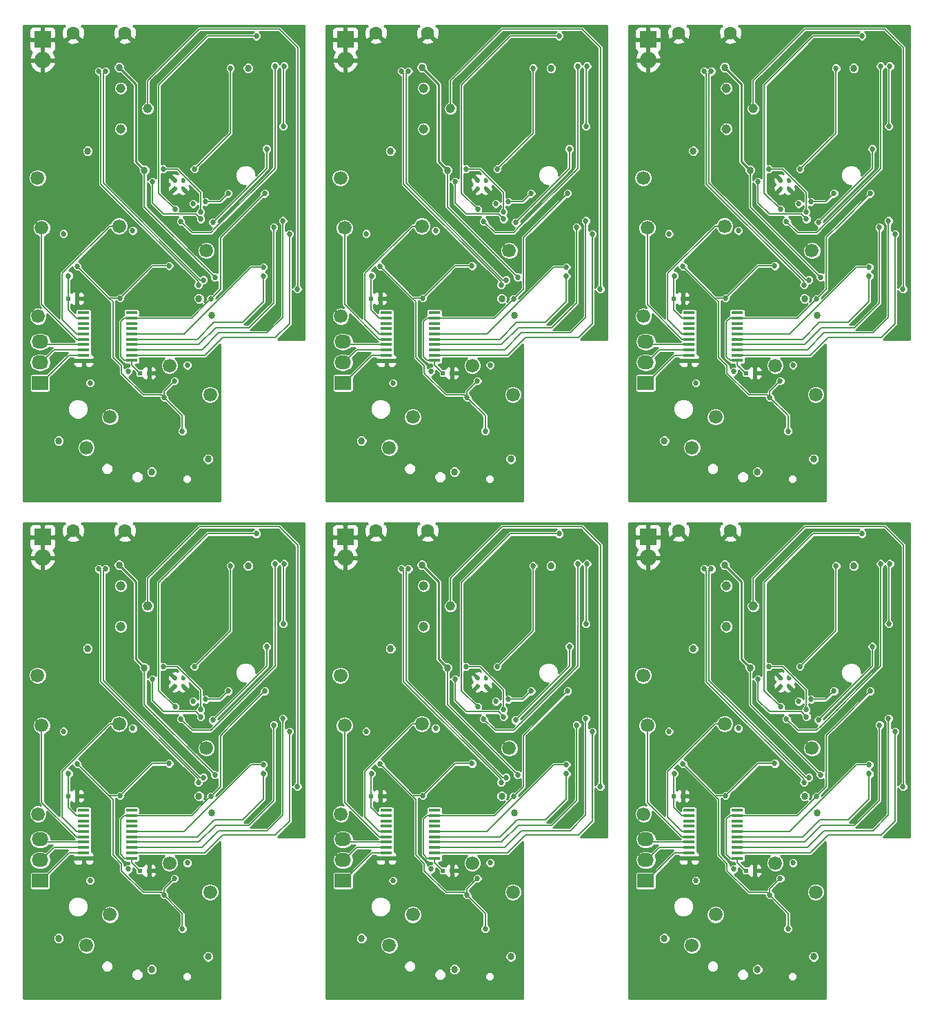
<source format=gbr>
G04 #@! TF.FileFunction,Copper,L4,Bot,Signal*
%FSLAX46Y46*%
G04 Gerber Fmt 4.6, Leading zero omitted, Abs format (unit mm)*
G04 Created by KiCad (PCBNEW 4.0.2+dfsg1-stable) date Mon 02 May 2016 01:19:17 PM EDT*
%MOMM*%
G01*
G04 APERTURE LIST*
%ADD10C,0.100000*%
%ADD11C,0.457000*%
%ADD12C,1.680000*%
%ADD13R,1.450000X0.450000*%
%ADD14C,1.600000*%
%ADD15R,0.600000X0.500000*%
%ADD16R,2.032000X2.032000*%
%ADD17O,2.032000X2.032000*%
%ADD18C,1.150000*%
%ADD19R,2.032000X1.727200*%
%ADD20O,2.032000X1.727200*%
%ADD21C,0.685800*%
%ADD22C,0.863600*%
%ADD23C,0.254000*%
%ADD24C,0.152400*%
G04 APERTURE END LIST*
D10*
D11*
X107008400Y-94112800D03*
X106008400Y-94112800D03*
X107008400Y-93112800D03*
X106008400Y-93112800D03*
D12*
X89166200Y-92805000D03*
D13*
X100705000Y-109362400D03*
X100705000Y-110012400D03*
X100705000Y-110662400D03*
X100705000Y-111312400D03*
X100705000Y-111962400D03*
X100705000Y-112612400D03*
X100705000Y-113262400D03*
X100705000Y-113912400D03*
X100705000Y-114562400D03*
X100705000Y-115212400D03*
X94805000Y-115212400D03*
X94805000Y-114562400D03*
X94805000Y-113912400D03*
X94805000Y-113262400D03*
X94805000Y-112612400D03*
X94805000Y-111962400D03*
X94805000Y-111312400D03*
X94805000Y-110662400D03*
X94805000Y-110012400D03*
X94805000Y-109362400D03*
D12*
X99173800Y-98723200D03*
X89217000Y-109797600D03*
D14*
X99885000Y-75017000D03*
X93535000Y-75017000D03*
D15*
X92934200Y-107613200D03*
X94034200Y-107613200D03*
X101773400Y-116757200D03*
X102873400Y-116757200D03*
D16*
X89775800Y-75812400D03*
D17*
X89775800Y-78352400D03*
D18*
X102678000Y-84296000D03*
X99378000Y-86796000D03*
X99378000Y-81796000D03*
D12*
X110349800Y-119398800D03*
X95160600Y-125901200D03*
X98056200Y-122142000D03*
X105371400Y-115842800D03*
X89674200Y-98926400D03*
X109892600Y-101720400D03*
D19*
X89471000Y-117976400D03*
D20*
X89471000Y-115436400D03*
X89471000Y-112896400D03*
D11*
X107008400Y-33057800D03*
X106008400Y-33057800D03*
X107008400Y-32057800D03*
X106008400Y-32057800D03*
D12*
X89166200Y-31750000D03*
D13*
X100705000Y-48307400D03*
X100705000Y-48957400D03*
X100705000Y-49607400D03*
X100705000Y-50257400D03*
X100705000Y-50907400D03*
X100705000Y-51557400D03*
X100705000Y-52207400D03*
X100705000Y-52857400D03*
X100705000Y-53507400D03*
X100705000Y-54157400D03*
X94805000Y-54157400D03*
X94805000Y-53507400D03*
X94805000Y-52857400D03*
X94805000Y-52207400D03*
X94805000Y-51557400D03*
X94805000Y-50907400D03*
X94805000Y-50257400D03*
X94805000Y-49607400D03*
X94805000Y-48957400D03*
X94805000Y-48307400D03*
D12*
X99173800Y-37668200D03*
X89217000Y-48742600D03*
D14*
X99885000Y-13962000D03*
X93535000Y-13962000D03*
D15*
X92934200Y-46558200D03*
X94034200Y-46558200D03*
X101773400Y-55702200D03*
X102873400Y-55702200D03*
D16*
X89775800Y-14757400D03*
D17*
X89775800Y-17297400D03*
D18*
X102678000Y-23241000D03*
X99378000Y-25741000D03*
X99378000Y-20741000D03*
D12*
X110349800Y-58343800D03*
X95160600Y-64846200D03*
X98056200Y-61087000D03*
X105371400Y-54787800D03*
X89674200Y-37871400D03*
X109892600Y-40665400D03*
D19*
X89471000Y-56921400D03*
D20*
X89471000Y-54381400D03*
X89471000Y-51841400D03*
D11*
X69829400Y-94112800D03*
X68829400Y-94112800D03*
X69829400Y-93112800D03*
X68829400Y-93112800D03*
D12*
X51987200Y-92805000D03*
D13*
X63526000Y-109362400D03*
X63526000Y-110012400D03*
X63526000Y-110662400D03*
X63526000Y-111312400D03*
X63526000Y-111962400D03*
X63526000Y-112612400D03*
X63526000Y-113262400D03*
X63526000Y-113912400D03*
X63526000Y-114562400D03*
X63526000Y-115212400D03*
X57626000Y-115212400D03*
X57626000Y-114562400D03*
X57626000Y-113912400D03*
X57626000Y-113262400D03*
X57626000Y-112612400D03*
X57626000Y-111962400D03*
X57626000Y-111312400D03*
X57626000Y-110662400D03*
X57626000Y-110012400D03*
X57626000Y-109362400D03*
D12*
X61994800Y-98723200D03*
X52038000Y-109797600D03*
D14*
X62706000Y-75017000D03*
X56356000Y-75017000D03*
D15*
X55755200Y-107613200D03*
X56855200Y-107613200D03*
X64594400Y-116757200D03*
X65694400Y-116757200D03*
D16*
X52596800Y-75812400D03*
D17*
X52596800Y-78352400D03*
D18*
X65499000Y-84296000D03*
X62199000Y-86796000D03*
X62199000Y-81796000D03*
D12*
X73170800Y-119398800D03*
X57981600Y-125901200D03*
X60877200Y-122142000D03*
X68192400Y-115842800D03*
X52495200Y-98926400D03*
X72713600Y-101720400D03*
D19*
X52292000Y-117976400D03*
D20*
X52292000Y-115436400D03*
X52292000Y-112896400D03*
D11*
X69829400Y-33057800D03*
X68829400Y-33057800D03*
X69829400Y-32057800D03*
X68829400Y-32057800D03*
D12*
X51987200Y-31750000D03*
D13*
X63526000Y-48307400D03*
X63526000Y-48957400D03*
X63526000Y-49607400D03*
X63526000Y-50257400D03*
X63526000Y-50907400D03*
X63526000Y-51557400D03*
X63526000Y-52207400D03*
X63526000Y-52857400D03*
X63526000Y-53507400D03*
X63526000Y-54157400D03*
X57626000Y-54157400D03*
X57626000Y-53507400D03*
X57626000Y-52857400D03*
X57626000Y-52207400D03*
X57626000Y-51557400D03*
X57626000Y-50907400D03*
X57626000Y-50257400D03*
X57626000Y-49607400D03*
X57626000Y-48957400D03*
X57626000Y-48307400D03*
D12*
X61994800Y-37668200D03*
X52038000Y-48742600D03*
D14*
X62706000Y-13962000D03*
X56356000Y-13962000D03*
D15*
X55755200Y-46558200D03*
X56855200Y-46558200D03*
X64594400Y-55702200D03*
X65694400Y-55702200D03*
D16*
X52596800Y-14757400D03*
D17*
X52596800Y-17297400D03*
D18*
X65499000Y-23241000D03*
X62199000Y-25741000D03*
X62199000Y-20741000D03*
D12*
X73170800Y-58343800D03*
X57981600Y-64846200D03*
X60877200Y-61087000D03*
X68192400Y-54787800D03*
X52495200Y-37871400D03*
X72713600Y-40665400D03*
D19*
X52292000Y-56921400D03*
D20*
X52292000Y-54381400D03*
X52292000Y-51841400D03*
D11*
X32650400Y-94112800D03*
X31650400Y-94112800D03*
X32650400Y-93112800D03*
X31650400Y-93112800D03*
D12*
X14808200Y-92805000D03*
D13*
X26347000Y-109362400D03*
X26347000Y-110012400D03*
X26347000Y-110662400D03*
X26347000Y-111312400D03*
X26347000Y-111962400D03*
X26347000Y-112612400D03*
X26347000Y-113262400D03*
X26347000Y-113912400D03*
X26347000Y-114562400D03*
X26347000Y-115212400D03*
X20447000Y-115212400D03*
X20447000Y-114562400D03*
X20447000Y-113912400D03*
X20447000Y-113262400D03*
X20447000Y-112612400D03*
X20447000Y-111962400D03*
X20447000Y-111312400D03*
X20447000Y-110662400D03*
X20447000Y-110012400D03*
X20447000Y-109362400D03*
D12*
X24815800Y-98723200D03*
X14859000Y-109797600D03*
D14*
X25527000Y-75017000D03*
X19177000Y-75017000D03*
D15*
X18576200Y-107613200D03*
X19676200Y-107613200D03*
X27415400Y-116757200D03*
X28515400Y-116757200D03*
D16*
X15417800Y-75812400D03*
D17*
X15417800Y-78352400D03*
D18*
X28320000Y-84296000D03*
X25020000Y-86796000D03*
X25020000Y-81796000D03*
D12*
X35991800Y-119398800D03*
X20802600Y-125901200D03*
X23698200Y-122142000D03*
X31013400Y-115842800D03*
X15316200Y-98926400D03*
X35534600Y-101720400D03*
D19*
X15113000Y-117976400D03*
D20*
X15113000Y-115436400D03*
X15113000Y-112896400D03*
D19*
X15113000Y-56921400D03*
D20*
X15113000Y-54381400D03*
X15113000Y-51841400D03*
D12*
X35534600Y-40665400D03*
X15316200Y-37871400D03*
X31013400Y-54787800D03*
X23698200Y-61087000D03*
X20802600Y-64846200D03*
X35991800Y-58343800D03*
D18*
X28320000Y-23241000D03*
X25020000Y-25741000D03*
X25020000Y-20741000D03*
D16*
X15417800Y-14757400D03*
D17*
X15417800Y-17297400D03*
D15*
X27415400Y-55702200D03*
X28515400Y-55702200D03*
X18576200Y-46558200D03*
X19676200Y-46558200D03*
D14*
X25527000Y-13962000D03*
X19177000Y-13962000D03*
D12*
X14859000Y-48742600D03*
X24815800Y-37668200D03*
D13*
X26347000Y-48307400D03*
X26347000Y-48957400D03*
X26347000Y-49607400D03*
X26347000Y-50257400D03*
X26347000Y-50907400D03*
X26347000Y-51557400D03*
X26347000Y-52207400D03*
X26347000Y-52857400D03*
X26347000Y-53507400D03*
X26347000Y-54157400D03*
X20447000Y-54157400D03*
X20447000Y-53507400D03*
X20447000Y-52857400D03*
X20447000Y-52207400D03*
X20447000Y-51557400D03*
X20447000Y-50907400D03*
X20447000Y-50257400D03*
X20447000Y-49607400D03*
X20447000Y-48957400D03*
X20447000Y-48307400D03*
D12*
X14808200Y-31750000D03*
D11*
X32650400Y-33057800D03*
X31650400Y-33057800D03*
X32650400Y-32057800D03*
X31650400Y-32057800D03*
D21*
X110934000Y-104997000D03*
D22*
X99173800Y-79241400D03*
X102292000Y-91859200D03*
D21*
X110934000Y-43942000D03*
D22*
X99173800Y-18186400D03*
X102292000Y-30804200D03*
D21*
X73755000Y-104997000D03*
D22*
X61994800Y-79241400D03*
X65113000Y-91859200D03*
D21*
X73755000Y-43942000D03*
D22*
X61994800Y-18186400D03*
X65113000Y-30804200D03*
D21*
X36576000Y-104997000D03*
D22*
X24815800Y-79241400D03*
X27934000Y-91859200D03*
X27934000Y-30804200D03*
X24815800Y-18186400D03*
D21*
X36576000Y-43942000D03*
D22*
X117741200Y-75507600D03*
D21*
X99758000Y-88487000D03*
D22*
X95262200Y-131717800D03*
X107403400Y-126104400D03*
X91553800Y-85159600D03*
X104330000Y-131794000D03*
X116623600Y-111042200D03*
D21*
X106692200Y-86937600D03*
X104736400Y-86988400D03*
X91960200Y-126434600D03*
X109156000Y-98774000D03*
X98361000Y-96615000D03*
X110299000Y-129762000D03*
X106362000Y-131921000D03*
X109664000Y-131921000D03*
X99631000Y-131540000D03*
X102044000Y-131667000D03*
X98767400Y-116554000D03*
X91503000Y-104870000D03*
X87693000Y-107257600D03*
X100443800Y-107562400D03*
X93992200Y-104870000D03*
X104863400Y-122446800D03*
X105219000Y-107765600D03*
X93331800Y-95675200D03*
X97675200Y-126714000D03*
X117614200Y-110204000D03*
X118503200Y-109315000D03*
D22*
X117741200Y-14452600D03*
D21*
X99758000Y-27432000D03*
D22*
X95262200Y-70662800D03*
X107403400Y-65049400D03*
X91553800Y-24104600D03*
X104330000Y-70739000D03*
X116623600Y-49987200D03*
D21*
X106692200Y-25882600D03*
X104736400Y-25933400D03*
X91960200Y-65379600D03*
X109156000Y-37719000D03*
X98361000Y-35560000D03*
X110299000Y-68707000D03*
X106362000Y-70866000D03*
X109664000Y-70866000D03*
X99631000Y-70485000D03*
X102044000Y-70612000D03*
X98767400Y-55499000D03*
X91503000Y-43815000D03*
X87693000Y-46202600D03*
X100443800Y-46507400D03*
X93992200Y-43815000D03*
X104863400Y-61391800D03*
X105219000Y-46710600D03*
X93331800Y-34620200D03*
X97675200Y-65659000D03*
X117614200Y-49149000D03*
X118503200Y-48260000D03*
D22*
X80562200Y-75507600D03*
D21*
X62579000Y-88487000D03*
D22*
X58083200Y-131717800D03*
X70224400Y-126104400D03*
X54374800Y-85159600D03*
X67151000Y-131794000D03*
X79444600Y-111042200D03*
D21*
X69513200Y-86937600D03*
X67557400Y-86988400D03*
X54781200Y-126434600D03*
X71977000Y-98774000D03*
X61182000Y-96615000D03*
X73120000Y-129762000D03*
X69183000Y-131921000D03*
X72485000Y-131921000D03*
X62452000Y-131540000D03*
X64865000Y-131667000D03*
X61588400Y-116554000D03*
X54324000Y-104870000D03*
X50514000Y-107257600D03*
X63264800Y-107562400D03*
X56813200Y-104870000D03*
X67684400Y-122446800D03*
X68040000Y-107765600D03*
X56152800Y-95675200D03*
X60496200Y-126714000D03*
X80435200Y-110204000D03*
X81324200Y-109315000D03*
D22*
X80562200Y-14452600D03*
D21*
X62579000Y-27432000D03*
D22*
X58083200Y-70662800D03*
X70224400Y-65049400D03*
X54374800Y-24104600D03*
X67151000Y-70739000D03*
X79444600Y-49987200D03*
D21*
X69513200Y-25882600D03*
X67557400Y-25933400D03*
X54781200Y-65379600D03*
X71977000Y-37719000D03*
X61182000Y-35560000D03*
X73120000Y-68707000D03*
X69183000Y-70866000D03*
X72485000Y-70866000D03*
X62452000Y-70485000D03*
X64865000Y-70612000D03*
X61588400Y-55499000D03*
X54324000Y-43815000D03*
X50514000Y-46202600D03*
X63264800Y-46507400D03*
X56813200Y-43815000D03*
X67684400Y-61391800D03*
X68040000Y-46710600D03*
X56152800Y-34620200D03*
X60496200Y-65659000D03*
X80435200Y-49149000D03*
X81324200Y-48260000D03*
D22*
X43383200Y-75507600D03*
D21*
X25400000Y-88487000D03*
D22*
X20904200Y-131717800D03*
X33045400Y-126104400D03*
X17195800Y-85159600D03*
X29972000Y-131794000D03*
X42265600Y-111042200D03*
D21*
X32334200Y-86937600D03*
X30378400Y-86988400D03*
X17602200Y-126434600D03*
X34798000Y-98774000D03*
X24003000Y-96615000D03*
X35941000Y-129762000D03*
X32004000Y-131921000D03*
X35306000Y-131921000D03*
X25273000Y-131540000D03*
X27686000Y-131667000D03*
X24409400Y-116554000D03*
X17145000Y-104870000D03*
X13335000Y-107257600D03*
X26085800Y-107562400D03*
X19634200Y-104870000D03*
X30505400Y-122446800D03*
X30861000Y-107765600D03*
X18973800Y-95675200D03*
X23317200Y-126714000D03*
X43256200Y-110204000D03*
X44145200Y-109315000D03*
X44145200Y-48260000D03*
X43256200Y-49149000D03*
X23317200Y-65659000D03*
X18973800Y-34620200D03*
X30861000Y-46710600D03*
X30505400Y-61391800D03*
X19634200Y-43815000D03*
X26085800Y-46507400D03*
X13335000Y-46202600D03*
X17145000Y-43815000D03*
X24409400Y-55499000D03*
X27686000Y-70612000D03*
X25273000Y-70485000D03*
X35306000Y-70866000D03*
X32004000Y-70866000D03*
X35941000Y-68707000D03*
X24003000Y-35560000D03*
X34798000Y-37719000D03*
X17602200Y-65379600D03*
X30378400Y-25933400D03*
X32334200Y-25882600D03*
D22*
X42265600Y-49987200D03*
X29972000Y-70739000D03*
X17195800Y-24104600D03*
X33045400Y-65049400D03*
X20904200Y-70662800D03*
D21*
X25400000Y-27432000D03*
D22*
X43383200Y-14452600D03*
X110553000Y-109696000D03*
X95313000Y-89503000D03*
X110553000Y-48641000D03*
X95313000Y-28448000D03*
X73374000Y-109696000D03*
X58134000Y-89503000D03*
X73374000Y-48641000D03*
X58134000Y-28448000D03*
X36195000Y-109696000D03*
X20955000Y-89503000D03*
X20955000Y-28448000D03*
X36195000Y-48641000D03*
X91757000Y-125063000D03*
X108978200Y-107613200D03*
X115023400Y-79343000D03*
X110095800Y-127298200D03*
X103187000Y-128873000D03*
D21*
X108267000Y-95980000D03*
X100291400Y-116554000D03*
X95617800Y-117976400D03*
X92976200Y-104819200D03*
X100850200Y-99282000D03*
X92341200Y-99663000D03*
X107555800Y-115792000D03*
D22*
X91757000Y-64008000D03*
X108978200Y-46558200D03*
X115023400Y-18288000D03*
X110095800Y-66243200D03*
X103187000Y-67818000D03*
D21*
X108267000Y-34925000D03*
X100291400Y-55499000D03*
X95617800Y-56921400D03*
X92976200Y-43764200D03*
X100850200Y-38227000D03*
X92341200Y-38608000D03*
X107555800Y-54737000D03*
D22*
X54578000Y-125063000D03*
X71799200Y-107613200D03*
X77844400Y-79343000D03*
X72916800Y-127298200D03*
X66008000Y-128873000D03*
D21*
X71088000Y-95980000D03*
X63112400Y-116554000D03*
X58438800Y-117976400D03*
X55797200Y-104819200D03*
X63671200Y-99282000D03*
X55162200Y-99663000D03*
X70376800Y-115792000D03*
D22*
X54578000Y-64008000D03*
X71799200Y-46558200D03*
X77844400Y-18288000D03*
X72916800Y-66243200D03*
X66008000Y-67818000D03*
D21*
X71088000Y-34925000D03*
X63112400Y-55499000D03*
X58438800Y-56921400D03*
X55797200Y-43764200D03*
X63671200Y-38227000D03*
X55162200Y-38608000D03*
X70376800Y-54737000D03*
D22*
X17399000Y-125063000D03*
X34620200Y-107613200D03*
X40665400Y-79343000D03*
X35737800Y-127298200D03*
X28829000Y-128873000D03*
D21*
X33909000Y-95980000D03*
X25933400Y-116554000D03*
X21259800Y-117976400D03*
X18618200Y-104819200D03*
X26492200Y-99282000D03*
X17983200Y-99663000D03*
X33197800Y-115792000D03*
X33197800Y-54737000D03*
X17983200Y-38608000D03*
X26492200Y-38227000D03*
X18618200Y-43764200D03*
X21259800Y-56921400D03*
X25933400Y-55499000D03*
X33909000Y-34925000D03*
D22*
X28829000Y-67818000D03*
X35737800Y-66243200D03*
X40665400Y-18288000D03*
X34620200Y-46558200D03*
X17399000Y-64008000D03*
D21*
X104711000Y-119754400D03*
X105981000Y-117722400D03*
X94043000Y-103650800D03*
X99275400Y-107562400D03*
X105320600Y-103600000D03*
X106946200Y-123869200D03*
X104711000Y-58699400D03*
X105981000Y-56667400D03*
X94043000Y-42595800D03*
X99275400Y-46507400D03*
X105320600Y-42545000D03*
X106946200Y-62814200D03*
X67532000Y-119754400D03*
X68802000Y-117722400D03*
X56864000Y-103650800D03*
X62096400Y-107562400D03*
X68141600Y-103600000D03*
X69767200Y-123869200D03*
X67532000Y-58699400D03*
X68802000Y-56667400D03*
X56864000Y-42595800D03*
X62096400Y-46507400D03*
X68141600Y-42545000D03*
X69767200Y-62814200D03*
X30353000Y-119754400D03*
X31623000Y-117722400D03*
X19685000Y-103650800D03*
X24917400Y-107562400D03*
X30962600Y-103600000D03*
X32588200Y-123869200D03*
X32588200Y-62814200D03*
X30962600Y-42545000D03*
X24917400Y-46507400D03*
X19685000Y-42595800D03*
X31623000Y-56667400D03*
X30353000Y-58699400D03*
X109511335Y-105321162D03*
X97522800Y-79724000D03*
X109511335Y-44266162D03*
X97522800Y-18669000D03*
X72332335Y-105321162D03*
X60343800Y-79724000D03*
X72332335Y-44266162D03*
X60343800Y-18669000D03*
X35153335Y-105321162D03*
X23164800Y-79724000D03*
X23164800Y-18669000D03*
X35153335Y-44266162D03*
X108900679Y-105931818D03*
X96659200Y-79724000D03*
X108900679Y-44876818D03*
X96659200Y-18669000D03*
X71721679Y-105931818D03*
X59480200Y-79724000D03*
X71721679Y-44876818D03*
X59480200Y-18669000D03*
X34542679Y-105931818D03*
X22301200Y-79724000D03*
X22301200Y-18669000D03*
X34542679Y-44876818D03*
X112839000Y-79343000D03*
X108419400Y-91712800D03*
X112839000Y-18288000D03*
X108419400Y-30657800D03*
X75660000Y-79343000D03*
X71240400Y-91712800D03*
X75660000Y-18288000D03*
X71240400Y-30657800D03*
X38481000Y-79343000D03*
X34061400Y-91712800D03*
X34061400Y-30657800D03*
X38481000Y-18288000D03*
X116014000Y-75406000D03*
X106029518Y-96642682D03*
X116014000Y-14351000D03*
X106029518Y-35587682D03*
X78835000Y-75406000D03*
X68850518Y-96642682D03*
X78835000Y-14351000D03*
X68850518Y-35587682D03*
X41656000Y-75406000D03*
X31671518Y-96642682D03*
X31671518Y-35587682D03*
X41656000Y-14351000D03*
X118300000Y-79089000D03*
X106743000Y-98139000D03*
X118300000Y-18034000D03*
X106743000Y-37084000D03*
X81121000Y-79089000D03*
X69564000Y-98139000D03*
X81121000Y-18034000D03*
X69564000Y-37084000D03*
X43942000Y-79089000D03*
X32385000Y-98139000D03*
X32385000Y-37084000D03*
X43942000Y-18034000D03*
X119443000Y-79089000D03*
X119316000Y-86455000D03*
X119443000Y-18034000D03*
X119316000Y-25400000D03*
X82264000Y-79089000D03*
X82137000Y-86455000D03*
X82264000Y-18034000D03*
X82137000Y-25400000D03*
X45085000Y-79089000D03*
X44958000Y-86455000D03*
X44958000Y-25400000D03*
X45085000Y-18034000D03*
X117284000Y-89249000D03*
X110680000Y-98266000D03*
X117284000Y-28194000D03*
X110680000Y-37211000D03*
X80105000Y-89249000D03*
X73501000Y-98266000D03*
X80105000Y-28194000D03*
X73501000Y-37211000D03*
X42926000Y-89249000D03*
X36322000Y-98266000D03*
X36322000Y-37211000D03*
X42926000Y-28194000D03*
X103249520Y-93250673D03*
X109199272Y-97863272D03*
X103249520Y-32195673D03*
X109199272Y-36808272D03*
X66070520Y-93250673D03*
X72020272Y-97863272D03*
X66070520Y-32195673D03*
X72020272Y-36808272D03*
X28891520Y-93250673D03*
X34841272Y-97863272D03*
X34841272Y-36808272D03*
X28891520Y-32195673D03*
X109181400Y-96996000D03*
X104609400Y-91712800D03*
X109181400Y-35941000D03*
X104609400Y-30657800D03*
X72002400Y-96996000D03*
X67430400Y-91712800D03*
X72002400Y-35941000D03*
X67430400Y-30657800D03*
X34823400Y-96996000D03*
X30251400Y-91712800D03*
X30251400Y-30657800D03*
X34823400Y-35941000D03*
X109791000Y-95726000D03*
X110426000Y-107664000D03*
X112585000Y-94710000D03*
X117055400Y-94710000D03*
X109791000Y-34671000D03*
X110426000Y-46609000D03*
X112585000Y-33655000D03*
X117055400Y-33655000D03*
X72612000Y-95726000D03*
X73247000Y-107664000D03*
X75406000Y-94710000D03*
X79876400Y-94710000D03*
X72612000Y-34671000D03*
X73247000Y-46609000D03*
X75406000Y-33655000D03*
X79876400Y-33655000D03*
X35433000Y-95726000D03*
X36068000Y-107664000D03*
X38227000Y-94710000D03*
X42697400Y-94710000D03*
X42697400Y-33655000D03*
X38227000Y-33655000D03*
X36068000Y-46609000D03*
X35433000Y-34671000D03*
X121068600Y-106444800D03*
X121068600Y-45389800D03*
X83889600Y-106444800D03*
X83889600Y-45389800D03*
X46710600Y-106444800D03*
X46710600Y-45389800D03*
X118173000Y-98875600D03*
X118173000Y-37820600D03*
X80994000Y-98875600D03*
X80994000Y-37820600D03*
X43815000Y-98875600D03*
X43815000Y-37820600D03*
X120103400Y-99688400D03*
X120103400Y-38633400D03*
X82924400Y-99688400D03*
X82924400Y-38633400D03*
X45745400Y-99688400D03*
X45745400Y-38633400D03*
X116903000Y-103752400D03*
X116903000Y-42697400D03*
X79724000Y-103752400D03*
X79724000Y-42697400D03*
X42545000Y-103752400D03*
X42545000Y-42697400D03*
X116903000Y-104870000D03*
X116903000Y-43815000D03*
X79724000Y-104870000D03*
X79724000Y-43815000D03*
X42545000Y-104870000D03*
X42545000Y-43815000D03*
X119290600Y-98062800D03*
X119290600Y-37007800D03*
X82111600Y-98062800D03*
X82111600Y-37007800D03*
X44932600Y-98062800D03*
X44932600Y-37007800D03*
D23*
X99605599Y-79673199D02*
X99173800Y-79241400D01*
X101205800Y-81273400D02*
X99605599Y-79673199D01*
X101205800Y-90773000D02*
X101205800Y-81273400D01*
X102292000Y-91859200D02*
X101205800Y-90773000D01*
D24*
X102292000Y-96355000D02*
X102292000Y-91859200D01*
X110934000Y-104997000D02*
X102292000Y-96355000D01*
D23*
X99605599Y-18618199D02*
X99173800Y-18186400D01*
X101205800Y-20218400D02*
X99605599Y-18618199D01*
X101205800Y-29718000D02*
X101205800Y-20218400D01*
X102292000Y-30804200D02*
X101205800Y-29718000D01*
D24*
X102292000Y-35300000D02*
X102292000Y-30804200D01*
X110934000Y-43942000D02*
X102292000Y-35300000D01*
D23*
X62426599Y-79673199D02*
X61994800Y-79241400D01*
X64026800Y-81273400D02*
X62426599Y-79673199D01*
X64026800Y-90773000D02*
X64026800Y-81273400D01*
X65113000Y-91859200D02*
X64026800Y-90773000D01*
D24*
X65113000Y-96355000D02*
X65113000Y-91859200D01*
X73755000Y-104997000D02*
X65113000Y-96355000D01*
D23*
X62426599Y-18618199D02*
X61994800Y-18186400D01*
X64026800Y-20218400D02*
X62426599Y-18618199D01*
X64026800Y-29718000D02*
X64026800Y-20218400D01*
X65113000Y-30804200D02*
X64026800Y-29718000D01*
D24*
X65113000Y-35300000D02*
X65113000Y-30804200D01*
X73755000Y-43942000D02*
X65113000Y-35300000D01*
D23*
X25247599Y-79673199D02*
X24815800Y-79241400D01*
X26847800Y-81273400D02*
X25247599Y-79673199D01*
X26847800Y-90773000D02*
X26847800Y-81273400D01*
X27934000Y-91859200D02*
X26847800Y-90773000D01*
D24*
X27934000Y-96355000D02*
X27934000Y-91859200D01*
X36576000Y-104997000D02*
X27934000Y-96355000D01*
X36576000Y-43942000D02*
X27934000Y-35300000D01*
X27934000Y-35300000D02*
X27934000Y-30804200D01*
D23*
X27934000Y-30804200D02*
X26847800Y-29718000D01*
X26847800Y-29718000D02*
X26847800Y-20218400D01*
X26847800Y-20218400D02*
X25247599Y-18618199D01*
X25247599Y-18618199D02*
X24815800Y-18186400D01*
D24*
X101917000Y-131540000D02*
X102044000Y-131667000D01*
X99631000Y-131540000D02*
X101917000Y-131540000D01*
X98282467Y-116554000D02*
X98767400Y-116554000D01*
X95769200Y-116554000D02*
X98282467Y-116554000D01*
X94805000Y-115589800D02*
X95769200Y-116554000D01*
X94805000Y-115212400D02*
X94805000Y-115589800D01*
X94034200Y-104912000D02*
X93992200Y-104870000D01*
X94034200Y-107613200D02*
X94034200Y-104912000D01*
X101917000Y-70485000D02*
X102044000Y-70612000D01*
X99631000Y-70485000D02*
X101917000Y-70485000D01*
X98282467Y-55499000D02*
X98767400Y-55499000D01*
X95769200Y-55499000D02*
X98282467Y-55499000D01*
X94805000Y-54534800D02*
X95769200Y-55499000D01*
X94805000Y-54157400D02*
X94805000Y-54534800D01*
X94034200Y-43857000D02*
X93992200Y-43815000D01*
X94034200Y-46558200D02*
X94034200Y-43857000D01*
X64738000Y-131540000D02*
X64865000Y-131667000D01*
X62452000Y-131540000D02*
X64738000Y-131540000D01*
X61103467Y-116554000D02*
X61588400Y-116554000D01*
X58590200Y-116554000D02*
X61103467Y-116554000D01*
X57626000Y-115589800D02*
X58590200Y-116554000D01*
X57626000Y-115212400D02*
X57626000Y-115589800D01*
X56855200Y-104912000D02*
X56813200Y-104870000D01*
X56855200Y-107613200D02*
X56855200Y-104912000D01*
X64738000Y-70485000D02*
X64865000Y-70612000D01*
X62452000Y-70485000D02*
X64738000Y-70485000D01*
X61103467Y-55499000D02*
X61588400Y-55499000D01*
X58590200Y-55499000D02*
X61103467Y-55499000D01*
X57626000Y-54534800D02*
X58590200Y-55499000D01*
X57626000Y-54157400D02*
X57626000Y-54534800D01*
X56855200Y-43857000D02*
X56813200Y-43815000D01*
X56855200Y-46558200D02*
X56855200Y-43857000D01*
X27559000Y-131540000D02*
X27686000Y-131667000D01*
X25273000Y-131540000D02*
X27559000Y-131540000D01*
X23924467Y-116554000D02*
X24409400Y-116554000D01*
X21411200Y-116554000D02*
X23924467Y-116554000D01*
X20447000Y-115589800D02*
X21411200Y-116554000D01*
X20447000Y-115212400D02*
X20447000Y-115589800D01*
X19676200Y-104912000D02*
X19634200Y-104870000D01*
X19676200Y-107613200D02*
X19676200Y-104912000D01*
X19676200Y-46558200D02*
X19676200Y-43857000D01*
X19676200Y-43857000D02*
X19634200Y-43815000D01*
X20447000Y-54157400D02*
X20447000Y-54534800D01*
X20447000Y-54534800D02*
X21411200Y-55499000D01*
X21411200Y-55499000D02*
X23924467Y-55499000D01*
X23924467Y-55499000D02*
X24409400Y-55499000D01*
X25273000Y-70485000D02*
X27559000Y-70485000D01*
X27559000Y-70485000D02*
X27686000Y-70612000D01*
X92934200Y-108015600D02*
X92934200Y-107613200D01*
X92934200Y-109019000D02*
X92934200Y-108015600D01*
X93927600Y-110012400D02*
X92934200Y-109019000D01*
X94805000Y-110012400D02*
X93927600Y-110012400D01*
X92934200Y-104861200D02*
X92976200Y-104819200D01*
X92934200Y-107613200D02*
X92934200Y-104861200D01*
X92934200Y-46960600D02*
X92934200Y-46558200D01*
X92934200Y-47964000D02*
X92934200Y-46960600D01*
X93927600Y-48957400D02*
X92934200Y-47964000D01*
X94805000Y-48957400D02*
X93927600Y-48957400D01*
X92934200Y-43806200D02*
X92976200Y-43764200D01*
X92934200Y-46558200D02*
X92934200Y-43806200D01*
X55755200Y-108015600D02*
X55755200Y-107613200D01*
X55755200Y-109019000D02*
X55755200Y-108015600D01*
X56748600Y-110012400D02*
X55755200Y-109019000D01*
X57626000Y-110012400D02*
X56748600Y-110012400D01*
X55755200Y-104861200D02*
X55797200Y-104819200D01*
X55755200Y-107613200D02*
X55755200Y-104861200D01*
X55755200Y-46960600D02*
X55755200Y-46558200D01*
X55755200Y-47964000D02*
X55755200Y-46960600D01*
X56748600Y-48957400D02*
X55755200Y-47964000D01*
X57626000Y-48957400D02*
X56748600Y-48957400D01*
X55755200Y-43806200D02*
X55797200Y-43764200D01*
X55755200Y-46558200D02*
X55755200Y-43806200D01*
X18576200Y-108015600D02*
X18576200Y-107613200D01*
X18576200Y-109019000D02*
X18576200Y-108015600D01*
X19569600Y-110012400D02*
X18576200Y-109019000D01*
X20447000Y-110012400D02*
X19569600Y-110012400D01*
X18576200Y-104861200D02*
X18618200Y-104819200D01*
X18576200Y-107613200D02*
X18576200Y-104861200D01*
X18576200Y-46558200D02*
X18576200Y-43806200D01*
X18576200Y-43806200D02*
X18618200Y-43764200D01*
X20447000Y-48957400D02*
X19569600Y-48957400D01*
X19569600Y-48957400D02*
X18576200Y-47964000D01*
X18576200Y-47964000D02*
X18576200Y-46960600D01*
X18576200Y-46960600D02*
X18576200Y-46558200D01*
X104711000Y-118992400D02*
X105981000Y-117722400D01*
X104711000Y-119754400D02*
X104711000Y-118992400D01*
X106946200Y-121989600D02*
X106946200Y-123869200D01*
X104711000Y-119754400D02*
X106946200Y-121989600D01*
X104368101Y-119411501D02*
X102132901Y-119411501D01*
X104711000Y-119754400D02*
X104368101Y-119411501D01*
X102132901Y-119411501D02*
X99478600Y-116757200D01*
X99478600Y-116757200D02*
X99478600Y-115893600D01*
X99478600Y-115893600D02*
X98411800Y-114826800D01*
X98411800Y-114826800D02*
X98411800Y-108426000D01*
X98411800Y-108426000D02*
X98411800Y-108019600D01*
X98056200Y-107562400D02*
X98005400Y-107613200D01*
X99275400Y-107562400D02*
X98056200Y-107562400D01*
X98005400Y-107613200D02*
X94043000Y-103650800D01*
X98411800Y-108019600D02*
X98005400Y-107613200D01*
X103237800Y-103600000D02*
X105320600Y-103600000D01*
X99275400Y-107562400D02*
X103237800Y-103600000D01*
X104711000Y-57937400D02*
X105981000Y-56667400D01*
X104711000Y-58699400D02*
X104711000Y-57937400D01*
X106946200Y-60934600D02*
X106946200Y-62814200D01*
X104711000Y-58699400D02*
X106946200Y-60934600D01*
X104368101Y-58356501D02*
X102132901Y-58356501D01*
X104711000Y-58699400D02*
X104368101Y-58356501D01*
X102132901Y-58356501D02*
X99478600Y-55702200D01*
X99478600Y-55702200D02*
X99478600Y-54838600D01*
X99478600Y-54838600D02*
X98411800Y-53771800D01*
X98411800Y-53771800D02*
X98411800Y-47371000D01*
X98411800Y-47371000D02*
X98411800Y-46964600D01*
X98056200Y-46507400D02*
X98005400Y-46558200D01*
X99275400Y-46507400D02*
X98056200Y-46507400D01*
X98005400Y-46558200D02*
X94043000Y-42595800D01*
X98411800Y-46964600D02*
X98005400Y-46558200D01*
X103237800Y-42545000D02*
X105320600Y-42545000D01*
X99275400Y-46507400D02*
X103237800Y-42545000D01*
X67532000Y-118992400D02*
X68802000Y-117722400D01*
X67532000Y-119754400D02*
X67532000Y-118992400D01*
X69767200Y-121989600D02*
X69767200Y-123869200D01*
X67532000Y-119754400D02*
X69767200Y-121989600D01*
X67189101Y-119411501D02*
X64953901Y-119411501D01*
X67532000Y-119754400D02*
X67189101Y-119411501D01*
X64953901Y-119411501D02*
X62299600Y-116757200D01*
X62299600Y-116757200D02*
X62299600Y-115893600D01*
X62299600Y-115893600D02*
X61232800Y-114826800D01*
X61232800Y-114826800D02*
X61232800Y-108426000D01*
X61232800Y-108426000D02*
X61232800Y-108019600D01*
X60877200Y-107562400D02*
X60826400Y-107613200D01*
X62096400Y-107562400D02*
X60877200Y-107562400D01*
X60826400Y-107613200D02*
X56864000Y-103650800D01*
X61232800Y-108019600D02*
X60826400Y-107613200D01*
X66058800Y-103600000D02*
X68141600Y-103600000D01*
X62096400Y-107562400D02*
X66058800Y-103600000D01*
X67532000Y-57937400D02*
X68802000Y-56667400D01*
X67532000Y-58699400D02*
X67532000Y-57937400D01*
X69767200Y-60934600D02*
X69767200Y-62814200D01*
X67532000Y-58699400D02*
X69767200Y-60934600D01*
X67189101Y-58356501D02*
X64953901Y-58356501D01*
X67532000Y-58699400D02*
X67189101Y-58356501D01*
X64953901Y-58356501D02*
X62299600Y-55702200D01*
X62299600Y-55702200D02*
X62299600Y-54838600D01*
X62299600Y-54838600D02*
X61232800Y-53771800D01*
X61232800Y-53771800D02*
X61232800Y-47371000D01*
X61232800Y-47371000D02*
X61232800Y-46964600D01*
X60877200Y-46507400D02*
X60826400Y-46558200D01*
X62096400Y-46507400D02*
X60877200Y-46507400D01*
X60826400Y-46558200D02*
X56864000Y-42595800D01*
X61232800Y-46964600D02*
X60826400Y-46558200D01*
X66058800Y-42545000D02*
X68141600Y-42545000D01*
X62096400Y-46507400D02*
X66058800Y-42545000D01*
X30353000Y-118992400D02*
X31623000Y-117722400D01*
X30353000Y-119754400D02*
X30353000Y-118992400D01*
X32588200Y-121989600D02*
X32588200Y-123869200D01*
X30353000Y-119754400D02*
X32588200Y-121989600D01*
X30010101Y-119411501D02*
X27774901Y-119411501D01*
X30353000Y-119754400D02*
X30010101Y-119411501D01*
X27774901Y-119411501D02*
X25120600Y-116757200D01*
X25120600Y-116757200D02*
X25120600Y-115893600D01*
X25120600Y-115893600D02*
X24053800Y-114826800D01*
X24053800Y-114826800D02*
X24053800Y-108426000D01*
X24053800Y-108426000D02*
X24053800Y-108019600D01*
X23698200Y-107562400D02*
X23647400Y-107613200D01*
X24917400Y-107562400D02*
X23698200Y-107562400D01*
X23647400Y-107613200D02*
X19685000Y-103650800D01*
X24053800Y-108019600D02*
X23647400Y-107613200D01*
X28879800Y-103600000D02*
X30962600Y-103600000D01*
X24917400Y-107562400D02*
X28879800Y-103600000D01*
X24917400Y-46507400D02*
X28879800Y-42545000D01*
X28879800Y-42545000D02*
X30962600Y-42545000D01*
X24053800Y-46964600D02*
X23647400Y-46558200D01*
X23647400Y-46558200D02*
X19685000Y-42595800D01*
X24917400Y-46507400D02*
X23698200Y-46507400D01*
X23698200Y-46507400D02*
X23647400Y-46558200D01*
X24053800Y-47371000D02*
X24053800Y-46964600D01*
X24053800Y-53771800D02*
X24053800Y-47371000D01*
X25120600Y-54838600D02*
X24053800Y-53771800D01*
X25120600Y-55702200D02*
X25120600Y-54838600D01*
X27774901Y-58356501D02*
X25120600Y-55702200D01*
X30353000Y-58699400D02*
X30010101Y-58356501D01*
X30010101Y-58356501D02*
X27774901Y-58356501D01*
X30353000Y-58699400D02*
X32588200Y-60934600D01*
X32588200Y-60934600D02*
X32588200Y-62814200D01*
X30353000Y-58699400D02*
X30353000Y-57937400D01*
X30353000Y-57937400D02*
X31623000Y-56667400D01*
X97256099Y-93443096D02*
X97256099Y-79990701D01*
X109134165Y-105321162D02*
X97256099Y-93443096D01*
X109511335Y-105321162D02*
X109134165Y-105321162D01*
X97256099Y-79990701D02*
X97522800Y-79724000D01*
X97256099Y-32388096D02*
X97256099Y-18935701D01*
X109134165Y-44266162D02*
X97256099Y-32388096D01*
X109511335Y-44266162D02*
X109134165Y-44266162D01*
X97256099Y-18935701D02*
X97522800Y-18669000D01*
X60077099Y-93443096D02*
X60077099Y-79990701D01*
X71955165Y-105321162D02*
X60077099Y-93443096D01*
X72332335Y-105321162D02*
X71955165Y-105321162D01*
X60077099Y-79990701D02*
X60343800Y-79724000D01*
X60077099Y-32388096D02*
X60077099Y-18935701D01*
X71955165Y-44266162D02*
X60077099Y-32388096D01*
X72332335Y-44266162D02*
X71955165Y-44266162D01*
X60077099Y-18935701D02*
X60343800Y-18669000D01*
X22898099Y-93443096D02*
X22898099Y-79990701D01*
X34776165Y-105321162D02*
X22898099Y-93443096D01*
X35153335Y-105321162D02*
X34776165Y-105321162D01*
X22898099Y-79990701D02*
X23164800Y-79724000D01*
X22898099Y-18935701D02*
X23164800Y-18669000D01*
X35153335Y-44266162D02*
X34776165Y-44266162D01*
X34776165Y-44266162D02*
X22898099Y-32388096D01*
X22898099Y-32388096D02*
X22898099Y-18935701D01*
X96925901Y-93579870D02*
X96925901Y-79990701D01*
X96925901Y-79990701D02*
X96659200Y-79724000D01*
X108900679Y-105554648D02*
X96925901Y-93579870D01*
X108900679Y-105931818D02*
X108900679Y-105554648D01*
X96925901Y-32524870D02*
X96925901Y-18935701D01*
X96925901Y-18935701D02*
X96659200Y-18669000D01*
X108900679Y-44499648D02*
X96925901Y-32524870D01*
X108900679Y-44876818D02*
X108900679Y-44499648D01*
X59746901Y-93579870D02*
X59746901Y-79990701D01*
X59746901Y-79990701D02*
X59480200Y-79724000D01*
X71721679Y-105554648D02*
X59746901Y-93579870D01*
X71721679Y-105931818D02*
X71721679Y-105554648D01*
X59746901Y-32524870D02*
X59746901Y-18935701D01*
X59746901Y-18935701D02*
X59480200Y-18669000D01*
X71721679Y-44499648D02*
X59746901Y-32524870D01*
X71721679Y-44876818D02*
X71721679Y-44499648D01*
X22567901Y-93579870D02*
X22567901Y-79990701D01*
X22567901Y-79990701D02*
X22301200Y-79724000D01*
X34542679Y-105554648D02*
X22567901Y-93579870D01*
X34542679Y-105931818D02*
X34542679Y-105554648D01*
X34542679Y-44876818D02*
X34542679Y-44499648D01*
X34542679Y-44499648D02*
X22567901Y-32524870D01*
X22567901Y-18935701D02*
X22301200Y-18669000D01*
X22567901Y-32524870D02*
X22567901Y-18935701D01*
X89837000Y-113262400D02*
X89471000Y-112896400D01*
X94805000Y-113262400D02*
X89837000Y-113262400D01*
X89837000Y-52207400D02*
X89471000Y-51841400D01*
X94805000Y-52207400D02*
X89837000Y-52207400D01*
X52658000Y-113262400D02*
X52292000Y-112896400D01*
X57626000Y-113262400D02*
X52658000Y-113262400D01*
X52658000Y-52207400D02*
X52292000Y-51841400D01*
X57626000Y-52207400D02*
X52658000Y-52207400D01*
X15479000Y-113262400D02*
X15113000Y-112896400D01*
X20447000Y-113262400D02*
X15479000Y-113262400D01*
X20447000Y-52207400D02*
X15479000Y-52207400D01*
X15479000Y-52207400D02*
X15113000Y-51841400D01*
X112839000Y-87293200D02*
X112839000Y-79343000D01*
X108419400Y-91712800D02*
X112839000Y-87293200D01*
X112839000Y-26238200D02*
X112839000Y-18288000D01*
X108419400Y-30657800D02*
X112839000Y-26238200D01*
X75660000Y-87293200D02*
X75660000Y-79343000D01*
X71240400Y-91712800D02*
X75660000Y-87293200D01*
X75660000Y-26238200D02*
X75660000Y-18288000D01*
X71240400Y-30657800D02*
X75660000Y-26238200D01*
X38481000Y-87293200D02*
X38481000Y-79343000D01*
X34061400Y-91712800D02*
X38481000Y-87293200D01*
X34061400Y-30657800D02*
X38481000Y-26238200D01*
X38481000Y-26238200D02*
X38481000Y-18288000D01*
X104037899Y-94651063D02*
X104037899Y-81413101D01*
X106029518Y-96642682D02*
X104037899Y-94651063D01*
X110045000Y-75406000D02*
X116014000Y-75406000D01*
X104037899Y-81413101D02*
X110045000Y-75406000D01*
X104037899Y-33596063D02*
X104037899Y-20358101D01*
X106029518Y-35587682D02*
X104037899Y-33596063D01*
X110045000Y-14351000D02*
X116014000Y-14351000D01*
X104037899Y-20358101D02*
X110045000Y-14351000D01*
X66858899Y-94651063D02*
X66858899Y-81413101D01*
X68850518Y-96642682D02*
X66858899Y-94651063D01*
X72866000Y-75406000D02*
X78835000Y-75406000D01*
X66858899Y-81413101D02*
X72866000Y-75406000D01*
X66858899Y-33596063D02*
X66858899Y-20358101D01*
X68850518Y-35587682D02*
X66858899Y-33596063D01*
X72866000Y-14351000D02*
X78835000Y-14351000D01*
X66858899Y-20358101D02*
X72866000Y-14351000D01*
X29679899Y-94651063D02*
X29679899Y-81413101D01*
X31671518Y-96642682D02*
X29679899Y-94651063D01*
X35687000Y-75406000D02*
X41656000Y-75406000D01*
X29679899Y-81413101D02*
X35687000Y-75406000D01*
X29679899Y-20358101D02*
X35687000Y-14351000D01*
X35687000Y-14351000D02*
X41656000Y-14351000D01*
X31671518Y-35587682D02*
X29679899Y-33596063D01*
X29679899Y-33596063D02*
X29679899Y-20358101D01*
X118300000Y-91662000D02*
X118300000Y-79573933D01*
X110997501Y-98964499D02*
X118300000Y-91662000D01*
X118300000Y-79573933D02*
X118300000Y-79089000D01*
X110997501Y-98964499D02*
X110426000Y-99536000D01*
X108140000Y-99536000D02*
X108521000Y-99536000D01*
X106743000Y-98139000D02*
X108140000Y-99536000D01*
X110426000Y-99536000D02*
X108521000Y-99536000D01*
X118300000Y-30607000D02*
X118300000Y-18518933D01*
X110997501Y-37909499D02*
X118300000Y-30607000D01*
X118300000Y-18518933D02*
X118300000Y-18034000D01*
X110997501Y-37909499D02*
X110426000Y-38481000D01*
X108140000Y-38481000D02*
X108521000Y-38481000D01*
X106743000Y-37084000D02*
X108140000Y-38481000D01*
X110426000Y-38481000D02*
X108521000Y-38481000D01*
X81121000Y-91662000D02*
X81121000Y-79573933D01*
X73818501Y-98964499D02*
X81121000Y-91662000D01*
X81121000Y-79573933D02*
X81121000Y-79089000D01*
X73818501Y-98964499D02*
X73247000Y-99536000D01*
X70961000Y-99536000D02*
X71342000Y-99536000D01*
X69564000Y-98139000D02*
X70961000Y-99536000D01*
X73247000Y-99536000D02*
X71342000Y-99536000D01*
X81121000Y-30607000D02*
X81121000Y-18518933D01*
X73818501Y-37909499D02*
X81121000Y-30607000D01*
X81121000Y-18518933D02*
X81121000Y-18034000D01*
X73818501Y-37909499D02*
X73247000Y-38481000D01*
X70961000Y-38481000D02*
X71342000Y-38481000D01*
X69564000Y-37084000D02*
X70961000Y-38481000D01*
X73247000Y-38481000D02*
X71342000Y-38481000D01*
X43942000Y-91662000D02*
X43942000Y-79573933D01*
X36639501Y-98964499D02*
X43942000Y-91662000D01*
X43942000Y-79573933D02*
X43942000Y-79089000D01*
X36639501Y-98964499D02*
X36068000Y-99536000D01*
X33782000Y-99536000D02*
X34163000Y-99536000D01*
X32385000Y-98139000D02*
X33782000Y-99536000D01*
X36068000Y-99536000D02*
X34163000Y-99536000D01*
X36068000Y-38481000D02*
X34163000Y-38481000D01*
X32385000Y-37084000D02*
X33782000Y-38481000D01*
X33782000Y-38481000D02*
X34163000Y-38481000D01*
X36639501Y-37909499D02*
X36068000Y-38481000D01*
X43942000Y-18518933D02*
X43942000Y-18034000D01*
X36639501Y-37909499D02*
X43942000Y-30607000D01*
X43942000Y-30607000D02*
X43942000Y-18518933D01*
X119316000Y-79216000D02*
X119443000Y-79089000D01*
X119316000Y-86455000D02*
X119316000Y-79216000D01*
X119316000Y-18161000D02*
X119443000Y-18034000D01*
X119316000Y-25400000D02*
X119316000Y-18161000D01*
X82137000Y-79216000D02*
X82264000Y-79089000D01*
X82137000Y-86455000D02*
X82137000Y-79216000D01*
X82137000Y-18161000D02*
X82264000Y-18034000D01*
X82137000Y-25400000D02*
X82137000Y-18161000D01*
X44958000Y-79216000D02*
X45085000Y-79089000D01*
X44958000Y-86455000D02*
X44958000Y-79216000D01*
X44958000Y-25400000D02*
X44958000Y-18161000D01*
X44958000Y-18161000D02*
X45085000Y-18034000D01*
X117284000Y-91662000D02*
X117284000Y-89249000D01*
X110680000Y-98266000D02*
X117284000Y-91662000D01*
X117284000Y-30607000D02*
X117284000Y-28194000D01*
X110680000Y-37211000D02*
X117284000Y-30607000D01*
X80105000Y-91662000D02*
X80105000Y-89249000D01*
X73501000Y-98266000D02*
X80105000Y-91662000D01*
X80105000Y-30607000D02*
X80105000Y-28194000D01*
X73501000Y-37211000D02*
X80105000Y-30607000D01*
X42926000Y-91662000D02*
X42926000Y-89249000D01*
X36322000Y-98266000D02*
X42926000Y-91662000D01*
X36322000Y-37211000D02*
X42926000Y-30607000D01*
X42926000Y-30607000D02*
X42926000Y-28194000D01*
X103249520Y-93735606D02*
X103249520Y-93250673D01*
X104646520Y-97250000D02*
X103249520Y-95853000D01*
X109199272Y-97863272D02*
X108586000Y-97250000D01*
X103249520Y-95853000D02*
X103249520Y-93735606D01*
X108586000Y-97250000D02*
X104646520Y-97250000D01*
X103249520Y-32680606D02*
X103249520Y-32195673D01*
X104646520Y-36195000D02*
X103249520Y-34798000D01*
X109199272Y-36808272D02*
X108586000Y-36195000D01*
X103249520Y-34798000D02*
X103249520Y-32680606D01*
X108586000Y-36195000D02*
X104646520Y-36195000D01*
X66070520Y-93735606D02*
X66070520Y-93250673D01*
X67467520Y-97250000D02*
X66070520Y-95853000D01*
X72020272Y-97863272D02*
X71407000Y-97250000D01*
X66070520Y-95853000D02*
X66070520Y-93735606D01*
X71407000Y-97250000D02*
X67467520Y-97250000D01*
X66070520Y-32680606D02*
X66070520Y-32195673D01*
X67467520Y-36195000D02*
X66070520Y-34798000D01*
X72020272Y-36808272D02*
X71407000Y-36195000D01*
X66070520Y-34798000D02*
X66070520Y-32680606D01*
X71407000Y-36195000D02*
X67467520Y-36195000D01*
X28891520Y-93735606D02*
X28891520Y-93250673D01*
X30288520Y-97250000D02*
X28891520Y-95853000D01*
X34841272Y-97863272D02*
X34228000Y-97250000D01*
X28891520Y-95853000D02*
X28891520Y-93735606D01*
X34228000Y-97250000D02*
X30288520Y-97250000D01*
X34228000Y-36195000D02*
X30288520Y-36195000D01*
X28891520Y-34798000D02*
X28891520Y-32680606D01*
X34841272Y-36808272D02*
X34228000Y-36195000D01*
X30288520Y-36195000D02*
X28891520Y-34798000D01*
X28891520Y-32680606D02*
X28891520Y-32195673D01*
X105094333Y-91712800D02*
X104609400Y-91712800D01*
X109181400Y-94609290D02*
X106284910Y-91712800D01*
X106284910Y-91712800D02*
X105094333Y-91712800D01*
X109181400Y-96996000D02*
X109181400Y-94609290D01*
X105094333Y-30657800D02*
X104609400Y-30657800D01*
X109181400Y-33554290D02*
X106284910Y-30657800D01*
X106284910Y-30657800D02*
X105094333Y-30657800D01*
X109181400Y-35941000D02*
X109181400Y-33554290D01*
X67915333Y-91712800D02*
X67430400Y-91712800D01*
X72002400Y-94609290D02*
X69105910Y-91712800D01*
X69105910Y-91712800D02*
X67915333Y-91712800D01*
X72002400Y-96996000D02*
X72002400Y-94609290D01*
X67915333Y-30657800D02*
X67430400Y-30657800D01*
X72002400Y-33554290D02*
X69105910Y-30657800D01*
X69105910Y-30657800D02*
X67915333Y-30657800D01*
X72002400Y-35941000D02*
X72002400Y-33554290D01*
X30736333Y-91712800D02*
X30251400Y-91712800D01*
X34823400Y-94609290D02*
X31926910Y-91712800D01*
X31926910Y-91712800D02*
X30736333Y-91712800D01*
X34823400Y-96996000D02*
X34823400Y-94609290D01*
X34823400Y-35941000D02*
X34823400Y-33554290D01*
X31926910Y-30657800D02*
X30736333Y-30657800D01*
X34823400Y-33554290D02*
X31926910Y-30657800D01*
X30736333Y-30657800D02*
X30251400Y-30657800D01*
X111569000Y-95726000D02*
X112585000Y-94710000D01*
X109791000Y-95726000D02*
X111569000Y-95726000D01*
X110083101Y-108006899D02*
X110426000Y-107664000D01*
X108077600Y-110012400D02*
X110083101Y-108006899D01*
X100705000Y-110012400D02*
X108077600Y-110012400D01*
X101723400Y-116757200D02*
X101773400Y-116757200D01*
X100705000Y-115738800D02*
X101723400Y-116757200D01*
X100705000Y-115212400D02*
X100705000Y-115738800D01*
X99827600Y-110012400D02*
X99377000Y-110463000D01*
X100705000Y-110012400D02*
X99827600Y-110012400D01*
X99827600Y-115212400D02*
X100705000Y-115212400D01*
X99377000Y-114761800D02*
X99827600Y-115212400D01*
X99377000Y-110463000D02*
X99377000Y-114761800D01*
X113626400Y-98139000D02*
X117055400Y-94710000D01*
X111619800Y-100145600D02*
X113626400Y-98139000D01*
X111619800Y-106470200D02*
X111619800Y-100145600D01*
X110426000Y-107664000D02*
X111619800Y-106470200D01*
X111569000Y-34671000D02*
X112585000Y-33655000D01*
X109791000Y-34671000D02*
X111569000Y-34671000D01*
X110083101Y-46951899D02*
X110426000Y-46609000D01*
X108077600Y-48957400D02*
X110083101Y-46951899D01*
X100705000Y-48957400D02*
X108077600Y-48957400D01*
X101723400Y-55702200D02*
X101773400Y-55702200D01*
X100705000Y-54683800D02*
X101723400Y-55702200D01*
X100705000Y-54157400D02*
X100705000Y-54683800D01*
X99827600Y-48957400D02*
X99377000Y-49408000D01*
X100705000Y-48957400D02*
X99827600Y-48957400D01*
X99827600Y-54157400D02*
X100705000Y-54157400D01*
X99377000Y-53706800D02*
X99827600Y-54157400D01*
X99377000Y-49408000D02*
X99377000Y-53706800D01*
X113626400Y-37084000D02*
X117055400Y-33655000D01*
X111619800Y-39090600D02*
X113626400Y-37084000D01*
X111619800Y-45415200D02*
X111619800Y-39090600D01*
X110426000Y-46609000D02*
X111619800Y-45415200D01*
X74390000Y-95726000D02*
X75406000Y-94710000D01*
X72612000Y-95726000D02*
X74390000Y-95726000D01*
X72904101Y-108006899D02*
X73247000Y-107664000D01*
X70898600Y-110012400D02*
X72904101Y-108006899D01*
X63526000Y-110012400D02*
X70898600Y-110012400D01*
X64544400Y-116757200D02*
X64594400Y-116757200D01*
X63526000Y-115738800D02*
X64544400Y-116757200D01*
X63526000Y-115212400D02*
X63526000Y-115738800D01*
X62648600Y-110012400D02*
X62198000Y-110463000D01*
X63526000Y-110012400D02*
X62648600Y-110012400D01*
X62648600Y-115212400D02*
X63526000Y-115212400D01*
X62198000Y-114761800D02*
X62648600Y-115212400D01*
X62198000Y-110463000D02*
X62198000Y-114761800D01*
X76447400Y-98139000D02*
X79876400Y-94710000D01*
X74440800Y-100145600D02*
X76447400Y-98139000D01*
X74440800Y-106470200D02*
X74440800Y-100145600D01*
X73247000Y-107664000D02*
X74440800Y-106470200D01*
X74390000Y-34671000D02*
X75406000Y-33655000D01*
X72612000Y-34671000D02*
X74390000Y-34671000D01*
X72904101Y-46951899D02*
X73247000Y-46609000D01*
X70898600Y-48957400D02*
X72904101Y-46951899D01*
X63526000Y-48957400D02*
X70898600Y-48957400D01*
X64544400Y-55702200D02*
X64594400Y-55702200D01*
X63526000Y-54683800D02*
X64544400Y-55702200D01*
X63526000Y-54157400D02*
X63526000Y-54683800D01*
X62648600Y-48957400D02*
X62198000Y-49408000D01*
X63526000Y-48957400D02*
X62648600Y-48957400D01*
X62648600Y-54157400D02*
X63526000Y-54157400D01*
X62198000Y-53706800D02*
X62648600Y-54157400D01*
X62198000Y-49408000D02*
X62198000Y-53706800D01*
X76447400Y-37084000D02*
X79876400Y-33655000D01*
X74440800Y-39090600D02*
X76447400Y-37084000D01*
X74440800Y-45415200D02*
X74440800Y-39090600D01*
X73247000Y-46609000D02*
X74440800Y-45415200D01*
X37211000Y-95726000D02*
X38227000Y-94710000D01*
X35433000Y-95726000D02*
X37211000Y-95726000D01*
X35725101Y-108006899D02*
X36068000Y-107664000D01*
X33719600Y-110012400D02*
X35725101Y-108006899D01*
X26347000Y-110012400D02*
X33719600Y-110012400D01*
X27365400Y-116757200D02*
X27415400Y-116757200D01*
X26347000Y-115738800D02*
X27365400Y-116757200D01*
X26347000Y-115212400D02*
X26347000Y-115738800D01*
X25469600Y-110012400D02*
X25019000Y-110463000D01*
X26347000Y-110012400D02*
X25469600Y-110012400D01*
X25469600Y-115212400D02*
X26347000Y-115212400D01*
X25019000Y-114761800D02*
X25469600Y-115212400D01*
X25019000Y-110463000D02*
X25019000Y-114761800D01*
X39268400Y-98139000D02*
X42697400Y-94710000D01*
X37261800Y-100145600D02*
X39268400Y-98139000D01*
X37261800Y-106470200D02*
X37261800Y-100145600D01*
X36068000Y-107664000D02*
X37261800Y-106470200D01*
X36068000Y-46609000D02*
X37261800Y-45415200D01*
X37261800Y-45415200D02*
X37261800Y-39090600D01*
X37261800Y-39090600D02*
X39268400Y-37084000D01*
X39268400Y-37084000D02*
X42697400Y-33655000D01*
X25019000Y-49408000D02*
X25019000Y-53706800D01*
X25019000Y-53706800D02*
X25469600Y-54157400D01*
X25469600Y-54157400D02*
X26347000Y-54157400D01*
X26347000Y-48957400D02*
X25469600Y-48957400D01*
X25469600Y-48957400D02*
X25019000Y-49408000D01*
X26347000Y-54157400D02*
X26347000Y-54683800D01*
X26347000Y-54683800D02*
X27365400Y-55702200D01*
X27365400Y-55702200D02*
X27415400Y-55702200D01*
X26347000Y-48957400D02*
X33719600Y-48957400D01*
X33719600Y-48957400D02*
X35725101Y-46951899D01*
X35725101Y-46951899D02*
X36068000Y-46609000D01*
X35433000Y-34671000D02*
X37211000Y-34671000D01*
X37211000Y-34671000D02*
X38227000Y-33655000D01*
X102678000Y-84296000D02*
X102678000Y-80868000D01*
X102678000Y-80868000D02*
X109029000Y-74517000D01*
X109029000Y-74517000D02*
X118808000Y-74517000D01*
X118808000Y-74517000D02*
X121094000Y-76803000D01*
X121094000Y-76803000D02*
X121094000Y-102825320D01*
X121094000Y-106419400D02*
X121068600Y-106444800D01*
X121094000Y-102825320D02*
X121094000Y-106419400D01*
X102678000Y-23241000D02*
X102678000Y-19813000D01*
X102678000Y-19813000D02*
X109029000Y-13462000D01*
X109029000Y-13462000D02*
X118808000Y-13462000D01*
X118808000Y-13462000D02*
X121094000Y-15748000D01*
X121094000Y-15748000D02*
X121094000Y-41770320D01*
X121094000Y-45364400D02*
X121068600Y-45389800D01*
X121094000Y-41770320D02*
X121094000Y-45364400D01*
X65499000Y-84296000D02*
X65499000Y-80868000D01*
X65499000Y-80868000D02*
X71850000Y-74517000D01*
X71850000Y-74517000D02*
X81629000Y-74517000D01*
X81629000Y-74517000D02*
X83915000Y-76803000D01*
X83915000Y-76803000D02*
X83915000Y-102825320D01*
X83915000Y-106419400D02*
X83889600Y-106444800D01*
X83915000Y-102825320D02*
X83915000Y-106419400D01*
X65499000Y-23241000D02*
X65499000Y-19813000D01*
X65499000Y-19813000D02*
X71850000Y-13462000D01*
X71850000Y-13462000D02*
X81629000Y-13462000D01*
X81629000Y-13462000D02*
X83915000Y-15748000D01*
X83915000Y-15748000D02*
X83915000Y-41770320D01*
X83915000Y-45364400D02*
X83889600Y-45389800D01*
X83915000Y-41770320D02*
X83915000Y-45364400D01*
X28320000Y-84296000D02*
X28320000Y-80868000D01*
X28320000Y-80868000D02*
X34671000Y-74517000D01*
X34671000Y-74517000D02*
X44450000Y-74517000D01*
X44450000Y-74517000D02*
X46736000Y-76803000D01*
X46736000Y-76803000D02*
X46736000Y-102825320D01*
X46736000Y-106419400D02*
X46710600Y-106444800D01*
X46736000Y-102825320D02*
X46736000Y-106419400D01*
X46736000Y-41770320D02*
X46736000Y-45364400D01*
X46736000Y-45364400D02*
X46710600Y-45389800D01*
X46736000Y-15748000D02*
X46736000Y-41770320D01*
X44450000Y-13462000D02*
X46736000Y-15748000D01*
X34671000Y-13462000D02*
X44450000Y-13462000D01*
X28320000Y-19813000D02*
X34671000Y-13462000D01*
X28320000Y-23241000D02*
X28320000Y-19813000D01*
X118173000Y-108121200D02*
X118173000Y-98875600D01*
X115125000Y-111169200D02*
X118173000Y-108121200D01*
X111061000Y-111169200D02*
X115125000Y-111169200D01*
X108967800Y-113262400D02*
X111061000Y-111169200D01*
X100705000Y-113262400D02*
X108967800Y-113262400D01*
X118173000Y-47066200D02*
X118173000Y-37820600D01*
X115125000Y-50114200D02*
X118173000Y-47066200D01*
X111061000Y-50114200D02*
X115125000Y-50114200D01*
X108967800Y-52207400D02*
X111061000Y-50114200D01*
X100705000Y-52207400D02*
X108967800Y-52207400D01*
X80994000Y-108121200D02*
X80994000Y-98875600D01*
X77946000Y-111169200D02*
X80994000Y-108121200D01*
X73882000Y-111169200D02*
X77946000Y-111169200D01*
X71788800Y-113262400D02*
X73882000Y-111169200D01*
X63526000Y-113262400D02*
X71788800Y-113262400D01*
X80994000Y-47066200D02*
X80994000Y-37820600D01*
X77946000Y-50114200D02*
X80994000Y-47066200D01*
X73882000Y-50114200D02*
X77946000Y-50114200D01*
X71788800Y-52207400D02*
X73882000Y-50114200D01*
X63526000Y-52207400D02*
X71788800Y-52207400D01*
X43815000Y-108121200D02*
X43815000Y-98875600D01*
X40767000Y-111169200D02*
X43815000Y-108121200D01*
X36703000Y-111169200D02*
X40767000Y-111169200D01*
X34609800Y-113262400D02*
X36703000Y-111169200D01*
X26347000Y-113262400D02*
X34609800Y-113262400D01*
X26347000Y-52207400D02*
X34609800Y-52207400D01*
X34609800Y-52207400D02*
X36703000Y-50114200D01*
X36703000Y-50114200D02*
X40767000Y-50114200D01*
X40767000Y-50114200D02*
X43815000Y-47066200D01*
X43815000Y-47066200D02*
X43815000Y-37820600D01*
X93927600Y-114562400D02*
X94805000Y-114562400D01*
X93037400Y-114562400D02*
X93927600Y-114562400D01*
X89623400Y-117976400D02*
X93037400Y-114562400D01*
X89471000Y-117976400D02*
X89623400Y-117976400D01*
X93927600Y-53507400D02*
X94805000Y-53507400D01*
X93037400Y-53507400D02*
X93927600Y-53507400D01*
X89623400Y-56921400D02*
X93037400Y-53507400D01*
X89471000Y-56921400D02*
X89623400Y-56921400D01*
X56748600Y-114562400D02*
X57626000Y-114562400D01*
X55858400Y-114562400D02*
X56748600Y-114562400D01*
X52444400Y-117976400D02*
X55858400Y-114562400D01*
X52292000Y-117976400D02*
X52444400Y-117976400D01*
X56748600Y-53507400D02*
X57626000Y-53507400D01*
X55858400Y-53507400D02*
X56748600Y-53507400D01*
X52444400Y-56921400D02*
X55858400Y-53507400D01*
X52292000Y-56921400D02*
X52444400Y-56921400D01*
X19569600Y-114562400D02*
X20447000Y-114562400D01*
X18679400Y-114562400D02*
X19569600Y-114562400D01*
X15265400Y-117976400D02*
X18679400Y-114562400D01*
X15113000Y-117976400D02*
X15265400Y-117976400D01*
X15113000Y-56921400D02*
X15265400Y-56921400D01*
X15265400Y-56921400D02*
X18679400Y-53507400D01*
X18679400Y-53507400D02*
X19569600Y-53507400D01*
X19569600Y-53507400D02*
X20447000Y-53507400D01*
X89674200Y-108359000D02*
X89674200Y-100114339D01*
X89674200Y-100114339D02*
X89674200Y-98926400D01*
X93927600Y-112612400D02*
X89674200Y-108359000D01*
X94805000Y-112612400D02*
X93927600Y-112612400D01*
X89674200Y-47304000D02*
X89674200Y-39059339D01*
X89674200Y-39059339D02*
X89674200Y-37871400D01*
X93927600Y-51557400D02*
X89674200Y-47304000D01*
X94805000Y-51557400D02*
X93927600Y-51557400D01*
X52495200Y-108359000D02*
X52495200Y-100114339D01*
X52495200Y-100114339D02*
X52495200Y-98926400D01*
X56748600Y-112612400D02*
X52495200Y-108359000D01*
X57626000Y-112612400D02*
X56748600Y-112612400D01*
X52495200Y-47304000D02*
X52495200Y-39059339D01*
X52495200Y-39059339D02*
X52495200Y-37871400D01*
X56748600Y-51557400D02*
X52495200Y-47304000D01*
X57626000Y-51557400D02*
X56748600Y-51557400D01*
X15316200Y-108359000D02*
X15316200Y-100114339D01*
X15316200Y-100114339D02*
X15316200Y-98926400D01*
X19569600Y-112612400D02*
X15316200Y-108359000D01*
X20447000Y-112612400D02*
X19569600Y-112612400D01*
X20447000Y-51557400D02*
X19569600Y-51557400D01*
X19569600Y-51557400D02*
X15316200Y-47304000D01*
X15316200Y-39059339D02*
X15316200Y-37871400D01*
X15316200Y-47304000D02*
X15316200Y-39059339D01*
X93927600Y-111962400D02*
X94805000Y-111962400D01*
X92163400Y-110198200D02*
X93927600Y-111962400D01*
X92163400Y-104545661D02*
X92163400Y-110198200D01*
X97985861Y-98723200D02*
X92163400Y-104545661D01*
X99173800Y-98723200D02*
X97985861Y-98723200D01*
X93927600Y-50907400D02*
X94805000Y-50907400D01*
X92163400Y-49143200D02*
X93927600Y-50907400D01*
X92163400Y-43490661D02*
X92163400Y-49143200D01*
X97985861Y-37668200D02*
X92163400Y-43490661D01*
X99173800Y-37668200D02*
X97985861Y-37668200D01*
X56748600Y-111962400D02*
X57626000Y-111962400D01*
X54984400Y-110198200D02*
X56748600Y-111962400D01*
X54984400Y-104545661D02*
X54984400Y-110198200D01*
X60806861Y-98723200D02*
X54984400Y-104545661D01*
X61994800Y-98723200D02*
X60806861Y-98723200D01*
X56748600Y-50907400D02*
X57626000Y-50907400D01*
X54984400Y-49143200D02*
X56748600Y-50907400D01*
X54984400Y-43490661D02*
X54984400Y-49143200D01*
X60806861Y-37668200D02*
X54984400Y-43490661D01*
X61994800Y-37668200D02*
X60806861Y-37668200D01*
X19569600Y-111962400D02*
X20447000Y-111962400D01*
X17805400Y-110198200D02*
X19569600Y-111962400D01*
X17805400Y-104545661D02*
X17805400Y-110198200D01*
X23627861Y-98723200D02*
X17805400Y-104545661D01*
X24815800Y-98723200D02*
X23627861Y-98723200D01*
X24815800Y-37668200D02*
X23627861Y-37668200D01*
X23627861Y-37668200D02*
X17805400Y-43490661D01*
X17805400Y-43490661D02*
X17805400Y-49143200D01*
X17805400Y-49143200D02*
X19569600Y-50907400D01*
X19569600Y-50907400D02*
X20447000Y-50907400D01*
X120103400Y-110661200D02*
X120103400Y-108934000D01*
X118376200Y-112388400D02*
X120103400Y-110661200D01*
X111873800Y-112388400D02*
X118376200Y-112388400D01*
X109699800Y-114562400D02*
X111873800Y-112388400D01*
X100705000Y-114562400D02*
X109699800Y-114562400D01*
X120103400Y-108934000D02*
X120103400Y-99688400D01*
X120103400Y-109035600D02*
X120103400Y-108934000D01*
X120103400Y-49606200D02*
X120103400Y-47879000D01*
X118376200Y-51333400D02*
X120103400Y-49606200D01*
X111873800Y-51333400D02*
X118376200Y-51333400D01*
X109699800Y-53507400D02*
X111873800Y-51333400D01*
X100705000Y-53507400D02*
X109699800Y-53507400D01*
X120103400Y-47879000D02*
X120103400Y-38633400D01*
X120103400Y-47980600D02*
X120103400Y-47879000D01*
X82924400Y-110661200D02*
X82924400Y-108934000D01*
X81197200Y-112388400D02*
X82924400Y-110661200D01*
X74694800Y-112388400D02*
X81197200Y-112388400D01*
X72520800Y-114562400D02*
X74694800Y-112388400D01*
X63526000Y-114562400D02*
X72520800Y-114562400D01*
X82924400Y-108934000D02*
X82924400Y-99688400D01*
X82924400Y-109035600D02*
X82924400Y-108934000D01*
X82924400Y-49606200D02*
X82924400Y-47879000D01*
X81197200Y-51333400D02*
X82924400Y-49606200D01*
X74694800Y-51333400D02*
X81197200Y-51333400D01*
X72520800Y-53507400D02*
X74694800Y-51333400D01*
X63526000Y-53507400D02*
X72520800Y-53507400D01*
X82924400Y-47879000D02*
X82924400Y-38633400D01*
X82924400Y-47980600D02*
X82924400Y-47879000D01*
X45745400Y-110661200D02*
X45745400Y-108934000D01*
X44018200Y-112388400D02*
X45745400Y-110661200D01*
X37515800Y-112388400D02*
X44018200Y-112388400D01*
X35341800Y-114562400D02*
X37515800Y-112388400D01*
X26347000Y-114562400D02*
X35341800Y-114562400D01*
X45745400Y-108934000D02*
X45745400Y-99688400D01*
X45745400Y-109035600D02*
X45745400Y-108934000D01*
X45745400Y-47980600D02*
X45745400Y-47879000D01*
X45745400Y-47879000D02*
X45745400Y-38633400D01*
X26347000Y-53507400D02*
X35341800Y-53507400D01*
X35341800Y-53507400D02*
X37515800Y-51333400D01*
X37515800Y-51333400D02*
X44018200Y-51333400D01*
X44018200Y-51333400D02*
X45745400Y-49606200D01*
X45745400Y-49606200D02*
X45745400Y-47879000D01*
X89623400Y-115436400D02*
X89471000Y-115436400D01*
X91147400Y-113912400D02*
X89623400Y-115436400D01*
X94805000Y-113912400D02*
X91147400Y-113912400D01*
X89623400Y-54381400D02*
X89471000Y-54381400D01*
X91147400Y-52857400D02*
X89623400Y-54381400D01*
X94805000Y-52857400D02*
X91147400Y-52857400D01*
X52444400Y-115436400D02*
X52292000Y-115436400D01*
X53968400Y-113912400D02*
X52444400Y-115436400D01*
X57626000Y-113912400D02*
X53968400Y-113912400D01*
X52444400Y-54381400D02*
X52292000Y-54381400D01*
X53968400Y-52857400D02*
X52444400Y-54381400D01*
X57626000Y-52857400D02*
X53968400Y-52857400D01*
X15265400Y-115436400D02*
X15113000Y-115436400D01*
X16789400Y-113912400D02*
X15265400Y-115436400D01*
X20447000Y-113912400D02*
X16789400Y-113912400D01*
X20447000Y-52857400D02*
X16789400Y-52857400D01*
X16789400Y-52857400D02*
X15265400Y-54381400D01*
X15265400Y-54381400D02*
X15113000Y-54381400D01*
X100705000Y-111962400D02*
X107169000Y-111962400D01*
X107169000Y-111962400D02*
X110705400Y-108426000D01*
X110705400Y-108426000D02*
X113753400Y-105378000D01*
X115379000Y-103752400D02*
X116903000Y-103752400D01*
X113753400Y-105378000D02*
X115379000Y-103752400D01*
X100705000Y-50907400D02*
X107169000Y-50907400D01*
X107169000Y-50907400D02*
X110705400Y-47371000D01*
X110705400Y-47371000D02*
X113753400Y-44323000D01*
X115379000Y-42697400D02*
X116903000Y-42697400D01*
X113753400Y-44323000D02*
X115379000Y-42697400D01*
X63526000Y-111962400D02*
X69990000Y-111962400D01*
X69990000Y-111962400D02*
X73526400Y-108426000D01*
X73526400Y-108426000D02*
X76574400Y-105378000D01*
X78200000Y-103752400D02*
X79724000Y-103752400D01*
X76574400Y-105378000D02*
X78200000Y-103752400D01*
X63526000Y-50907400D02*
X69990000Y-50907400D01*
X69990000Y-50907400D02*
X73526400Y-47371000D01*
X73526400Y-47371000D02*
X76574400Y-44323000D01*
X78200000Y-42697400D02*
X79724000Y-42697400D01*
X76574400Y-44323000D02*
X78200000Y-42697400D01*
X26347000Y-111962400D02*
X32811000Y-111962400D01*
X32811000Y-111962400D02*
X36347400Y-108426000D01*
X36347400Y-108426000D02*
X39395400Y-105378000D01*
X41021000Y-103752400D02*
X42545000Y-103752400D01*
X39395400Y-105378000D02*
X41021000Y-103752400D01*
X39395400Y-44323000D02*
X41021000Y-42697400D01*
X41021000Y-42697400D02*
X42545000Y-42697400D01*
X36347400Y-47371000D02*
X39395400Y-44323000D01*
X32811000Y-50907400D02*
X36347400Y-47371000D01*
X26347000Y-50907400D02*
X32811000Y-50907400D01*
X100705000Y-112612400D02*
X108754200Y-112612400D01*
X108754200Y-112612400D02*
X110807000Y-110559600D01*
X110807000Y-110559600D02*
X110857800Y-110508800D01*
X110857800Y-110508800D02*
X114363000Y-110508800D01*
X116903000Y-107968800D02*
X116903000Y-104870000D01*
X114363000Y-110508800D02*
X116903000Y-107968800D01*
X100705000Y-51557400D02*
X108754200Y-51557400D01*
X108754200Y-51557400D02*
X110807000Y-49504600D01*
X110807000Y-49504600D02*
X110857800Y-49453800D01*
X110857800Y-49453800D02*
X114363000Y-49453800D01*
X116903000Y-46913800D02*
X116903000Y-43815000D01*
X114363000Y-49453800D02*
X116903000Y-46913800D01*
X63526000Y-112612400D02*
X71575200Y-112612400D01*
X71575200Y-112612400D02*
X73628000Y-110559600D01*
X73628000Y-110559600D02*
X73678800Y-110508800D01*
X73678800Y-110508800D02*
X77184000Y-110508800D01*
X79724000Y-107968800D02*
X79724000Y-104870000D01*
X77184000Y-110508800D02*
X79724000Y-107968800D01*
X63526000Y-51557400D02*
X71575200Y-51557400D01*
X71575200Y-51557400D02*
X73628000Y-49504600D01*
X73628000Y-49504600D02*
X73678800Y-49453800D01*
X73678800Y-49453800D02*
X77184000Y-49453800D01*
X79724000Y-46913800D02*
X79724000Y-43815000D01*
X77184000Y-49453800D02*
X79724000Y-46913800D01*
X26347000Y-112612400D02*
X34396200Y-112612400D01*
X34396200Y-112612400D02*
X36449000Y-110559600D01*
X36449000Y-110559600D02*
X36499800Y-110508800D01*
X36499800Y-110508800D02*
X40005000Y-110508800D01*
X42545000Y-107968800D02*
X42545000Y-104870000D01*
X40005000Y-110508800D02*
X42545000Y-107968800D01*
X40005000Y-49453800D02*
X42545000Y-46913800D01*
X42545000Y-46913800D02*
X42545000Y-43815000D01*
X36499800Y-49453800D02*
X40005000Y-49453800D01*
X36449000Y-49504600D02*
X36499800Y-49453800D01*
X34396200Y-51557400D02*
X36449000Y-49504600D01*
X26347000Y-51557400D02*
X34396200Y-51557400D01*
X100705000Y-113912400D02*
X101582400Y-113912400D01*
X100705000Y-113912400D02*
X109283000Y-113912400D01*
X109283000Y-113912400D02*
X109333800Y-113912400D01*
X109333800Y-113912400D02*
X111416600Y-111829600D01*
X111416600Y-111829600D02*
X116293400Y-111829600D01*
X116293400Y-111829600D02*
X117360200Y-111829600D01*
X119290600Y-109899200D02*
X119290600Y-98062800D01*
X117360200Y-111829600D02*
X119290600Y-109899200D01*
X100705000Y-52857400D02*
X101582400Y-52857400D01*
X100705000Y-52857400D02*
X109283000Y-52857400D01*
X109283000Y-52857400D02*
X109333800Y-52857400D01*
X109333800Y-52857400D02*
X111416600Y-50774600D01*
X111416600Y-50774600D02*
X116293400Y-50774600D01*
X116293400Y-50774600D02*
X117360200Y-50774600D01*
X119290600Y-48844200D02*
X119290600Y-37007800D01*
X117360200Y-50774600D02*
X119290600Y-48844200D01*
X63526000Y-113912400D02*
X64403400Y-113912400D01*
X63526000Y-113912400D02*
X72104000Y-113912400D01*
X72104000Y-113912400D02*
X72154800Y-113912400D01*
X72154800Y-113912400D02*
X74237600Y-111829600D01*
X74237600Y-111829600D02*
X79114400Y-111829600D01*
X79114400Y-111829600D02*
X80181200Y-111829600D01*
X82111600Y-109899200D02*
X82111600Y-98062800D01*
X80181200Y-111829600D02*
X82111600Y-109899200D01*
X63526000Y-52857400D02*
X64403400Y-52857400D01*
X63526000Y-52857400D02*
X72104000Y-52857400D01*
X72104000Y-52857400D02*
X72154800Y-52857400D01*
X72154800Y-52857400D02*
X74237600Y-50774600D01*
X74237600Y-50774600D02*
X79114400Y-50774600D01*
X79114400Y-50774600D02*
X80181200Y-50774600D01*
X82111600Y-48844200D02*
X82111600Y-37007800D01*
X80181200Y-50774600D02*
X82111600Y-48844200D01*
X26347000Y-113912400D02*
X27224400Y-113912400D01*
X26347000Y-113912400D02*
X34925000Y-113912400D01*
X34925000Y-113912400D02*
X34975800Y-113912400D01*
X34975800Y-113912400D02*
X37058600Y-111829600D01*
X37058600Y-111829600D02*
X41935400Y-111829600D01*
X41935400Y-111829600D02*
X43002200Y-111829600D01*
X44932600Y-109899200D02*
X44932600Y-98062800D01*
X43002200Y-111829600D02*
X44932600Y-109899200D01*
X43002200Y-50774600D02*
X44932600Y-48844200D01*
X44932600Y-48844200D02*
X44932600Y-37007800D01*
X41935400Y-50774600D02*
X43002200Y-50774600D01*
X37058600Y-50774600D02*
X41935400Y-50774600D01*
X34975800Y-52857400D02*
X37058600Y-50774600D01*
X34925000Y-52857400D02*
X34975800Y-52857400D01*
X26347000Y-52857400D02*
X34925000Y-52857400D01*
X26347000Y-52857400D02*
X27224400Y-52857400D01*
D23*
G36*
X18169253Y-13133861D02*
X17923136Y-13207995D01*
X17730035Y-13745223D01*
X17757222Y-14315454D01*
X17923136Y-14716005D01*
X18169255Y-14790139D01*
X18997395Y-13962000D01*
X18983252Y-13947858D01*
X19162858Y-13768252D01*
X19177000Y-13782395D01*
X19191142Y-13768252D01*
X19370748Y-13947858D01*
X19356605Y-13962000D01*
X20184745Y-14790139D01*
X20430864Y-14716005D01*
X20623965Y-14178777D01*
X20596778Y-13608546D01*
X20430864Y-13207995D01*
X20184747Y-13133861D01*
X20264208Y-13054400D01*
X24439792Y-13054400D01*
X24519253Y-13133861D01*
X24273136Y-13207995D01*
X24080035Y-13745223D01*
X24107222Y-14315454D01*
X24273136Y-14716005D01*
X24519255Y-14790139D01*
X25347395Y-13962000D01*
X25333252Y-13947858D01*
X25512858Y-13768252D01*
X25527000Y-13782395D01*
X25541142Y-13768252D01*
X25720748Y-13947858D01*
X25706605Y-13962000D01*
X26534745Y-14790139D01*
X26780864Y-14716005D01*
X26973965Y-14178777D01*
X26946778Y-13608546D01*
X26780864Y-13207995D01*
X26534747Y-13133861D01*
X26614208Y-13054400D01*
X47524600Y-13054400D01*
X47524600Y-51562000D01*
X44292494Y-51562000D01*
X45996847Y-49857647D01*
X46073932Y-49742282D01*
X46101000Y-49606200D01*
X46101000Y-45544038D01*
X46182732Y-45741844D01*
X46357635Y-45917053D01*
X46586274Y-46011992D01*
X46833840Y-46012208D01*
X47062644Y-45917668D01*
X47237853Y-45742765D01*
X47332792Y-45514126D01*
X47333008Y-45266560D01*
X47238468Y-45037756D01*
X47091600Y-44890631D01*
X47091600Y-15748000D01*
X47064532Y-15611918D01*
X47064532Y-15611917D01*
X46987447Y-15496553D01*
X44701447Y-13210553D01*
X44586083Y-13133468D01*
X44450000Y-13106400D01*
X34671000Y-13106400D01*
X34534918Y-13133468D01*
X34534916Y-13133469D01*
X34534917Y-13133469D01*
X34419553Y-13210553D01*
X28068553Y-19561553D01*
X27991468Y-19676917D01*
X27991468Y-19676918D01*
X27964400Y-19813000D01*
X27964400Y-22463468D01*
X27836653Y-22516252D01*
X27596097Y-22756389D01*
X27465748Y-23070304D01*
X27465452Y-23410205D01*
X27595252Y-23724347D01*
X27835389Y-23964903D01*
X28149304Y-24095252D01*
X28489205Y-24095548D01*
X28803347Y-23965748D01*
X29043903Y-23725611D01*
X29174252Y-23411696D01*
X29174548Y-23071795D01*
X29044748Y-22757653D01*
X28804611Y-22517097D01*
X28675600Y-22463527D01*
X28675600Y-19960294D01*
X34818294Y-13817600D01*
X41317344Y-13817600D01*
X41303956Y-13823132D01*
X41131387Y-13995400D01*
X35687000Y-13995400D01*
X35550918Y-14022468D01*
X35435553Y-14099553D01*
X29428452Y-20106654D01*
X29351367Y-20222018D01*
X29351367Y-20222019D01*
X29324299Y-20358101D01*
X29324299Y-31748374D01*
X29244485Y-31668420D01*
X29015846Y-31573481D01*
X28768280Y-31573265D01*
X28539476Y-31667805D01*
X28364267Y-31842708D01*
X28289600Y-32022526D01*
X28289600Y-31426788D01*
X28336336Y-31407477D01*
X28536574Y-31207588D01*
X28645076Y-30946287D01*
X28645323Y-30663354D01*
X28537277Y-30401864D01*
X28337388Y-30201626D01*
X28076087Y-30093124D01*
X27797417Y-30092881D01*
X27254200Y-29549664D01*
X27254200Y-20218400D01*
X27223265Y-20062877D01*
X27135168Y-19931032D01*
X25526881Y-18322745D01*
X25527123Y-18045554D01*
X25419077Y-17784064D01*
X25219188Y-17583826D01*
X24957887Y-17475324D01*
X24674954Y-17475077D01*
X24413464Y-17583123D01*
X24213226Y-17783012D01*
X24104724Y-18044313D01*
X24104477Y-18327246D01*
X24212523Y-18588736D01*
X24412412Y-18788974D01*
X24673713Y-18897476D01*
X24952383Y-18897719D01*
X26441400Y-20386736D01*
X26441400Y-29718000D01*
X26472335Y-29873523D01*
X26560432Y-30005368D01*
X27222919Y-30667855D01*
X27222677Y-30945046D01*
X27330723Y-31206536D01*
X27530612Y-31406774D01*
X27578400Y-31426617D01*
X27578400Y-35300000D01*
X27605468Y-35436083D01*
X27682553Y-35551447D01*
X35953804Y-43822698D01*
X35953592Y-44065240D01*
X36048132Y-44294044D01*
X36223035Y-44469253D01*
X36451674Y-44564192D01*
X36699240Y-44564408D01*
X36906200Y-44478894D01*
X36906200Y-45267906D01*
X36187302Y-45986804D01*
X35944760Y-45986592D01*
X35715956Y-46081132D01*
X35540747Y-46256035D01*
X35445808Y-46484674D01*
X35445595Y-46728511D01*
X35230057Y-46944049D01*
X35331276Y-46700287D01*
X35331523Y-46417354D01*
X35223477Y-46155864D01*
X35023588Y-45955626D01*
X34762287Y-45847124D01*
X34479354Y-45846877D01*
X34217864Y-45954923D01*
X34017626Y-46154812D01*
X33909124Y-46416113D01*
X33908877Y-46699046D01*
X34016923Y-46960536D01*
X34216812Y-47160774D01*
X34478113Y-47269276D01*
X34761046Y-47269523D01*
X35005653Y-47168453D01*
X33572306Y-48601800D01*
X27342819Y-48601800D01*
X27356873Y-48532400D01*
X27356873Y-48082400D01*
X27337391Y-47978861D01*
X27276199Y-47883766D01*
X27182832Y-47819971D01*
X27072000Y-47797527D01*
X25622000Y-47797527D01*
X25518461Y-47817009D01*
X25423366Y-47878201D01*
X25359571Y-47971568D01*
X25337127Y-48082400D01*
X25337127Y-48532400D01*
X25354493Y-48624696D01*
X25333518Y-48628868D01*
X25218153Y-48705953D01*
X24767553Y-49156553D01*
X24690468Y-49271917D01*
X24669793Y-49375861D01*
X24663400Y-49408000D01*
X24663400Y-53706800D01*
X24690468Y-53842883D01*
X24767553Y-53958247D01*
X25218153Y-54408847D01*
X25333518Y-54485932D01*
X25359993Y-54491198D01*
X25417801Y-54581034D01*
X25511168Y-54644829D01*
X25622000Y-54667273D01*
X25991400Y-54667273D01*
X25991400Y-54683800D01*
X26018468Y-54819883D01*
X26056504Y-54876807D01*
X25810160Y-54876592D01*
X25581356Y-54971132D01*
X25476200Y-55076104D01*
X25476200Y-54838600D01*
X25449132Y-54702518D01*
X25449132Y-54702517D01*
X25372047Y-54587153D01*
X24409400Y-53624506D01*
X24409400Y-46964600D01*
X24389191Y-46863000D01*
X24393082Y-46863000D01*
X24564435Y-47034653D01*
X24793074Y-47129592D01*
X25040640Y-47129808D01*
X25269444Y-47035268D01*
X25444653Y-46860365D01*
X25539592Y-46631726D01*
X25539805Y-46387889D01*
X29027094Y-42900600D01*
X30438282Y-42900600D01*
X30609635Y-43072253D01*
X30838274Y-43167192D01*
X31085840Y-43167408D01*
X31314644Y-43072868D01*
X31489853Y-42897965D01*
X31584792Y-42669326D01*
X31585008Y-42421760D01*
X31490468Y-42192956D01*
X31315565Y-42017747D01*
X31086926Y-41922808D01*
X30839360Y-41922592D01*
X30610556Y-42017132D01*
X30437987Y-42189400D01*
X28879800Y-42189400D01*
X28743717Y-42216468D01*
X28628353Y-42293553D01*
X25036702Y-45885204D01*
X24794160Y-45884992D01*
X24565356Y-45979532D01*
X24392787Y-46151800D01*
X23743894Y-46151800D01*
X20307196Y-42715102D01*
X20307408Y-42472560D01*
X20212868Y-42243756D01*
X20037965Y-42068547D01*
X19820646Y-41978309D01*
X23758444Y-38040511D01*
X23866266Y-38301461D01*
X24180883Y-38616628D01*
X24592161Y-38787405D01*
X25037485Y-38787794D01*
X25449061Y-38617734D01*
X25717022Y-38350240D01*
X25869792Y-38350240D01*
X25964332Y-38579044D01*
X26139235Y-38754253D01*
X26367874Y-38849192D01*
X26615440Y-38849408D01*
X26844244Y-38754868D01*
X27019453Y-38579965D01*
X27114392Y-38351326D01*
X27114608Y-38103760D01*
X27020068Y-37874956D01*
X26845165Y-37699747D01*
X26616526Y-37604808D01*
X26368960Y-37604592D01*
X26140156Y-37699132D01*
X25964947Y-37874035D01*
X25870008Y-38102674D01*
X25869792Y-38350240D01*
X25717022Y-38350240D01*
X25764228Y-38303117D01*
X25935005Y-37891839D01*
X25935394Y-37446515D01*
X25765334Y-37034939D01*
X25450717Y-36719772D01*
X25039439Y-36548995D01*
X24594115Y-36548606D01*
X24182539Y-36718666D01*
X23867372Y-37033283D01*
X23751390Y-37312600D01*
X23627861Y-37312600D01*
X23491779Y-37339668D01*
X23382731Y-37412532D01*
X23376414Y-37416753D01*
X17553953Y-43239214D01*
X17476868Y-43354578D01*
X17456018Y-43459400D01*
X17449800Y-43490661D01*
X17449800Y-48934706D01*
X15671800Y-47156706D01*
X15671800Y-38935661D01*
X15949461Y-38820934D01*
X16039311Y-38731240D01*
X17360792Y-38731240D01*
X17455332Y-38960044D01*
X17630235Y-39135253D01*
X17858874Y-39230192D01*
X18106440Y-39230408D01*
X18335244Y-39135868D01*
X18510453Y-38960965D01*
X18605392Y-38732326D01*
X18605608Y-38484760D01*
X18511068Y-38255956D01*
X18336165Y-38080747D01*
X18107526Y-37985808D01*
X17859960Y-37985592D01*
X17631156Y-38080132D01*
X17455947Y-38255035D01*
X17361008Y-38483674D01*
X17360792Y-38731240D01*
X16039311Y-38731240D01*
X16264628Y-38506317D01*
X16435405Y-38095039D01*
X16435794Y-37649715D01*
X16265734Y-37238139D01*
X15951117Y-36922972D01*
X15539839Y-36752195D01*
X15094515Y-36751806D01*
X14682939Y-36921866D01*
X14367772Y-37236483D01*
X14196995Y-37647761D01*
X14196606Y-38093085D01*
X14366666Y-38504661D01*
X14681283Y-38819828D01*
X14960600Y-38935810D01*
X14960600Y-47304000D01*
X14987668Y-47440083D01*
X15064753Y-47555447D01*
X15168249Y-47658943D01*
X15082639Y-47623395D01*
X14637315Y-47623006D01*
X14225739Y-47793066D01*
X13910572Y-48107683D01*
X13739795Y-48518961D01*
X13739406Y-48964285D01*
X13909466Y-49375861D01*
X14224083Y-49691028D01*
X14635361Y-49861805D01*
X15080685Y-49862194D01*
X15492261Y-49692134D01*
X15807428Y-49377517D01*
X15978205Y-48966239D01*
X15978594Y-48520915D01*
X15942242Y-48432936D01*
X19318153Y-51808847D01*
X19382436Y-51851800D01*
X16431709Y-51851800D01*
X16433778Y-51841400D01*
X16346772Y-51403993D01*
X16099001Y-51033177D01*
X15728185Y-50785406D01*
X15290778Y-50698400D01*
X14935222Y-50698400D01*
X14497815Y-50785406D01*
X14126999Y-51033177D01*
X13879228Y-51403993D01*
X13792222Y-51841400D01*
X13879228Y-52278807D01*
X14126999Y-52649623D01*
X14497815Y-52897394D01*
X14935222Y-52984400D01*
X15290778Y-52984400D01*
X15728185Y-52897394D01*
X16099001Y-52649623D01*
X16156881Y-52563000D01*
X16602236Y-52563000D01*
X16537952Y-52605953D01*
X15782325Y-53361581D01*
X15728185Y-53325406D01*
X15290778Y-53238400D01*
X14935222Y-53238400D01*
X14497815Y-53325406D01*
X14126999Y-53573177D01*
X13879228Y-53943993D01*
X13792222Y-54381400D01*
X13879228Y-54818807D01*
X14126999Y-55189623D01*
X14497815Y-55437394D01*
X14935222Y-55524400D01*
X15290778Y-55524400D01*
X15728185Y-55437394D01*
X16099001Y-55189623D01*
X16346772Y-54818807D01*
X16433778Y-54381400D01*
X16346772Y-53943993D01*
X16290267Y-53859427D01*
X16936695Y-53213000D01*
X18492236Y-53213000D01*
X18427953Y-53255953D01*
X15910979Y-55772927D01*
X14097000Y-55772927D01*
X13993461Y-55792409D01*
X13898366Y-55853601D01*
X13834571Y-55946968D01*
X13812127Y-56057800D01*
X13812127Y-57785000D01*
X13831609Y-57888539D01*
X13892801Y-57983634D01*
X13986168Y-58047429D01*
X14097000Y-58069873D01*
X16129000Y-58069873D01*
X16232539Y-58050391D01*
X16327634Y-57989199D01*
X16391429Y-57895832D01*
X16413873Y-57785000D01*
X16413873Y-57044640D01*
X20637392Y-57044640D01*
X20731932Y-57273444D01*
X20906835Y-57448653D01*
X21135474Y-57543592D01*
X21383040Y-57543808D01*
X21611844Y-57449268D01*
X21787053Y-57274365D01*
X21881992Y-57045726D01*
X21882208Y-56798160D01*
X21787668Y-56569356D01*
X21612765Y-56394147D01*
X21384126Y-56299208D01*
X21136560Y-56298992D01*
X20907756Y-56393532D01*
X20732547Y-56568435D01*
X20637608Y-56797074D01*
X20637392Y-57044640D01*
X16413873Y-57044640D01*
X16413873Y-56275821D01*
X18261044Y-54428650D01*
X19087000Y-54428650D01*
X19087000Y-54508710D01*
X19183673Y-54742099D01*
X19362302Y-54920727D01*
X19595691Y-55017400D01*
X20161250Y-55017400D01*
X20320000Y-54858650D01*
X20320000Y-54269900D01*
X20574000Y-54269900D01*
X20574000Y-54858650D01*
X20732750Y-55017400D01*
X21298309Y-55017400D01*
X21531698Y-54920727D01*
X21710327Y-54742099D01*
X21807000Y-54508710D01*
X21807000Y-54428650D01*
X21648250Y-54269900D01*
X20574000Y-54269900D01*
X20320000Y-54269900D01*
X19245750Y-54269900D01*
X19087000Y-54428650D01*
X18261044Y-54428650D01*
X18826694Y-53863000D01*
X19087000Y-53863000D01*
X19087000Y-53886150D01*
X19245750Y-54044900D01*
X20320000Y-54044900D01*
X20320000Y-54017273D01*
X20574000Y-54017273D01*
X20574000Y-54044900D01*
X21648250Y-54044900D01*
X21807000Y-53886150D01*
X21807000Y-53806090D01*
X21710327Y-53572701D01*
X21531698Y-53394073D01*
X21456873Y-53363079D01*
X21456873Y-53282400D01*
X21437391Y-53178861D01*
X21437352Y-53178800D01*
X21456873Y-53082400D01*
X21456873Y-52632400D01*
X21437391Y-52528861D01*
X21437352Y-52528800D01*
X21456873Y-52432400D01*
X21456873Y-51982400D01*
X21437391Y-51878861D01*
X21437352Y-51878800D01*
X21456873Y-51782400D01*
X21456873Y-51332400D01*
X21437391Y-51228861D01*
X21437352Y-51228800D01*
X21456873Y-51132400D01*
X21456873Y-50682400D01*
X21437391Y-50578861D01*
X21437352Y-50578800D01*
X21456873Y-50482400D01*
X21456873Y-50032400D01*
X21437391Y-49928861D01*
X21437352Y-49928800D01*
X21456873Y-49832400D01*
X21456873Y-49382400D01*
X21437391Y-49278861D01*
X21437352Y-49278800D01*
X21456873Y-49182400D01*
X21456873Y-48732400D01*
X21437391Y-48628861D01*
X21437352Y-48628800D01*
X21456873Y-48532400D01*
X21456873Y-48082400D01*
X21437391Y-47978861D01*
X21376199Y-47883766D01*
X21282832Y-47819971D01*
X21172000Y-47797527D01*
X19722000Y-47797527D01*
X19618461Y-47817009D01*
X19523366Y-47878201D01*
X19459571Y-47971568D01*
X19437127Y-48082400D01*
X19437127Y-48322033D01*
X18931800Y-47816706D01*
X18931800Y-47261825D01*
X19016502Y-47346527D01*
X19249891Y-47443200D01*
X19390450Y-47443200D01*
X19549200Y-47284450D01*
X19549200Y-46683200D01*
X19803200Y-46683200D01*
X19803200Y-47284450D01*
X19961950Y-47443200D01*
X20102509Y-47443200D01*
X20335898Y-47346527D01*
X20514527Y-47167899D01*
X20611200Y-46934510D01*
X20611200Y-46841950D01*
X20452450Y-46683200D01*
X19803200Y-46683200D01*
X19549200Y-46683200D01*
X19529200Y-46683200D01*
X19529200Y-46433200D01*
X19549200Y-46433200D01*
X19549200Y-45831950D01*
X19803200Y-45831950D01*
X19803200Y-46433200D01*
X20452450Y-46433200D01*
X20611200Y-46274450D01*
X20611200Y-46181890D01*
X20514527Y-45948501D01*
X20335898Y-45769873D01*
X20102509Y-45673200D01*
X19961950Y-45673200D01*
X19803200Y-45831950D01*
X19549200Y-45831950D01*
X19390450Y-45673200D01*
X19249891Y-45673200D01*
X19016502Y-45769873D01*
X18931800Y-45854575D01*
X18931800Y-44307953D01*
X18970244Y-44292068D01*
X19145453Y-44117165D01*
X19240392Y-43888526D01*
X19240608Y-43640960D01*
X19146068Y-43412156D01*
X18971165Y-43236947D01*
X18742526Y-43142008D01*
X18657022Y-43141933D01*
X19067657Y-42731298D01*
X19157132Y-42947844D01*
X19332035Y-43123053D01*
X19560674Y-43217992D01*
X19804511Y-43218205D01*
X23698200Y-47111894D01*
X23698200Y-53771800D01*
X23725268Y-53907883D01*
X23802353Y-54023247D01*
X24765000Y-54985894D01*
X24765000Y-55702200D01*
X24792068Y-55838283D01*
X24869153Y-55953647D01*
X27523453Y-58607948D01*
X27600538Y-58659454D01*
X27638819Y-58685033D01*
X27774901Y-58712101D01*
X29730688Y-58712101D01*
X29730592Y-58822640D01*
X29825132Y-59051444D01*
X30000035Y-59226653D01*
X30228674Y-59321592D01*
X30472511Y-59321805D01*
X32232600Y-61081894D01*
X32232600Y-62289882D01*
X32060947Y-62461235D01*
X31966008Y-62689874D01*
X31965792Y-62937440D01*
X32060332Y-63166244D01*
X32235235Y-63341453D01*
X32463874Y-63436392D01*
X32711440Y-63436608D01*
X32940244Y-63342068D01*
X33115453Y-63167165D01*
X33210392Y-62938526D01*
X33210608Y-62690960D01*
X33116068Y-62462156D01*
X32943800Y-62289587D01*
X32943800Y-60934600D01*
X32916732Y-60798518D01*
X32916732Y-60798517D01*
X32839647Y-60683153D01*
X30975196Y-58818702D01*
X30975408Y-58576160D01*
X30970998Y-58565485D01*
X34872206Y-58565485D01*
X35042266Y-58977061D01*
X35356883Y-59292228D01*
X35768161Y-59463005D01*
X36213485Y-59463394D01*
X36625061Y-59293334D01*
X36940228Y-58978717D01*
X37111005Y-58567439D01*
X37111394Y-58122115D01*
X36941334Y-57710539D01*
X36626717Y-57395372D01*
X36215439Y-57224595D01*
X35770115Y-57224206D01*
X35358539Y-57394266D01*
X35043372Y-57708883D01*
X34872595Y-58120161D01*
X34872206Y-58565485D01*
X30970998Y-58565485D01*
X30880868Y-58347356D01*
X30708600Y-58174787D01*
X30708600Y-58084694D01*
X31503698Y-57289596D01*
X31746240Y-57289808D01*
X31975044Y-57195268D01*
X32150253Y-57020365D01*
X32245192Y-56791726D01*
X32245408Y-56544160D01*
X32150868Y-56315356D01*
X31975965Y-56140147D01*
X31747326Y-56045208D01*
X31499760Y-56044992D01*
X31270956Y-56139532D01*
X31095747Y-56314435D01*
X31000808Y-56543074D01*
X31000595Y-56786911D01*
X30101553Y-57685953D01*
X30024468Y-57801317D01*
X30024468Y-57801318D01*
X29997400Y-57937400D01*
X29997400Y-58000901D01*
X27922196Y-58000901D01*
X26042690Y-56121396D01*
X26056640Y-56121408D01*
X26285444Y-56026868D01*
X26460653Y-55851965D01*
X26555592Y-55623326D01*
X26555791Y-55395485D01*
X26830527Y-55670221D01*
X26830527Y-55952200D01*
X26850009Y-56055739D01*
X26911201Y-56150834D01*
X27004568Y-56214629D01*
X27115400Y-56237073D01*
X27646079Y-56237073D01*
X27677073Y-56311899D01*
X27855702Y-56490527D01*
X28089091Y-56587200D01*
X28229650Y-56587200D01*
X28388400Y-56428450D01*
X28388400Y-55827200D01*
X28642400Y-55827200D01*
X28642400Y-56428450D01*
X28801150Y-56587200D01*
X28941709Y-56587200D01*
X29175098Y-56490527D01*
X29353727Y-56311899D01*
X29450400Y-56078510D01*
X29450400Y-55985950D01*
X29291650Y-55827200D01*
X28642400Y-55827200D01*
X28388400Y-55827200D01*
X28368400Y-55827200D01*
X28368400Y-55577200D01*
X28388400Y-55577200D01*
X28388400Y-54975950D01*
X28642400Y-54975950D01*
X28642400Y-55577200D01*
X29291650Y-55577200D01*
X29450400Y-55418450D01*
X29450400Y-55325890D01*
X29353727Y-55092501D01*
X29175098Y-54913873D01*
X28941709Y-54817200D01*
X28801150Y-54817200D01*
X28642400Y-54975950D01*
X28388400Y-54975950D01*
X28229650Y-54817200D01*
X28089091Y-54817200D01*
X27855702Y-54913873D01*
X27677073Y-55092501D01*
X27646079Y-55167327D01*
X27333421Y-55167327D01*
X26833367Y-54667273D01*
X27072000Y-54667273D01*
X27175539Y-54647791D01*
X27270634Y-54586599D01*
X27334429Y-54493232D01*
X27356873Y-54382400D01*
X27356873Y-53932400D01*
X27343815Y-53863000D01*
X30355362Y-53863000D01*
X30064972Y-54152883D01*
X29894195Y-54564161D01*
X29893806Y-55009485D01*
X30063866Y-55421061D01*
X30378483Y-55736228D01*
X30789761Y-55907005D01*
X31235085Y-55907394D01*
X31646661Y-55737334D01*
X31961828Y-55422717D01*
X32132605Y-55011439D01*
X32132737Y-54860240D01*
X32575392Y-54860240D01*
X32669932Y-55089044D01*
X32844835Y-55264253D01*
X33073474Y-55359192D01*
X33321040Y-55359408D01*
X33549844Y-55264868D01*
X33725053Y-55089965D01*
X33819992Y-54861326D01*
X33820208Y-54613760D01*
X33725668Y-54384956D01*
X33550765Y-54209747D01*
X33322126Y-54114808D01*
X33074560Y-54114592D01*
X32845756Y-54209132D01*
X32670547Y-54384035D01*
X32575608Y-54612674D01*
X32575392Y-54860240D01*
X32132737Y-54860240D01*
X32132994Y-54566115D01*
X31962934Y-54154539D01*
X31671904Y-53863000D01*
X35341800Y-53863000D01*
X35477883Y-53835932D01*
X35593247Y-53758847D01*
X37211000Y-52141094D01*
X37211000Y-71400600D01*
X13054400Y-71400600D01*
X13054400Y-68602401D01*
X26296469Y-68602401D01*
X26411078Y-68879775D01*
X26623109Y-69092177D01*
X26900282Y-69207269D01*
X27200401Y-69207531D01*
X27477775Y-69092922D01*
X27690177Y-68880891D01*
X27714325Y-68822734D01*
X32562499Y-68822734D01*
X32651281Y-69037603D01*
X32815532Y-69202141D01*
X33030246Y-69291298D01*
X33262734Y-69291501D01*
X33477603Y-69202719D01*
X33642141Y-69038468D01*
X33731298Y-68823754D01*
X33731501Y-68591266D01*
X33642719Y-68376397D01*
X33478468Y-68211859D01*
X33263754Y-68122702D01*
X33031266Y-68122499D01*
X32816397Y-68211281D01*
X32651859Y-68375532D01*
X32562702Y-68590246D01*
X32562499Y-68822734D01*
X27714325Y-68822734D01*
X27805269Y-68603718D01*
X27805531Y-68303599D01*
X27690922Y-68026225D01*
X27623661Y-67958846D01*
X28117677Y-67958846D01*
X28225723Y-68220336D01*
X28425612Y-68420574D01*
X28686913Y-68529076D01*
X28969846Y-68529323D01*
X29231336Y-68421277D01*
X29431574Y-68221388D01*
X29540076Y-67960087D01*
X29540323Y-67677154D01*
X29432277Y-67415664D01*
X29232388Y-67215426D01*
X28971087Y-67106924D01*
X28688154Y-67106677D01*
X28426664Y-67214723D01*
X28226426Y-67414612D01*
X28117924Y-67675913D01*
X28117677Y-67958846D01*
X27623661Y-67958846D01*
X27478891Y-67813823D01*
X27201718Y-67698731D01*
X26901599Y-67698469D01*
X26624225Y-67813078D01*
X26411823Y-68025109D01*
X26296731Y-68302282D01*
X26296469Y-68602401D01*
X13054400Y-68602401D01*
X13054400Y-67586401D01*
X22588469Y-67586401D01*
X22703078Y-67863775D01*
X22915109Y-68076177D01*
X23192282Y-68191269D01*
X23492401Y-68191531D01*
X23769775Y-68076922D01*
X23982177Y-67864891D01*
X24097269Y-67587718D01*
X24097531Y-67287599D01*
X23982922Y-67010225D01*
X23770891Y-66797823D01*
X23493718Y-66682731D01*
X23193599Y-66682469D01*
X22916225Y-66797078D01*
X22703823Y-67009109D01*
X22588731Y-67286282D01*
X22588469Y-67586401D01*
X13054400Y-67586401D01*
X13054400Y-66384046D01*
X35026477Y-66384046D01*
X35134523Y-66645536D01*
X35334412Y-66845774D01*
X35595713Y-66954276D01*
X35878646Y-66954523D01*
X36140136Y-66846477D01*
X36340374Y-66646588D01*
X36448876Y-66385287D01*
X36449123Y-66102354D01*
X36341077Y-65840864D01*
X36141188Y-65640626D01*
X35879887Y-65532124D01*
X35596954Y-65531877D01*
X35335464Y-65639923D01*
X35135226Y-65839812D01*
X35026724Y-66101113D01*
X35026477Y-66384046D01*
X13054400Y-66384046D01*
X13054400Y-65067885D01*
X19683006Y-65067885D01*
X19853066Y-65479461D01*
X20167683Y-65794628D01*
X20578961Y-65965405D01*
X21024285Y-65965794D01*
X21435861Y-65795734D01*
X21751028Y-65481117D01*
X21921805Y-65069839D01*
X21922194Y-64624515D01*
X21752134Y-64212939D01*
X21437517Y-63897772D01*
X21026239Y-63726995D01*
X20580915Y-63726606D01*
X20169339Y-63896666D01*
X19854172Y-64211283D01*
X19683395Y-64622561D01*
X19683006Y-65067885D01*
X13054400Y-65067885D01*
X13054400Y-64148846D01*
X16687677Y-64148846D01*
X16795723Y-64410336D01*
X16995612Y-64610574D01*
X17256913Y-64719076D01*
X17539846Y-64719323D01*
X17801336Y-64611277D01*
X18001574Y-64411388D01*
X18110076Y-64150087D01*
X18110323Y-63867154D01*
X18002277Y-63605664D01*
X17802388Y-63405426D01*
X17541087Y-63296924D01*
X17258154Y-63296677D01*
X16996664Y-63404723D01*
X16796426Y-63604612D01*
X16687924Y-63865913D01*
X16687677Y-64148846D01*
X13054400Y-64148846D01*
X13054400Y-60361372D01*
X18463378Y-60361372D01*
X18657745Y-60831775D01*
X19017332Y-61191990D01*
X19487395Y-61387178D01*
X19996372Y-61387622D01*
X20187413Y-61308685D01*
X22578606Y-61308685D01*
X22748666Y-61720261D01*
X23063283Y-62035428D01*
X23474561Y-62206205D01*
X23919885Y-62206594D01*
X24331461Y-62036534D01*
X24646628Y-61721917D01*
X24817405Y-61310639D01*
X24817794Y-60865315D01*
X24647734Y-60453739D01*
X24333117Y-60138572D01*
X23921839Y-59967795D01*
X23476515Y-59967406D01*
X23064939Y-60137466D01*
X22749772Y-60452083D01*
X22578995Y-60863361D01*
X22578606Y-61308685D01*
X20187413Y-61308685D01*
X20466775Y-61193255D01*
X20826990Y-60833668D01*
X21022178Y-60363605D01*
X21022622Y-59854628D01*
X20828255Y-59384225D01*
X20468668Y-59024010D01*
X19998605Y-58828822D01*
X19489628Y-58828378D01*
X19019225Y-59022745D01*
X18659010Y-59382332D01*
X18463822Y-59852395D01*
X18463378Y-60361372D01*
X13054400Y-60361372D01*
X13054400Y-31971685D01*
X13688606Y-31971685D01*
X13858666Y-32383261D01*
X14173283Y-32698428D01*
X14584561Y-32869205D01*
X15029885Y-32869594D01*
X15441461Y-32699534D01*
X15756628Y-32384917D01*
X15927405Y-31973639D01*
X15927794Y-31528315D01*
X15757734Y-31116739D01*
X15443117Y-30801572D01*
X15031839Y-30630795D01*
X14586515Y-30630406D01*
X14174939Y-30800466D01*
X13859772Y-31115083D01*
X13688995Y-31526361D01*
X13688606Y-31971685D01*
X13054400Y-31971685D01*
X13054400Y-28588846D01*
X20243677Y-28588846D01*
X20351723Y-28850336D01*
X20551612Y-29050574D01*
X20812913Y-29159076D01*
X21095846Y-29159323D01*
X21357336Y-29051277D01*
X21557574Y-28851388D01*
X21666076Y-28590087D01*
X21666323Y-28307154D01*
X21558277Y-28045664D01*
X21358388Y-27845426D01*
X21097087Y-27736924D01*
X20814154Y-27736677D01*
X20552664Y-27844723D01*
X20352426Y-28044612D01*
X20243924Y-28305913D01*
X20243677Y-28588846D01*
X13054400Y-28588846D01*
X13054400Y-17680344D01*
X13811825Y-17680344D01*
X14011415Y-18162218D01*
X14449421Y-18634588D01*
X15034854Y-18903383D01*
X15290800Y-18784767D01*
X15290800Y-17424400D01*
X15544800Y-17424400D01*
X15544800Y-18784767D01*
X15800746Y-18903383D01*
X16042814Y-18792240D01*
X21678792Y-18792240D01*
X21773332Y-19021044D01*
X21948235Y-19196253D01*
X22176874Y-19291192D01*
X22212301Y-19291223D01*
X22212301Y-32524870D01*
X22239369Y-32660953D01*
X22316454Y-32776317D01*
X34039729Y-44499592D01*
X34015426Y-44523853D01*
X33920487Y-44752492D01*
X33920271Y-45000058D01*
X34014811Y-45228862D01*
X34189714Y-45404071D01*
X34418353Y-45499010D01*
X34665919Y-45499226D01*
X34894723Y-45404686D01*
X35069932Y-45229783D01*
X35164871Y-45001144D01*
X35164969Y-44888473D01*
X35276575Y-44888570D01*
X35505379Y-44794030D01*
X35680588Y-44619127D01*
X35775527Y-44390488D01*
X35775743Y-44142922D01*
X35681203Y-43914118D01*
X35506300Y-43738909D01*
X35277661Y-43643970D01*
X35030095Y-43643754D01*
X34801291Y-43738294D01*
X34776219Y-43763322D01*
X23253699Y-32240802D01*
X23253699Y-25910205D01*
X24165452Y-25910205D01*
X24295252Y-26224347D01*
X24535389Y-26464903D01*
X24849304Y-26595252D01*
X25189205Y-26595548D01*
X25503347Y-26465748D01*
X25743903Y-26225611D01*
X25874252Y-25911696D01*
X25874548Y-25571795D01*
X25744748Y-25257653D01*
X25504611Y-25017097D01*
X25190696Y-24886748D01*
X24850795Y-24886452D01*
X24536653Y-25016252D01*
X24296097Y-25256389D01*
X24165748Y-25570304D01*
X24165452Y-25910205D01*
X23253699Y-25910205D01*
X23253699Y-20910205D01*
X24165452Y-20910205D01*
X24295252Y-21224347D01*
X24535389Y-21464903D01*
X24849304Y-21595252D01*
X25189205Y-21595548D01*
X25503347Y-21465748D01*
X25743903Y-21225611D01*
X25874252Y-20911696D01*
X25874548Y-20571795D01*
X25744748Y-20257653D01*
X25504611Y-20017097D01*
X25190696Y-19886748D01*
X24850795Y-19886452D01*
X24536653Y-20016252D01*
X24296097Y-20256389D01*
X24165748Y-20570304D01*
X24165452Y-20910205D01*
X23253699Y-20910205D01*
X23253699Y-19291378D01*
X23288040Y-19291408D01*
X23516844Y-19196868D01*
X23692053Y-19021965D01*
X23786992Y-18793326D01*
X23787208Y-18545760D01*
X23692668Y-18316956D01*
X23517765Y-18141747D01*
X23289126Y-18046808D01*
X23041560Y-18046592D01*
X22812756Y-18141132D01*
X22733014Y-18220734D01*
X22654165Y-18141747D01*
X22425526Y-18046808D01*
X22177960Y-18046592D01*
X21949156Y-18141132D01*
X21773947Y-18316035D01*
X21679008Y-18544674D01*
X21678792Y-18792240D01*
X16042814Y-18792240D01*
X16386179Y-18634588D01*
X16824185Y-18162218D01*
X17023775Y-17680344D01*
X16904636Y-17424400D01*
X15544800Y-17424400D01*
X15290800Y-17424400D01*
X13930964Y-17424400D01*
X13811825Y-17680344D01*
X13054400Y-17680344D01*
X13054400Y-15043150D01*
X13766800Y-15043150D01*
X13766800Y-15899710D01*
X13863473Y-16133099D01*
X14042102Y-16311727D01*
X14100896Y-16336080D01*
X14011415Y-16432582D01*
X13811825Y-16914456D01*
X13930964Y-17170400D01*
X15290800Y-17170400D01*
X15290800Y-14884400D01*
X15544800Y-14884400D01*
X15544800Y-17170400D01*
X16904636Y-17170400D01*
X17023775Y-16914456D01*
X16824185Y-16432582D01*
X16734704Y-16336080D01*
X16793498Y-16311727D01*
X16972127Y-16133099D01*
X17068800Y-15899710D01*
X17068800Y-15043150D01*
X16995395Y-14969745D01*
X18348861Y-14969745D01*
X18422995Y-15215864D01*
X18960223Y-15408965D01*
X19530454Y-15381778D01*
X19931005Y-15215864D01*
X20005139Y-14969745D01*
X24698861Y-14969745D01*
X24772995Y-15215864D01*
X25310223Y-15408965D01*
X25880454Y-15381778D01*
X26281005Y-15215864D01*
X26355139Y-14969745D01*
X25527000Y-14141605D01*
X24698861Y-14969745D01*
X20005139Y-14969745D01*
X19177000Y-14141605D01*
X18348861Y-14969745D01*
X16995395Y-14969745D01*
X16910050Y-14884400D01*
X15544800Y-14884400D01*
X15290800Y-14884400D01*
X13925550Y-14884400D01*
X13766800Y-15043150D01*
X13054400Y-15043150D01*
X13054400Y-13615090D01*
X13766800Y-13615090D01*
X13766800Y-14471650D01*
X13925550Y-14630400D01*
X15290800Y-14630400D01*
X15290800Y-13265150D01*
X15544800Y-13265150D01*
X15544800Y-14630400D01*
X16910050Y-14630400D01*
X17068800Y-14471650D01*
X17068800Y-13615090D01*
X16972127Y-13381701D01*
X16793498Y-13203073D01*
X16560109Y-13106400D01*
X15703550Y-13106400D01*
X15544800Y-13265150D01*
X15290800Y-13265150D01*
X15132050Y-13106400D01*
X14275491Y-13106400D01*
X14042102Y-13203073D01*
X13863473Y-13381701D01*
X13766800Y-13615090D01*
X13054400Y-13615090D01*
X13054400Y-13054400D01*
X18089792Y-13054400D01*
X18169253Y-13133861D01*
X18169253Y-13133861D01*
G37*
X18169253Y-13133861D02*
X17923136Y-13207995D01*
X17730035Y-13745223D01*
X17757222Y-14315454D01*
X17923136Y-14716005D01*
X18169255Y-14790139D01*
X18997395Y-13962000D01*
X18983252Y-13947858D01*
X19162858Y-13768252D01*
X19177000Y-13782395D01*
X19191142Y-13768252D01*
X19370748Y-13947858D01*
X19356605Y-13962000D01*
X20184745Y-14790139D01*
X20430864Y-14716005D01*
X20623965Y-14178777D01*
X20596778Y-13608546D01*
X20430864Y-13207995D01*
X20184747Y-13133861D01*
X20264208Y-13054400D01*
X24439792Y-13054400D01*
X24519253Y-13133861D01*
X24273136Y-13207995D01*
X24080035Y-13745223D01*
X24107222Y-14315454D01*
X24273136Y-14716005D01*
X24519255Y-14790139D01*
X25347395Y-13962000D01*
X25333252Y-13947858D01*
X25512858Y-13768252D01*
X25527000Y-13782395D01*
X25541142Y-13768252D01*
X25720748Y-13947858D01*
X25706605Y-13962000D01*
X26534745Y-14790139D01*
X26780864Y-14716005D01*
X26973965Y-14178777D01*
X26946778Y-13608546D01*
X26780864Y-13207995D01*
X26534747Y-13133861D01*
X26614208Y-13054400D01*
X47524600Y-13054400D01*
X47524600Y-51562000D01*
X44292494Y-51562000D01*
X45996847Y-49857647D01*
X46073932Y-49742282D01*
X46101000Y-49606200D01*
X46101000Y-45544038D01*
X46182732Y-45741844D01*
X46357635Y-45917053D01*
X46586274Y-46011992D01*
X46833840Y-46012208D01*
X47062644Y-45917668D01*
X47237853Y-45742765D01*
X47332792Y-45514126D01*
X47333008Y-45266560D01*
X47238468Y-45037756D01*
X47091600Y-44890631D01*
X47091600Y-15748000D01*
X47064532Y-15611918D01*
X47064532Y-15611917D01*
X46987447Y-15496553D01*
X44701447Y-13210553D01*
X44586083Y-13133468D01*
X44450000Y-13106400D01*
X34671000Y-13106400D01*
X34534918Y-13133468D01*
X34534916Y-13133469D01*
X34534917Y-13133469D01*
X34419553Y-13210553D01*
X28068553Y-19561553D01*
X27991468Y-19676917D01*
X27991468Y-19676918D01*
X27964400Y-19813000D01*
X27964400Y-22463468D01*
X27836653Y-22516252D01*
X27596097Y-22756389D01*
X27465748Y-23070304D01*
X27465452Y-23410205D01*
X27595252Y-23724347D01*
X27835389Y-23964903D01*
X28149304Y-24095252D01*
X28489205Y-24095548D01*
X28803347Y-23965748D01*
X29043903Y-23725611D01*
X29174252Y-23411696D01*
X29174548Y-23071795D01*
X29044748Y-22757653D01*
X28804611Y-22517097D01*
X28675600Y-22463527D01*
X28675600Y-19960294D01*
X34818294Y-13817600D01*
X41317344Y-13817600D01*
X41303956Y-13823132D01*
X41131387Y-13995400D01*
X35687000Y-13995400D01*
X35550918Y-14022468D01*
X35435553Y-14099553D01*
X29428452Y-20106654D01*
X29351367Y-20222018D01*
X29351367Y-20222019D01*
X29324299Y-20358101D01*
X29324299Y-31748374D01*
X29244485Y-31668420D01*
X29015846Y-31573481D01*
X28768280Y-31573265D01*
X28539476Y-31667805D01*
X28364267Y-31842708D01*
X28289600Y-32022526D01*
X28289600Y-31426788D01*
X28336336Y-31407477D01*
X28536574Y-31207588D01*
X28645076Y-30946287D01*
X28645323Y-30663354D01*
X28537277Y-30401864D01*
X28337388Y-30201626D01*
X28076087Y-30093124D01*
X27797417Y-30092881D01*
X27254200Y-29549664D01*
X27254200Y-20218400D01*
X27223265Y-20062877D01*
X27135168Y-19931032D01*
X25526881Y-18322745D01*
X25527123Y-18045554D01*
X25419077Y-17784064D01*
X25219188Y-17583826D01*
X24957887Y-17475324D01*
X24674954Y-17475077D01*
X24413464Y-17583123D01*
X24213226Y-17783012D01*
X24104724Y-18044313D01*
X24104477Y-18327246D01*
X24212523Y-18588736D01*
X24412412Y-18788974D01*
X24673713Y-18897476D01*
X24952383Y-18897719D01*
X26441400Y-20386736D01*
X26441400Y-29718000D01*
X26472335Y-29873523D01*
X26560432Y-30005368D01*
X27222919Y-30667855D01*
X27222677Y-30945046D01*
X27330723Y-31206536D01*
X27530612Y-31406774D01*
X27578400Y-31426617D01*
X27578400Y-35300000D01*
X27605468Y-35436083D01*
X27682553Y-35551447D01*
X35953804Y-43822698D01*
X35953592Y-44065240D01*
X36048132Y-44294044D01*
X36223035Y-44469253D01*
X36451674Y-44564192D01*
X36699240Y-44564408D01*
X36906200Y-44478894D01*
X36906200Y-45267906D01*
X36187302Y-45986804D01*
X35944760Y-45986592D01*
X35715956Y-46081132D01*
X35540747Y-46256035D01*
X35445808Y-46484674D01*
X35445595Y-46728511D01*
X35230057Y-46944049D01*
X35331276Y-46700287D01*
X35331523Y-46417354D01*
X35223477Y-46155864D01*
X35023588Y-45955626D01*
X34762287Y-45847124D01*
X34479354Y-45846877D01*
X34217864Y-45954923D01*
X34017626Y-46154812D01*
X33909124Y-46416113D01*
X33908877Y-46699046D01*
X34016923Y-46960536D01*
X34216812Y-47160774D01*
X34478113Y-47269276D01*
X34761046Y-47269523D01*
X35005653Y-47168453D01*
X33572306Y-48601800D01*
X27342819Y-48601800D01*
X27356873Y-48532400D01*
X27356873Y-48082400D01*
X27337391Y-47978861D01*
X27276199Y-47883766D01*
X27182832Y-47819971D01*
X27072000Y-47797527D01*
X25622000Y-47797527D01*
X25518461Y-47817009D01*
X25423366Y-47878201D01*
X25359571Y-47971568D01*
X25337127Y-48082400D01*
X25337127Y-48532400D01*
X25354493Y-48624696D01*
X25333518Y-48628868D01*
X25218153Y-48705953D01*
X24767553Y-49156553D01*
X24690468Y-49271917D01*
X24669793Y-49375861D01*
X24663400Y-49408000D01*
X24663400Y-53706800D01*
X24690468Y-53842883D01*
X24767553Y-53958247D01*
X25218153Y-54408847D01*
X25333518Y-54485932D01*
X25359993Y-54491198D01*
X25417801Y-54581034D01*
X25511168Y-54644829D01*
X25622000Y-54667273D01*
X25991400Y-54667273D01*
X25991400Y-54683800D01*
X26018468Y-54819883D01*
X26056504Y-54876807D01*
X25810160Y-54876592D01*
X25581356Y-54971132D01*
X25476200Y-55076104D01*
X25476200Y-54838600D01*
X25449132Y-54702518D01*
X25449132Y-54702517D01*
X25372047Y-54587153D01*
X24409400Y-53624506D01*
X24409400Y-46964600D01*
X24389191Y-46863000D01*
X24393082Y-46863000D01*
X24564435Y-47034653D01*
X24793074Y-47129592D01*
X25040640Y-47129808D01*
X25269444Y-47035268D01*
X25444653Y-46860365D01*
X25539592Y-46631726D01*
X25539805Y-46387889D01*
X29027094Y-42900600D01*
X30438282Y-42900600D01*
X30609635Y-43072253D01*
X30838274Y-43167192D01*
X31085840Y-43167408D01*
X31314644Y-43072868D01*
X31489853Y-42897965D01*
X31584792Y-42669326D01*
X31585008Y-42421760D01*
X31490468Y-42192956D01*
X31315565Y-42017747D01*
X31086926Y-41922808D01*
X30839360Y-41922592D01*
X30610556Y-42017132D01*
X30437987Y-42189400D01*
X28879800Y-42189400D01*
X28743717Y-42216468D01*
X28628353Y-42293553D01*
X25036702Y-45885204D01*
X24794160Y-45884992D01*
X24565356Y-45979532D01*
X24392787Y-46151800D01*
X23743894Y-46151800D01*
X20307196Y-42715102D01*
X20307408Y-42472560D01*
X20212868Y-42243756D01*
X20037965Y-42068547D01*
X19820646Y-41978309D01*
X23758444Y-38040511D01*
X23866266Y-38301461D01*
X24180883Y-38616628D01*
X24592161Y-38787405D01*
X25037485Y-38787794D01*
X25449061Y-38617734D01*
X25717022Y-38350240D01*
X25869792Y-38350240D01*
X25964332Y-38579044D01*
X26139235Y-38754253D01*
X26367874Y-38849192D01*
X26615440Y-38849408D01*
X26844244Y-38754868D01*
X27019453Y-38579965D01*
X27114392Y-38351326D01*
X27114608Y-38103760D01*
X27020068Y-37874956D01*
X26845165Y-37699747D01*
X26616526Y-37604808D01*
X26368960Y-37604592D01*
X26140156Y-37699132D01*
X25964947Y-37874035D01*
X25870008Y-38102674D01*
X25869792Y-38350240D01*
X25717022Y-38350240D01*
X25764228Y-38303117D01*
X25935005Y-37891839D01*
X25935394Y-37446515D01*
X25765334Y-37034939D01*
X25450717Y-36719772D01*
X25039439Y-36548995D01*
X24594115Y-36548606D01*
X24182539Y-36718666D01*
X23867372Y-37033283D01*
X23751390Y-37312600D01*
X23627861Y-37312600D01*
X23491779Y-37339668D01*
X23382731Y-37412532D01*
X23376414Y-37416753D01*
X17553953Y-43239214D01*
X17476868Y-43354578D01*
X17456018Y-43459400D01*
X17449800Y-43490661D01*
X17449800Y-48934706D01*
X15671800Y-47156706D01*
X15671800Y-38935661D01*
X15949461Y-38820934D01*
X16039311Y-38731240D01*
X17360792Y-38731240D01*
X17455332Y-38960044D01*
X17630235Y-39135253D01*
X17858874Y-39230192D01*
X18106440Y-39230408D01*
X18335244Y-39135868D01*
X18510453Y-38960965D01*
X18605392Y-38732326D01*
X18605608Y-38484760D01*
X18511068Y-38255956D01*
X18336165Y-38080747D01*
X18107526Y-37985808D01*
X17859960Y-37985592D01*
X17631156Y-38080132D01*
X17455947Y-38255035D01*
X17361008Y-38483674D01*
X17360792Y-38731240D01*
X16039311Y-38731240D01*
X16264628Y-38506317D01*
X16435405Y-38095039D01*
X16435794Y-37649715D01*
X16265734Y-37238139D01*
X15951117Y-36922972D01*
X15539839Y-36752195D01*
X15094515Y-36751806D01*
X14682939Y-36921866D01*
X14367772Y-37236483D01*
X14196995Y-37647761D01*
X14196606Y-38093085D01*
X14366666Y-38504661D01*
X14681283Y-38819828D01*
X14960600Y-38935810D01*
X14960600Y-47304000D01*
X14987668Y-47440083D01*
X15064753Y-47555447D01*
X15168249Y-47658943D01*
X15082639Y-47623395D01*
X14637315Y-47623006D01*
X14225739Y-47793066D01*
X13910572Y-48107683D01*
X13739795Y-48518961D01*
X13739406Y-48964285D01*
X13909466Y-49375861D01*
X14224083Y-49691028D01*
X14635361Y-49861805D01*
X15080685Y-49862194D01*
X15492261Y-49692134D01*
X15807428Y-49377517D01*
X15978205Y-48966239D01*
X15978594Y-48520915D01*
X15942242Y-48432936D01*
X19318153Y-51808847D01*
X19382436Y-51851800D01*
X16431709Y-51851800D01*
X16433778Y-51841400D01*
X16346772Y-51403993D01*
X16099001Y-51033177D01*
X15728185Y-50785406D01*
X15290778Y-50698400D01*
X14935222Y-50698400D01*
X14497815Y-50785406D01*
X14126999Y-51033177D01*
X13879228Y-51403993D01*
X13792222Y-51841400D01*
X13879228Y-52278807D01*
X14126999Y-52649623D01*
X14497815Y-52897394D01*
X14935222Y-52984400D01*
X15290778Y-52984400D01*
X15728185Y-52897394D01*
X16099001Y-52649623D01*
X16156881Y-52563000D01*
X16602236Y-52563000D01*
X16537952Y-52605953D01*
X15782325Y-53361581D01*
X15728185Y-53325406D01*
X15290778Y-53238400D01*
X14935222Y-53238400D01*
X14497815Y-53325406D01*
X14126999Y-53573177D01*
X13879228Y-53943993D01*
X13792222Y-54381400D01*
X13879228Y-54818807D01*
X14126999Y-55189623D01*
X14497815Y-55437394D01*
X14935222Y-55524400D01*
X15290778Y-55524400D01*
X15728185Y-55437394D01*
X16099001Y-55189623D01*
X16346772Y-54818807D01*
X16433778Y-54381400D01*
X16346772Y-53943993D01*
X16290267Y-53859427D01*
X16936695Y-53213000D01*
X18492236Y-53213000D01*
X18427953Y-53255953D01*
X15910979Y-55772927D01*
X14097000Y-55772927D01*
X13993461Y-55792409D01*
X13898366Y-55853601D01*
X13834571Y-55946968D01*
X13812127Y-56057800D01*
X13812127Y-57785000D01*
X13831609Y-57888539D01*
X13892801Y-57983634D01*
X13986168Y-58047429D01*
X14097000Y-58069873D01*
X16129000Y-58069873D01*
X16232539Y-58050391D01*
X16327634Y-57989199D01*
X16391429Y-57895832D01*
X16413873Y-57785000D01*
X16413873Y-57044640D01*
X20637392Y-57044640D01*
X20731932Y-57273444D01*
X20906835Y-57448653D01*
X21135474Y-57543592D01*
X21383040Y-57543808D01*
X21611844Y-57449268D01*
X21787053Y-57274365D01*
X21881992Y-57045726D01*
X21882208Y-56798160D01*
X21787668Y-56569356D01*
X21612765Y-56394147D01*
X21384126Y-56299208D01*
X21136560Y-56298992D01*
X20907756Y-56393532D01*
X20732547Y-56568435D01*
X20637608Y-56797074D01*
X20637392Y-57044640D01*
X16413873Y-57044640D01*
X16413873Y-56275821D01*
X18261044Y-54428650D01*
X19087000Y-54428650D01*
X19087000Y-54508710D01*
X19183673Y-54742099D01*
X19362302Y-54920727D01*
X19595691Y-55017400D01*
X20161250Y-55017400D01*
X20320000Y-54858650D01*
X20320000Y-54269900D01*
X20574000Y-54269900D01*
X20574000Y-54858650D01*
X20732750Y-55017400D01*
X21298309Y-55017400D01*
X21531698Y-54920727D01*
X21710327Y-54742099D01*
X21807000Y-54508710D01*
X21807000Y-54428650D01*
X21648250Y-54269900D01*
X20574000Y-54269900D01*
X20320000Y-54269900D01*
X19245750Y-54269900D01*
X19087000Y-54428650D01*
X18261044Y-54428650D01*
X18826694Y-53863000D01*
X19087000Y-53863000D01*
X19087000Y-53886150D01*
X19245750Y-54044900D01*
X20320000Y-54044900D01*
X20320000Y-54017273D01*
X20574000Y-54017273D01*
X20574000Y-54044900D01*
X21648250Y-54044900D01*
X21807000Y-53886150D01*
X21807000Y-53806090D01*
X21710327Y-53572701D01*
X21531698Y-53394073D01*
X21456873Y-53363079D01*
X21456873Y-53282400D01*
X21437391Y-53178861D01*
X21437352Y-53178800D01*
X21456873Y-53082400D01*
X21456873Y-52632400D01*
X21437391Y-52528861D01*
X21437352Y-52528800D01*
X21456873Y-52432400D01*
X21456873Y-51982400D01*
X21437391Y-51878861D01*
X21437352Y-51878800D01*
X21456873Y-51782400D01*
X21456873Y-51332400D01*
X21437391Y-51228861D01*
X21437352Y-51228800D01*
X21456873Y-51132400D01*
X21456873Y-50682400D01*
X21437391Y-50578861D01*
X21437352Y-50578800D01*
X21456873Y-50482400D01*
X21456873Y-50032400D01*
X21437391Y-49928861D01*
X21437352Y-49928800D01*
X21456873Y-49832400D01*
X21456873Y-49382400D01*
X21437391Y-49278861D01*
X21437352Y-49278800D01*
X21456873Y-49182400D01*
X21456873Y-48732400D01*
X21437391Y-48628861D01*
X21437352Y-48628800D01*
X21456873Y-48532400D01*
X21456873Y-48082400D01*
X21437391Y-47978861D01*
X21376199Y-47883766D01*
X21282832Y-47819971D01*
X21172000Y-47797527D01*
X19722000Y-47797527D01*
X19618461Y-47817009D01*
X19523366Y-47878201D01*
X19459571Y-47971568D01*
X19437127Y-48082400D01*
X19437127Y-48322033D01*
X18931800Y-47816706D01*
X18931800Y-47261825D01*
X19016502Y-47346527D01*
X19249891Y-47443200D01*
X19390450Y-47443200D01*
X19549200Y-47284450D01*
X19549200Y-46683200D01*
X19803200Y-46683200D01*
X19803200Y-47284450D01*
X19961950Y-47443200D01*
X20102509Y-47443200D01*
X20335898Y-47346527D01*
X20514527Y-47167899D01*
X20611200Y-46934510D01*
X20611200Y-46841950D01*
X20452450Y-46683200D01*
X19803200Y-46683200D01*
X19549200Y-46683200D01*
X19529200Y-46683200D01*
X19529200Y-46433200D01*
X19549200Y-46433200D01*
X19549200Y-45831950D01*
X19803200Y-45831950D01*
X19803200Y-46433200D01*
X20452450Y-46433200D01*
X20611200Y-46274450D01*
X20611200Y-46181890D01*
X20514527Y-45948501D01*
X20335898Y-45769873D01*
X20102509Y-45673200D01*
X19961950Y-45673200D01*
X19803200Y-45831950D01*
X19549200Y-45831950D01*
X19390450Y-45673200D01*
X19249891Y-45673200D01*
X19016502Y-45769873D01*
X18931800Y-45854575D01*
X18931800Y-44307953D01*
X18970244Y-44292068D01*
X19145453Y-44117165D01*
X19240392Y-43888526D01*
X19240608Y-43640960D01*
X19146068Y-43412156D01*
X18971165Y-43236947D01*
X18742526Y-43142008D01*
X18657022Y-43141933D01*
X19067657Y-42731298D01*
X19157132Y-42947844D01*
X19332035Y-43123053D01*
X19560674Y-43217992D01*
X19804511Y-43218205D01*
X23698200Y-47111894D01*
X23698200Y-53771800D01*
X23725268Y-53907883D01*
X23802353Y-54023247D01*
X24765000Y-54985894D01*
X24765000Y-55702200D01*
X24792068Y-55838283D01*
X24869153Y-55953647D01*
X27523453Y-58607948D01*
X27600538Y-58659454D01*
X27638819Y-58685033D01*
X27774901Y-58712101D01*
X29730688Y-58712101D01*
X29730592Y-58822640D01*
X29825132Y-59051444D01*
X30000035Y-59226653D01*
X30228674Y-59321592D01*
X30472511Y-59321805D01*
X32232600Y-61081894D01*
X32232600Y-62289882D01*
X32060947Y-62461235D01*
X31966008Y-62689874D01*
X31965792Y-62937440D01*
X32060332Y-63166244D01*
X32235235Y-63341453D01*
X32463874Y-63436392D01*
X32711440Y-63436608D01*
X32940244Y-63342068D01*
X33115453Y-63167165D01*
X33210392Y-62938526D01*
X33210608Y-62690960D01*
X33116068Y-62462156D01*
X32943800Y-62289587D01*
X32943800Y-60934600D01*
X32916732Y-60798518D01*
X32916732Y-60798517D01*
X32839647Y-60683153D01*
X30975196Y-58818702D01*
X30975408Y-58576160D01*
X30970998Y-58565485D01*
X34872206Y-58565485D01*
X35042266Y-58977061D01*
X35356883Y-59292228D01*
X35768161Y-59463005D01*
X36213485Y-59463394D01*
X36625061Y-59293334D01*
X36940228Y-58978717D01*
X37111005Y-58567439D01*
X37111394Y-58122115D01*
X36941334Y-57710539D01*
X36626717Y-57395372D01*
X36215439Y-57224595D01*
X35770115Y-57224206D01*
X35358539Y-57394266D01*
X35043372Y-57708883D01*
X34872595Y-58120161D01*
X34872206Y-58565485D01*
X30970998Y-58565485D01*
X30880868Y-58347356D01*
X30708600Y-58174787D01*
X30708600Y-58084694D01*
X31503698Y-57289596D01*
X31746240Y-57289808D01*
X31975044Y-57195268D01*
X32150253Y-57020365D01*
X32245192Y-56791726D01*
X32245408Y-56544160D01*
X32150868Y-56315356D01*
X31975965Y-56140147D01*
X31747326Y-56045208D01*
X31499760Y-56044992D01*
X31270956Y-56139532D01*
X31095747Y-56314435D01*
X31000808Y-56543074D01*
X31000595Y-56786911D01*
X30101553Y-57685953D01*
X30024468Y-57801317D01*
X30024468Y-57801318D01*
X29997400Y-57937400D01*
X29997400Y-58000901D01*
X27922196Y-58000901D01*
X26042690Y-56121396D01*
X26056640Y-56121408D01*
X26285444Y-56026868D01*
X26460653Y-55851965D01*
X26555592Y-55623326D01*
X26555791Y-55395485D01*
X26830527Y-55670221D01*
X26830527Y-55952200D01*
X26850009Y-56055739D01*
X26911201Y-56150834D01*
X27004568Y-56214629D01*
X27115400Y-56237073D01*
X27646079Y-56237073D01*
X27677073Y-56311899D01*
X27855702Y-56490527D01*
X28089091Y-56587200D01*
X28229650Y-56587200D01*
X28388400Y-56428450D01*
X28388400Y-55827200D01*
X28642400Y-55827200D01*
X28642400Y-56428450D01*
X28801150Y-56587200D01*
X28941709Y-56587200D01*
X29175098Y-56490527D01*
X29353727Y-56311899D01*
X29450400Y-56078510D01*
X29450400Y-55985950D01*
X29291650Y-55827200D01*
X28642400Y-55827200D01*
X28388400Y-55827200D01*
X28368400Y-55827200D01*
X28368400Y-55577200D01*
X28388400Y-55577200D01*
X28388400Y-54975950D01*
X28642400Y-54975950D01*
X28642400Y-55577200D01*
X29291650Y-55577200D01*
X29450400Y-55418450D01*
X29450400Y-55325890D01*
X29353727Y-55092501D01*
X29175098Y-54913873D01*
X28941709Y-54817200D01*
X28801150Y-54817200D01*
X28642400Y-54975950D01*
X28388400Y-54975950D01*
X28229650Y-54817200D01*
X28089091Y-54817200D01*
X27855702Y-54913873D01*
X27677073Y-55092501D01*
X27646079Y-55167327D01*
X27333421Y-55167327D01*
X26833367Y-54667273D01*
X27072000Y-54667273D01*
X27175539Y-54647791D01*
X27270634Y-54586599D01*
X27334429Y-54493232D01*
X27356873Y-54382400D01*
X27356873Y-53932400D01*
X27343815Y-53863000D01*
X30355362Y-53863000D01*
X30064972Y-54152883D01*
X29894195Y-54564161D01*
X29893806Y-55009485D01*
X30063866Y-55421061D01*
X30378483Y-55736228D01*
X30789761Y-55907005D01*
X31235085Y-55907394D01*
X31646661Y-55737334D01*
X31961828Y-55422717D01*
X32132605Y-55011439D01*
X32132737Y-54860240D01*
X32575392Y-54860240D01*
X32669932Y-55089044D01*
X32844835Y-55264253D01*
X33073474Y-55359192D01*
X33321040Y-55359408D01*
X33549844Y-55264868D01*
X33725053Y-55089965D01*
X33819992Y-54861326D01*
X33820208Y-54613760D01*
X33725668Y-54384956D01*
X33550765Y-54209747D01*
X33322126Y-54114808D01*
X33074560Y-54114592D01*
X32845756Y-54209132D01*
X32670547Y-54384035D01*
X32575608Y-54612674D01*
X32575392Y-54860240D01*
X32132737Y-54860240D01*
X32132994Y-54566115D01*
X31962934Y-54154539D01*
X31671904Y-53863000D01*
X35341800Y-53863000D01*
X35477883Y-53835932D01*
X35593247Y-53758847D01*
X37211000Y-52141094D01*
X37211000Y-71400600D01*
X13054400Y-71400600D01*
X13054400Y-68602401D01*
X26296469Y-68602401D01*
X26411078Y-68879775D01*
X26623109Y-69092177D01*
X26900282Y-69207269D01*
X27200401Y-69207531D01*
X27477775Y-69092922D01*
X27690177Y-68880891D01*
X27714325Y-68822734D01*
X32562499Y-68822734D01*
X32651281Y-69037603D01*
X32815532Y-69202141D01*
X33030246Y-69291298D01*
X33262734Y-69291501D01*
X33477603Y-69202719D01*
X33642141Y-69038468D01*
X33731298Y-68823754D01*
X33731501Y-68591266D01*
X33642719Y-68376397D01*
X33478468Y-68211859D01*
X33263754Y-68122702D01*
X33031266Y-68122499D01*
X32816397Y-68211281D01*
X32651859Y-68375532D01*
X32562702Y-68590246D01*
X32562499Y-68822734D01*
X27714325Y-68822734D01*
X27805269Y-68603718D01*
X27805531Y-68303599D01*
X27690922Y-68026225D01*
X27623661Y-67958846D01*
X28117677Y-67958846D01*
X28225723Y-68220336D01*
X28425612Y-68420574D01*
X28686913Y-68529076D01*
X28969846Y-68529323D01*
X29231336Y-68421277D01*
X29431574Y-68221388D01*
X29540076Y-67960087D01*
X29540323Y-67677154D01*
X29432277Y-67415664D01*
X29232388Y-67215426D01*
X28971087Y-67106924D01*
X28688154Y-67106677D01*
X28426664Y-67214723D01*
X28226426Y-67414612D01*
X28117924Y-67675913D01*
X28117677Y-67958846D01*
X27623661Y-67958846D01*
X27478891Y-67813823D01*
X27201718Y-67698731D01*
X26901599Y-67698469D01*
X26624225Y-67813078D01*
X26411823Y-68025109D01*
X26296731Y-68302282D01*
X26296469Y-68602401D01*
X13054400Y-68602401D01*
X13054400Y-67586401D01*
X22588469Y-67586401D01*
X22703078Y-67863775D01*
X22915109Y-68076177D01*
X23192282Y-68191269D01*
X23492401Y-68191531D01*
X23769775Y-68076922D01*
X23982177Y-67864891D01*
X24097269Y-67587718D01*
X24097531Y-67287599D01*
X23982922Y-67010225D01*
X23770891Y-66797823D01*
X23493718Y-66682731D01*
X23193599Y-66682469D01*
X22916225Y-66797078D01*
X22703823Y-67009109D01*
X22588731Y-67286282D01*
X22588469Y-67586401D01*
X13054400Y-67586401D01*
X13054400Y-66384046D01*
X35026477Y-66384046D01*
X35134523Y-66645536D01*
X35334412Y-66845774D01*
X35595713Y-66954276D01*
X35878646Y-66954523D01*
X36140136Y-66846477D01*
X36340374Y-66646588D01*
X36448876Y-66385287D01*
X36449123Y-66102354D01*
X36341077Y-65840864D01*
X36141188Y-65640626D01*
X35879887Y-65532124D01*
X35596954Y-65531877D01*
X35335464Y-65639923D01*
X35135226Y-65839812D01*
X35026724Y-66101113D01*
X35026477Y-66384046D01*
X13054400Y-66384046D01*
X13054400Y-65067885D01*
X19683006Y-65067885D01*
X19853066Y-65479461D01*
X20167683Y-65794628D01*
X20578961Y-65965405D01*
X21024285Y-65965794D01*
X21435861Y-65795734D01*
X21751028Y-65481117D01*
X21921805Y-65069839D01*
X21922194Y-64624515D01*
X21752134Y-64212939D01*
X21437517Y-63897772D01*
X21026239Y-63726995D01*
X20580915Y-63726606D01*
X20169339Y-63896666D01*
X19854172Y-64211283D01*
X19683395Y-64622561D01*
X19683006Y-65067885D01*
X13054400Y-65067885D01*
X13054400Y-64148846D01*
X16687677Y-64148846D01*
X16795723Y-64410336D01*
X16995612Y-64610574D01*
X17256913Y-64719076D01*
X17539846Y-64719323D01*
X17801336Y-64611277D01*
X18001574Y-64411388D01*
X18110076Y-64150087D01*
X18110323Y-63867154D01*
X18002277Y-63605664D01*
X17802388Y-63405426D01*
X17541087Y-63296924D01*
X17258154Y-63296677D01*
X16996664Y-63404723D01*
X16796426Y-63604612D01*
X16687924Y-63865913D01*
X16687677Y-64148846D01*
X13054400Y-64148846D01*
X13054400Y-60361372D01*
X18463378Y-60361372D01*
X18657745Y-60831775D01*
X19017332Y-61191990D01*
X19487395Y-61387178D01*
X19996372Y-61387622D01*
X20187413Y-61308685D01*
X22578606Y-61308685D01*
X22748666Y-61720261D01*
X23063283Y-62035428D01*
X23474561Y-62206205D01*
X23919885Y-62206594D01*
X24331461Y-62036534D01*
X24646628Y-61721917D01*
X24817405Y-61310639D01*
X24817794Y-60865315D01*
X24647734Y-60453739D01*
X24333117Y-60138572D01*
X23921839Y-59967795D01*
X23476515Y-59967406D01*
X23064939Y-60137466D01*
X22749772Y-60452083D01*
X22578995Y-60863361D01*
X22578606Y-61308685D01*
X20187413Y-61308685D01*
X20466775Y-61193255D01*
X20826990Y-60833668D01*
X21022178Y-60363605D01*
X21022622Y-59854628D01*
X20828255Y-59384225D01*
X20468668Y-59024010D01*
X19998605Y-58828822D01*
X19489628Y-58828378D01*
X19019225Y-59022745D01*
X18659010Y-59382332D01*
X18463822Y-59852395D01*
X18463378Y-60361372D01*
X13054400Y-60361372D01*
X13054400Y-31971685D01*
X13688606Y-31971685D01*
X13858666Y-32383261D01*
X14173283Y-32698428D01*
X14584561Y-32869205D01*
X15029885Y-32869594D01*
X15441461Y-32699534D01*
X15756628Y-32384917D01*
X15927405Y-31973639D01*
X15927794Y-31528315D01*
X15757734Y-31116739D01*
X15443117Y-30801572D01*
X15031839Y-30630795D01*
X14586515Y-30630406D01*
X14174939Y-30800466D01*
X13859772Y-31115083D01*
X13688995Y-31526361D01*
X13688606Y-31971685D01*
X13054400Y-31971685D01*
X13054400Y-28588846D01*
X20243677Y-28588846D01*
X20351723Y-28850336D01*
X20551612Y-29050574D01*
X20812913Y-29159076D01*
X21095846Y-29159323D01*
X21357336Y-29051277D01*
X21557574Y-28851388D01*
X21666076Y-28590087D01*
X21666323Y-28307154D01*
X21558277Y-28045664D01*
X21358388Y-27845426D01*
X21097087Y-27736924D01*
X20814154Y-27736677D01*
X20552664Y-27844723D01*
X20352426Y-28044612D01*
X20243924Y-28305913D01*
X20243677Y-28588846D01*
X13054400Y-28588846D01*
X13054400Y-17680344D01*
X13811825Y-17680344D01*
X14011415Y-18162218D01*
X14449421Y-18634588D01*
X15034854Y-18903383D01*
X15290800Y-18784767D01*
X15290800Y-17424400D01*
X15544800Y-17424400D01*
X15544800Y-18784767D01*
X15800746Y-18903383D01*
X16042814Y-18792240D01*
X21678792Y-18792240D01*
X21773332Y-19021044D01*
X21948235Y-19196253D01*
X22176874Y-19291192D01*
X22212301Y-19291223D01*
X22212301Y-32524870D01*
X22239369Y-32660953D01*
X22316454Y-32776317D01*
X34039729Y-44499592D01*
X34015426Y-44523853D01*
X33920487Y-44752492D01*
X33920271Y-45000058D01*
X34014811Y-45228862D01*
X34189714Y-45404071D01*
X34418353Y-45499010D01*
X34665919Y-45499226D01*
X34894723Y-45404686D01*
X35069932Y-45229783D01*
X35164871Y-45001144D01*
X35164969Y-44888473D01*
X35276575Y-44888570D01*
X35505379Y-44794030D01*
X35680588Y-44619127D01*
X35775527Y-44390488D01*
X35775743Y-44142922D01*
X35681203Y-43914118D01*
X35506300Y-43738909D01*
X35277661Y-43643970D01*
X35030095Y-43643754D01*
X34801291Y-43738294D01*
X34776219Y-43763322D01*
X23253699Y-32240802D01*
X23253699Y-25910205D01*
X24165452Y-25910205D01*
X24295252Y-26224347D01*
X24535389Y-26464903D01*
X24849304Y-26595252D01*
X25189205Y-26595548D01*
X25503347Y-26465748D01*
X25743903Y-26225611D01*
X25874252Y-25911696D01*
X25874548Y-25571795D01*
X25744748Y-25257653D01*
X25504611Y-25017097D01*
X25190696Y-24886748D01*
X24850795Y-24886452D01*
X24536653Y-25016252D01*
X24296097Y-25256389D01*
X24165748Y-25570304D01*
X24165452Y-25910205D01*
X23253699Y-25910205D01*
X23253699Y-20910205D01*
X24165452Y-20910205D01*
X24295252Y-21224347D01*
X24535389Y-21464903D01*
X24849304Y-21595252D01*
X25189205Y-21595548D01*
X25503347Y-21465748D01*
X25743903Y-21225611D01*
X25874252Y-20911696D01*
X25874548Y-20571795D01*
X25744748Y-20257653D01*
X25504611Y-20017097D01*
X25190696Y-19886748D01*
X24850795Y-19886452D01*
X24536653Y-20016252D01*
X24296097Y-20256389D01*
X24165748Y-20570304D01*
X24165452Y-20910205D01*
X23253699Y-20910205D01*
X23253699Y-19291378D01*
X23288040Y-19291408D01*
X23516844Y-19196868D01*
X23692053Y-19021965D01*
X23786992Y-18793326D01*
X23787208Y-18545760D01*
X23692668Y-18316956D01*
X23517765Y-18141747D01*
X23289126Y-18046808D01*
X23041560Y-18046592D01*
X22812756Y-18141132D01*
X22733014Y-18220734D01*
X22654165Y-18141747D01*
X22425526Y-18046808D01*
X22177960Y-18046592D01*
X21949156Y-18141132D01*
X21773947Y-18316035D01*
X21679008Y-18544674D01*
X21678792Y-18792240D01*
X16042814Y-18792240D01*
X16386179Y-18634588D01*
X16824185Y-18162218D01*
X17023775Y-17680344D01*
X16904636Y-17424400D01*
X15544800Y-17424400D01*
X15290800Y-17424400D01*
X13930964Y-17424400D01*
X13811825Y-17680344D01*
X13054400Y-17680344D01*
X13054400Y-15043150D01*
X13766800Y-15043150D01*
X13766800Y-15899710D01*
X13863473Y-16133099D01*
X14042102Y-16311727D01*
X14100896Y-16336080D01*
X14011415Y-16432582D01*
X13811825Y-16914456D01*
X13930964Y-17170400D01*
X15290800Y-17170400D01*
X15290800Y-14884400D01*
X15544800Y-14884400D01*
X15544800Y-17170400D01*
X16904636Y-17170400D01*
X17023775Y-16914456D01*
X16824185Y-16432582D01*
X16734704Y-16336080D01*
X16793498Y-16311727D01*
X16972127Y-16133099D01*
X17068800Y-15899710D01*
X17068800Y-15043150D01*
X16995395Y-14969745D01*
X18348861Y-14969745D01*
X18422995Y-15215864D01*
X18960223Y-15408965D01*
X19530454Y-15381778D01*
X19931005Y-15215864D01*
X20005139Y-14969745D01*
X24698861Y-14969745D01*
X24772995Y-15215864D01*
X25310223Y-15408965D01*
X25880454Y-15381778D01*
X26281005Y-15215864D01*
X26355139Y-14969745D01*
X25527000Y-14141605D01*
X24698861Y-14969745D01*
X20005139Y-14969745D01*
X19177000Y-14141605D01*
X18348861Y-14969745D01*
X16995395Y-14969745D01*
X16910050Y-14884400D01*
X15544800Y-14884400D01*
X15290800Y-14884400D01*
X13925550Y-14884400D01*
X13766800Y-15043150D01*
X13054400Y-15043150D01*
X13054400Y-13615090D01*
X13766800Y-13615090D01*
X13766800Y-14471650D01*
X13925550Y-14630400D01*
X15290800Y-14630400D01*
X15290800Y-13265150D01*
X15544800Y-13265150D01*
X15544800Y-14630400D01*
X16910050Y-14630400D01*
X17068800Y-14471650D01*
X17068800Y-13615090D01*
X16972127Y-13381701D01*
X16793498Y-13203073D01*
X16560109Y-13106400D01*
X15703550Y-13106400D01*
X15544800Y-13265150D01*
X15290800Y-13265150D01*
X15132050Y-13106400D01*
X14275491Y-13106400D01*
X14042102Y-13203073D01*
X13863473Y-13381701D01*
X13766800Y-13615090D01*
X13054400Y-13615090D01*
X13054400Y-13054400D01*
X18089792Y-13054400D01*
X18169253Y-13133861D01*
G36*
X46380400Y-15895294D02*
X46380400Y-44852906D01*
X46358556Y-44861932D01*
X46183347Y-45036835D01*
X46101000Y-45235149D01*
X46101000Y-39157718D01*
X46272653Y-38986365D01*
X46367592Y-38757726D01*
X46367808Y-38510160D01*
X46273268Y-38281356D01*
X46098365Y-38106147D01*
X45869726Y-38011208D01*
X45622160Y-38010992D01*
X45393356Y-38105532D01*
X45288200Y-38210504D01*
X45288200Y-37532118D01*
X45459853Y-37360765D01*
X45554792Y-37132126D01*
X45555008Y-36884560D01*
X45460468Y-36655756D01*
X45285565Y-36480547D01*
X45056926Y-36385608D01*
X44809360Y-36385392D01*
X44580556Y-36479932D01*
X44405347Y-36654835D01*
X44310408Y-36883474D01*
X44310192Y-37131040D01*
X44404732Y-37359844D01*
X44577000Y-37532413D01*
X44577000Y-48696906D01*
X42854906Y-50419000D01*
X40938600Y-50419000D01*
X41018447Y-50365647D01*
X44066447Y-47317647D01*
X44143532Y-47202283D01*
X44170600Y-47066200D01*
X44170600Y-38344918D01*
X44342253Y-38173565D01*
X44437192Y-37944926D01*
X44437408Y-37697360D01*
X44342868Y-37468556D01*
X44167965Y-37293347D01*
X43939326Y-37198408D01*
X43691760Y-37198192D01*
X43462956Y-37292732D01*
X43287747Y-37467635D01*
X43192808Y-37696274D01*
X43192592Y-37943840D01*
X43287132Y-38172644D01*
X43459400Y-38345213D01*
X43459400Y-46918906D01*
X40619706Y-49758600D01*
X40176600Y-49758600D01*
X40256447Y-49705247D01*
X42796447Y-47165247D01*
X42859669Y-47070629D01*
X42873532Y-47049882D01*
X42900600Y-46913800D01*
X42900600Y-44339318D01*
X43072253Y-44167965D01*
X43167192Y-43939326D01*
X43167408Y-43691760D01*
X43072868Y-43462956D01*
X42897965Y-43287747D01*
X42822087Y-43256240D01*
X42897044Y-43225268D01*
X43072253Y-43050365D01*
X43167192Y-42821726D01*
X43167408Y-42574160D01*
X43072868Y-42345356D01*
X42897965Y-42170147D01*
X42669326Y-42075208D01*
X42421760Y-42074992D01*
X42192956Y-42169532D01*
X42020387Y-42341800D01*
X41021000Y-42341800D01*
X40884918Y-42368868D01*
X40769553Y-42445953D01*
X36690374Y-46525132D01*
X36690405Y-46489489D01*
X37513247Y-45666647D01*
X37590332Y-45551283D01*
X37617400Y-45415200D01*
X37617400Y-39237894D01*
X42578098Y-34277196D01*
X42820640Y-34277408D01*
X43049444Y-34182868D01*
X43224653Y-34007965D01*
X43319592Y-33779326D01*
X43319808Y-33531760D01*
X43225268Y-33302956D01*
X43050365Y-33127747D01*
X42821726Y-33032808D01*
X42574160Y-33032592D01*
X42345356Y-33127132D01*
X42170147Y-33302035D01*
X42075208Y-33530674D01*
X42074995Y-33774511D01*
X37010353Y-38839153D01*
X36933268Y-38954517D01*
X36912418Y-39059339D01*
X36906200Y-39090600D01*
X36906200Y-43405294D01*
X36700326Y-43319808D01*
X36456489Y-43319595D01*
X34023979Y-40887085D01*
X34415006Y-40887085D01*
X34585066Y-41298661D01*
X34899683Y-41613828D01*
X35310961Y-41784605D01*
X35756285Y-41784994D01*
X36167861Y-41614934D01*
X36483028Y-41300317D01*
X36653805Y-40889039D01*
X36654194Y-40443715D01*
X36484134Y-40032139D01*
X36169517Y-39716972D01*
X35758239Y-39546195D01*
X35312915Y-39545806D01*
X34901339Y-39715866D01*
X34586172Y-40030483D01*
X34415395Y-40441761D01*
X34415006Y-40887085D01*
X34023979Y-40887085D01*
X28289600Y-35152706D01*
X28289600Y-32368498D01*
X28363652Y-32547717D01*
X28535920Y-32720286D01*
X28535920Y-34798000D01*
X28562988Y-34934083D01*
X28640073Y-35049447D01*
X30037073Y-36446447D01*
X30152438Y-36523532D01*
X30288520Y-36550600D01*
X32046344Y-36550600D01*
X32032956Y-36556132D01*
X31857747Y-36731035D01*
X31762808Y-36959674D01*
X31762592Y-37207240D01*
X31857132Y-37436044D01*
X32032035Y-37611253D01*
X32260674Y-37706192D01*
X32504511Y-37706405D01*
X33530553Y-38732447D01*
X33645918Y-38809532D01*
X33782000Y-38836600D01*
X36068000Y-38836600D01*
X36204083Y-38809532D01*
X36319447Y-38732447D01*
X36890948Y-38160947D01*
X36890950Y-38160944D01*
X44193447Y-30858447D01*
X44270532Y-30743083D01*
X44297600Y-30607000D01*
X44297600Y-18558318D01*
X44469253Y-18386965D01*
X44513492Y-18280426D01*
X44557132Y-18386044D01*
X44602400Y-18431391D01*
X44602400Y-24875682D01*
X44430747Y-25047035D01*
X44335808Y-25275674D01*
X44335592Y-25523240D01*
X44430132Y-25752044D01*
X44605035Y-25927253D01*
X44833674Y-26022192D01*
X45081240Y-26022408D01*
X45310044Y-25927868D01*
X45485253Y-25752965D01*
X45580192Y-25524326D01*
X45580408Y-25276760D01*
X45485868Y-25047956D01*
X45313600Y-24875387D01*
X45313600Y-18612874D01*
X45437044Y-18561868D01*
X45612253Y-18386965D01*
X45707192Y-18158326D01*
X45707408Y-17910760D01*
X45612868Y-17681956D01*
X45437965Y-17506747D01*
X45209326Y-17411808D01*
X44961760Y-17411592D01*
X44732956Y-17506132D01*
X44557747Y-17681035D01*
X44513508Y-17787574D01*
X44469868Y-17681956D01*
X44294965Y-17506747D01*
X44066326Y-17411808D01*
X43818760Y-17411592D01*
X43589956Y-17506132D01*
X43414747Y-17681035D01*
X43319808Y-17909674D01*
X43319592Y-18157240D01*
X43414132Y-18386044D01*
X43586400Y-18558613D01*
X43586400Y-30459706D01*
X36944396Y-37101710D01*
X36944405Y-37091489D01*
X43177447Y-30858447D01*
X43216189Y-30800466D01*
X43254532Y-30743082D01*
X43281600Y-30607000D01*
X43281600Y-28718318D01*
X43453253Y-28546965D01*
X43548192Y-28318326D01*
X43548408Y-28070760D01*
X43453868Y-27841956D01*
X43278965Y-27666747D01*
X43050326Y-27571808D01*
X42802760Y-27571592D01*
X42573956Y-27666132D01*
X42398747Y-27841035D01*
X42303808Y-28069674D01*
X42303592Y-28317240D01*
X42398132Y-28546044D01*
X42570400Y-28718613D01*
X42570400Y-30459706D01*
X41622410Y-31407696D01*
X41622622Y-31164628D01*
X41428255Y-30694225D01*
X41068668Y-30334010D01*
X40598605Y-30138822D01*
X40089628Y-30138378D01*
X39619225Y-30332745D01*
X39259010Y-30692332D01*
X39063822Y-31162395D01*
X39063378Y-31671372D01*
X39257745Y-32141775D01*
X39617332Y-32501990D01*
X40087395Y-32697178D01*
X40332714Y-32697392D01*
X36441302Y-36588804D01*
X36198760Y-36588592D01*
X35969956Y-36683132D01*
X35794747Y-36858035D01*
X35699808Y-37086674D01*
X35699592Y-37334240D01*
X35794132Y-37563044D01*
X35969035Y-37738253D01*
X36197674Y-37833192D01*
X36212900Y-37833205D01*
X35920706Y-38125400D01*
X33929294Y-38125400D01*
X33007196Y-37203302D01*
X33007408Y-36960760D01*
X32912868Y-36731956D01*
X32737965Y-36556747D01*
X32723161Y-36550600D01*
X34080706Y-36550600D01*
X34219076Y-36688970D01*
X34218864Y-36931512D01*
X34313404Y-37160316D01*
X34488307Y-37335525D01*
X34716946Y-37430464D01*
X34964512Y-37430680D01*
X35193316Y-37336140D01*
X35368525Y-37161237D01*
X35463464Y-36932598D01*
X35463680Y-36685032D01*
X35369140Y-36456228D01*
X35278781Y-36365711D01*
X35350653Y-36293965D01*
X35445592Y-36065326D01*
X35445808Y-35817760D01*
X35351268Y-35588956D01*
X35179000Y-35416387D01*
X35179000Y-35239347D01*
X35308674Y-35293192D01*
X35556240Y-35293408D01*
X35785044Y-35198868D01*
X35957613Y-35026600D01*
X37211000Y-35026600D01*
X37347083Y-34999532D01*
X37462447Y-34922447D01*
X38107698Y-34277196D01*
X38350240Y-34277408D01*
X38579044Y-34182868D01*
X38754253Y-34007965D01*
X38849192Y-33779326D01*
X38849408Y-33531760D01*
X38754868Y-33302956D01*
X38579965Y-33127747D01*
X38351326Y-33032808D01*
X38103760Y-33032592D01*
X37874956Y-33127132D01*
X37699747Y-33302035D01*
X37604808Y-33530674D01*
X37604595Y-33774511D01*
X37063706Y-34315400D01*
X35957318Y-34315400D01*
X35785965Y-34143747D01*
X35557326Y-34048808D01*
X35309760Y-34048592D01*
X35179000Y-34102621D01*
X35179000Y-33554290D01*
X35151932Y-33418208D01*
X35074847Y-33302843D01*
X33434192Y-31662188D01*
X33423804Y-31637109D01*
X33408925Y-31636921D01*
X33071279Y-31299275D01*
X33071091Y-31284396D01*
X33049758Y-31277754D01*
X32553044Y-30781040D01*
X33438992Y-30781040D01*
X33533532Y-31009844D01*
X33708435Y-31185053D01*
X33937074Y-31279992D01*
X34184640Y-31280208D01*
X34413444Y-31185668D01*
X34588653Y-31010765D01*
X34683592Y-30782126D01*
X34683805Y-30538289D01*
X38732447Y-26489647D01*
X38809532Y-26374283D01*
X38836600Y-26238200D01*
X38836600Y-18812318D01*
X39008253Y-18640965D01*
X39096332Y-18428846D01*
X39954077Y-18428846D01*
X40062123Y-18690336D01*
X40262012Y-18890574D01*
X40523313Y-18999076D01*
X40806246Y-18999323D01*
X41067736Y-18891277D01*
X41267974Y-18691388D01*
X41376476Y-18430087D01*
X41376723Y-18147154D01*
X41268677Y-17885664D01*
X41068788Y-17685426D01*
X40807487Y-17576924D01*
X40524554Y-17576677D01*
X40263064Y-17684723D01*
X40062826Y-17884612D01*
X39954324Y-18145913D01*
X39954077Y-18428846D01*
X39096332Y-18428846D01*
X39103192Y-18412326D01*
X39103408Y-18164760D01*
X39008868Y-17935956D01*
X38833965Y-17760747D01*
X38605326Y-17665808D01*
X38357760Y-17665592D01*
X38128956Y-17760132D01*
X37953747Y-17935035D01*
X37858808Y-18163674D01*
X37858592Y-18411240D01*
X37953132Y-18640044D01*
X38125400Y-18812613D01*
X38125400Y-26090906D01*
X34180702Y-30035604D01*
X33938160Y-30035392D01*
X33709356Y-30129932D01*
X33534147Y-30304835D01*
X33439208Y-30533474D01*
X33438992Y-30781040D01*
X32553044Y-30781040D01*
X32178357Y-30406353D01*
X32062993Y-30329268D01*
X31926910Y-30302200D01*
X30775718Y-30302200D01*
X30604365Y-30130547D01*
X30375726Y-30035608D01*
X30128160Y-30035392D01*
X30035499Y-30073679D01*
X30035499Y-20505395D01*
X35834294Y-14706600D01*
X41131682Y-14706600D01*
X41303035Y-14878253D01*
X41531674Y-14973192D01*
X41779240Y-14973408D01*
X42008044Y-14878868D01*
X42183253Y-14703965D01*
X42278192Y-14475326D01*
X42278408Y-14227760D01*
X42183868Y-13998956D01*
X42008965Y-13823747D01*
X41994161Y-13817600D01*
X44302706Y-13817600D01*
X46380400Y-15895294D01*
X46380400Y-15895294D01*
G37*
X46380400Y-15895294D02*
X46380400Y-44852906D01*
X46358556Y-44861932D01*
X46183347Y-45036835D01*
X46101000Y-45235149D01*
X46101000Y-39157718D01*
X46272653Y-38986365D01*
X46367592Y-38757726D01*
X46367808Y-38510160D01*
X46273268Y-38281356D01*
X46098365Y-38106147D01*
X45869726Y-38011208D01*
X45622160Y-38010992D01*
X45393356Y-38105532D01*
X45288200Y-38210504D01*
X45288200Y-37532118D01*
X45459853Y-37360765D01*
X45554792Y-37132126D01*
X45555008Y-36884560D01*
X45460468Y-36655756D01*
X45285565Y-36480547D01*
X45056926Y-36385608D01*
X44809360Y-36385392D01*
X44580556Y-36479932D01*
X44405347Y-36654835D01*
X44310408Y-36883474D01*
X44310192Y-37131040D01*
X44404732Y-37359844D01*
X44577000Y-37532413D01*
X44577000Y-48696906D01*
X42854906Y-50419000D01*
X40938600Y-50419000D01*
X41018447Y-50365647D01*
X44066447Y-47317647D01*
X44143532Y-47202283D01*
X44170600Y-47066200D01*
X44170600Y-38344918D01*
X44342253Y-38173565D01*
X44437192Y-37944926D01*
X44437408Y-37697360D01*
X44342868Y-37468556D01*
X44167965Y-37293347D01*
X43939326Y-37198408D01*
X43691760Y-37198192D01*
X43462956Y-37292732D01*
X43287747Y-37467635D01*
X43192808Y-37696274D01*
X43192592Y-37943840D01*
X43287132Y-38172644D01*
X43459400Y-38345213D01*
X43459400Y-46918906D01*
X40619706Y-49758600D01*
X40176600Y-49758600D01*
X40256447Y-49705247D01*
X42796447Y-47165247D01*
X42859669Y-47070629D01*
X42873532Y-47049882D01*
X42900600Y-46913800D01*
X42900600Y-44339318D01*
X43072253Y-44167965D01*
X43167192Y-43939326D01*
X43167408Y-43691760D01*
X43072868Y-43462956D01*
X42897965Y-43287747D01*
X42822087Y-43256240D01*
X42897044Y-43225268D01*
X43072253Y-43050365D01*
X43167192Y-42821726D01*
X43167408Y-42574160D01*
X43072868Y-42345356D01*
X42897965Y-42170147D01*
X42669326Y-42075208D01*
X42421760Y-42074992D01*
X42192956Y-42169532D01*
X42020387Y-42341800D01*
X41021000Y-42341800D01*
X40884918Y-42368868D01*
X40769553Y-42445953D01*
X36690374Y-46525132D01*
X36690405Y-46489489D01*
X37513247Y-45666647D01*
X37590332Y-45551283D01*
X37617400Y-45415200D01*
X37617400Y-39237894D01*
X42578098Y-34277196D01*
X42820640Y-34277408D01*
X43049444Y-34182868D01*
X43224653Y-34007965D01*
X43319592Y-33779326D01*
X43319808Y-33531760D01*
X43225268Y-33302956D01*
X43050365Y-33127747D01*
X42821726Y-33032808D01*
X42574160Y-33032592D01*
X42345356Y-33127132D01*
X42170147Y-33302035D01*
X42075208Y-33530674D01*
X42074995Y-33774511D01*
X37010353Y-38839153D01*
X36933268Y-38954517D01*
X36912418Y-39059339D01*
X36906200Y-39090600D01*
X36906200Y-43405294D01*
X36700326Y-43319808D01*
X36456489Y-43319595D01*
X34023979Y-40887085D01*
X34415006Y-40887085D01*
X34585066Y-41298661D01*
X34899683Y-41613828D01*
X35310961Y-41784605D01*
X35756285Y-41784994D01*
X36167861Y-41614934D01*
X36483028Y-41300317D01*
X36653805Y-40889039D01*
X36654194Y-40443715D01*
X36484134Y-40032139D01*
X36169517Y-39716972D01*
X35758239Y-39546195D01*
X35312915Y-39545806D01*
X34901339Y-39715866D01*
X34586172Y-40030483D01*
X34415395Y-40441761D01*
X34415006Y-40887085D01*
X34023979Y-40887085D01*
X28289600Y-35152706D01*
X28289600Y-32368498D01*
X28363652Y-32547717D01*
X28535920Y-32720286D01*
X28535920Y-34798000D01*
X28562988Y-34934083D01*
X28640073Y-35049447D01*
X30037073Y-36446447D01*
X30152438Y-36523532D01*
X30288520Y-36550600D01*
X32046344Y-36550600D01*
X32032956Y-36556132D01*
X31857747Y-36731035D01*
X31762808Y-36959674D01*
X31762592Y-37207240D01*
X31857132Y-37436044D01*
X32032035Y-37611253D01*
X32260674Y-37706192D01*
X32504511Y-37706405D01*
X33530553Y-38732447D01*
X33645918Y-38809532D01*
X33782000Y-38836600D01*
X36068000Y-38836600D01*
X36204083Y-38809532D01*
X36319447Y-38732447D01*
X36890948Y-38160947D01*
X36890950Y-38160944D01*
X44193447Y-30858447D01*
X44270532Y-30743083D01*
X44297600Y-30607000D01*
X44297600Y-18558318D01*
X44469253Y-18386965D01*
X44513492Y-18280426D01*
X44557132Y-18386044D01*
X44602400Y-18431391D01*
X44602400Y-24875682D01*
X44430747Y-25047035D01*
X44335808Y-25275674D01*
X44335592Y-25523240D01*
X44430132Y-25752044D01*
X44605035Y-25927253D01*
X44833674Y-26022192D01*
X45081240Y-26022408D01*
X45310044Y-25927868D01*
X45485253Y-25752965D01*
X45580192Y-25524326D01*
X45580408Y-25276760D01*
X45485868Y-25047956D01*
X45313600Y-24875387D01*
X45313600Y-18612874D01*
X45437044Y-18561868D01*
X45612253Y-18386965D01*
X45707192Y-18158326D01*
X45707408Y-17910760D01*
X45612868Y-17681956D01*
X45437965Y-17506747D01*
X45209326Y-17411808D01*
X44961760Y-17411592D01*
X44732956Y-17506132D01*
X44557747Y-17681035D01*
X44513508Y-17787574D01*
X44469868Y-17681956D01*
X44294965Y-17506747D01*
X44066326Y-17411808D01*
X43818760Y-17411592D01*
X43589956Y-17506132D01*
X43414747Y-17681035D01*
X43319808Y-17909674D01*
X43319592Y-18157240D01*
X43414132Y-18386044D01*
X43586400Y-18558613D01*
X43586400Y-30459706D01*
X36944396Y-37101710D01*
X36944405Y-37091489D01*
X43177447Y-30858447D01*
X43216189Y-30800466D01*
X43254532Y-30743082D01*
X43281600Y-30607000D01*
X43281600Y-28718318D01*
X43453253Y-28546965D01*
X43548192Y-28318326D01*
X43548408Y-28070760D01*
X43453868Y-27841956D01*
X43278965Y-27666747D01*
X43050326Y-27571808D01*
X42802760Y-27571592D01*
X42573956Y-27666132D01*
X42398747Y-27841035D01*
X42303808Y-28069674D01*
X42303592Y-28317240D01*
X42398132Y-28546044D01*
X42570400Y-28718613D01*
X42570400Y-30459706D01*
X41622410Y-31407696D01*
X41622622Y-31164628D01*
X41428255Y-30694225D01*
X41068668Y-30334010D01*
X40598605Y-30138822D01*
X40089628Y-30138378D01*
X39619225Y-30332745D01*
X39259010Y-30692332D01*
X39063822Y-31162395D01*
X39063378Y-31671372D01*
X39257745Y-32141775D01*
X39617332Y-32501990D01*
X40087395Y-32697178D01*
X40332714Y-32697392D01*
X36441302Y-36588804D01*
X36198760Y-36588592D01*
X35969956Y-36683132D01*
X35794747Y-36858035D01*
X35699808Y-37086674D01*
X35699592Y-37334240D01*
X35794132Y-37563044D01*
X35969035Y-37738253D01*
X36197674Y-37833192D01*
X36212900Y-37833205D01*
X35920706Y-38125400D01*
X33929294Y-38125400D01*
X33007196Y-37203302D01*
X33007408Y-36960760D01*
X32912868Y-36731956D01*
X32737965Y-36556747D01*
X32723161Y-36550600D01*
X34080706Y-36550600D01*
X34219076Y-36688970D01*
X34218864Y-36931512D01*
X34313404Y-37160316D01*
X34488307Y-37335525D01*
X34716946Y-37430464D01*
X34964512Y-37430680D01*
X35193316Y-37336140D01*
X35368525Y-37161237D01*
X35463464Y-36932598D01*
X35463680Y-36685032D01*
X35369140Y-36456228D01*
X35278781Y-36365711D01*
X35350653Y-36293965D01*
X35445592Y-36065326D01*
X35445808Y-35817760D01*
X35351268Y-35588956D01*
X35179000Y-35416387D01*
X35179000Y-35239347D01*
X35308674Y-35293192D01*
X35556240Y-35293408D01*
X35785044Y-35198868D01*
X35957613Y-35026600D01*
X37211000Y-35026600D01*
X37347083Y-34999532D01*
X37462447Y-34922447D01*
X38107698Y-34277196D01*
X38350240Y-34277408D01*
X38579044Y-34182868D01*
X38754253Y-34007965D01*
X38849192Y-33779326D01*
X38849408Y-33531760D01*
X38754868Y-33302956D01*
X38579965Y-33127747D01*
X38351326Y-33032808D01*
X38103760Y-33032592D01*
X37874956Y-33127132D01*
X37699747Y-33302035D01*
X37604808Y-33530674D01*
X37604595Y-33774511D01*
X37063706Y-34315400D01*
X35957318Y-34315400D01*
X35785965Y-34143747D01*
X35557326Y-34048808D01*
X35309760Y-34048592D01*
X35179000Y-34102621D01*
X35179000Y-33554290D01*
X35151932Y-33418208D01*
X35074847Y-33302843D01*
X33434192Y-31662188D01*
X33423804Y-31637109D01*
X33408925Y-31636921D01*
X33071279Y-31299275D01*
X33071091Y-31284396D01*
X33049758Y-31277754D01*
X32553044Y-30781040D01*
X33438992Y-30781040D01*
X33533532Y-31009844D01*
X33708435Y-31185053D01*
X33937074Y-31279992D01*
X34184640Y-31280208D01*
X34413444Y-31185668D01*
X34588653Y-31010765D01*
X34683592Y-30782126D01*
X34683805Y-30538289D01*
X38732447Y-26489647D01*
X38809532Y-26374283D01*
X38836600Y-26238200D01*
X38836600Y-18812318D01*
X39008253Y-18640965D01*
X39096332Y-18428846D01*
X39954077Y-18428846D01*
X40062123Y-18690336D01*
X40262012Y-18890574D01*
X40523313Y-18999076D01*
X40806246Y-18999323D01*
X41067736Y-18891277D01*
X41267974Y-18691388D01*
X41376476Y-18430087D01*
X41376723Y-18147154D01*
X41268677Y-17885664D01*
X41068788Y-17685426D01*
X40807487Y-17576924D01*
X40524554Y-17576677D01*
X40263064Y-17684723D01*
X40062826Y-17884612D01*
X39954324Y-18145913D01*
X39954077Y-18428846D01*
X39096332Y-18428846D01*
X39103192Y-18412326D01*
X39103408Y-18164760D01*
X39008868Y-17935956D01*
X38833965Y-17760747D01*
X38605326Y-17665808D01*
X38357760Y-17665592D01*
X38128956Y-17760132D01*
X37953747Y-17935035D01*
X37858808Y-18163674D01*
X37858592Y-18411240D01*
X37953132Y-18640044D01*
X38125400Y-18812613D01*
X38125400Y-26090906D01*
X34180702Y-30035604D01*
X33938160Y-30035392D01*
X33709356Y-30129932D01*
X33534147Y-30304835D01*
X33439208Y-30533474D01*
X33438992Y-30781040D01*
X32553044Y-30781040D01*
X32178357Y-30406353D01*
X32062993Y-30329268D01*
X31926910Y-30302200D01*
X30775718Y-30302200D01*
X30604365Y-30130547D01*
X30375726Y-30035608D01*
X30128160Y-30035392D01*
X30035499Y-30073679D01*
X30035499Y-20505395D01*
X35834294Y-14706600D01*
X41131682Y-14706600D01*
X41303035Y-14878253D01*
X41531674Y-14973192D01*
X41779240Y-14973408D01*
X42008044Y-14878868D01*
X42183253Y-14703965D01*
X42278192Y-14475326D01*
X42278408Y-14227760D01*
X42183868Y-13998956D01*
X42008965Y-13823747D01*
X41994161Y-13817600D01*
X44302706Y-13817600D01*
X46380400Y-15895294D01*
G36*
X32041353Y-31275137D02*
X31743099Y-31182276D01*
X31400994Y-31213447D01*
X31229709Y-31284396D01*
X31227327Y-31473153D01*
X31650400Y-31896226D01*
X31673558Y-31873068D01*
X31775807Y-31975317D01*
X31789583Y-32126507D01*
X31732883Y-32183207D01*
X31581693Y-32196983D01*
X31465668Y-32080958D01*
X31488826Y-32057800D01*
X31065753Y-31634727D01*
X30876996Y-31637109D01*
X30774876Y-31965101D01*
X30806047Y-32307206D01*
X30876996Y-32478491D01*
X30986744Y-32479876D01*
X30939806Y-32526814D01*
X30970792Y-32557800D01*
X30939806Y-32588786D01*
X30986744Y-32635724D01*
X30876996Y-32637109D01*
X30774876Y-32965101D01*
X30806047Y-33307206D01*
X30876996Y-33478491D01*
X31065753Y-33480873D01*
X31488826Y-33057800D01*
X31465668Y-33034642D01*
X31567917Y-32932393D01*
X31719107Y-32918617D01*
X31775807Y-32975317D01*
X31789583Y-33126507D01*
X31673558Y-33242532D01*
X31650400Y-33219374D01*
X31227327Y-33642447D01*
X31229709Y-33831204D01*
X31557701Y-33933324D01*
X31899806Y-33902153D01*
X32071091Y-33831204D01*
X32072476Y-33721456D01*
X32119414Y-33768394D01*
X32150400Y-33737408D01*
X32181386Y-33768394D01*
X32228324Y-33721456D01*
X32229709Y-33831204D01*
X32557701Y-33933324D01*
X32899806Y-33902153D01*
X33071091Y-33831204D01*
X33073473Y-33642447D01*
X32650400Y-33219374D01*
X32627242Y-33242532D01*
X32524993Y-33140283D01*
X32511217Y-32989093D01*
X32567917Y-32932393D01*
X32719107Y-32918617D01*
X32835132Y-33034642D01*
X32811974Y-33057800D01*
X33235047Y-33480873D01*
X33423804Y-33478491D01*
X33525924Y-33150499D01*
X33494753Y-32808394D01*
X33438285Y-32672069D01*
X34467800Y-33701584D01*
X34467800Y-34647817D01*
X34436868Y-34572956D01*
X34261965Y-34397747D01*
X34033326Y-34302808D01*
X33785760Y-34302592D01*
X33556956Y-34397132D01*
X33381747Y-34572035D01*
X33286808Y-34800674D01*
X33286592Y-35048240D01*
X33381132Y-35277044D01*
X33556035Y-35452253D01*
X33784674Y-35547192D01*
X34032240Y-35547408D01*
X34261044Y-35452868D01*
X34436253Y-35277965D01*
X34467800Y-35201991D01*
X34467800Y-35416682D01*
X34296147Y-35588035D01*
X34201208Y-35816674D01*
X34201188Y-35839400D01*
X32240812Y-35839400D01*
X32293710Y-35712008D01*
X32293926Y-35464442D01*
X32199386Y-35235638D01*
X32024483Y-35060429D01*
X31795844Y-34965490D01*
X31552007Y-34965277D01*
X30035499Y-33448769D01*
X30035499Y-31241967D01*
X30127074Y-31279992D01*
X30374640Y-31280208D01*
X30603444Y-31185668D01*
X30776013Y-31013400D01*
X31779616Y-31013400D01*
X32041353Y-31275137D01*
X32041353Y-31275137D01*
G37*
X32041353Y-31275137D02*
X31743099Y-31182276D01*
X31400994Y-31213447D01*
X31229709Y-31284396D01*
X31227327Y-31473153D01*
X31650400Y-31896226D01*
X31673558Y-31873068D01*
X31775807Y-31975317D01*
X31789583Y-32126507D01*
X31732883Y-32183207D01*
X31581693Y-32196983D01*
X31465668Y-32080958D01*
X31488826Y-32057800D01*
X31065753Y-31634727D01*
X30876996Y-31637109D01*
X30774876Y-31965101D01*
X30806047Y-32307206D01*
X30876996Y-32478491D01*
X30986744Y-32479876D01*
X30939806Y-32526814D01*
X30970792Y-32557800D01*
X30939806Y-32588786D01*
X30986744Y-32635724D01*
X30876996Y-32637109D01*
X30774876Y-32965101D01*
X30806047Y-33307206D01*
X30876996Y-33478491D01*
X31065753Y-33480873D01*
X31488826Y-33057800D01*
X31465668Y-33034642D01*
X31567917Y-32932393D01*
X31719107Y-32918617D01*
X31775807Y-32975317D01*
X31789583Y-33126507D01*
X31673558Y-33242532D01*
X31650400Y-33219374D01*
X31227327Y-33642447D01*
X31229709Y-33831204D01*
X31557701Y-33933324D01*
X31899806Y-33902153D01*
X32071091Y-33831204D01*
X32072476Y-33721456D01*
X32119414Y-33768394D01*
X32150400Y-33737408D01*
X32181386Y-33768394D01*
X32228324Y-33721456D01*
X32229709Y-33831204D01*
X32557701Y-33933324D01*
X32899806Y-33902153D01*
X33071091Y-33831204D01*
X33073473Y-33642447D01*
X32650400Y-33219374D01*
X32627242Y-33242532D01*
X32524993Y-33140283D01*
X32511217Y-32989093D01*
X32567917Y-32932393D01*
X32719107Y-32918617D01*
X32835132Y-33034642D01*
X32811974Y-33057800D01*
X33235047Y-33480873D01*
X33423804Y-33478491D01*
X33525924Y-33150499D01*
X33494753Y-32808394D01*
X33438285Y-32672069D01*
X34467800Y-33701584D01*
X34467800Y-34647817D01*
X34436868Y-34572956D01*
X34261965Y-34397747D01*
X34033326Y-34302808D01*
X33785760Y-34302592D01*
X33556956Y-34397132D01*
X33381747Y-34572035D01*
X33286808Y-34800674D01*
X33286592Y-35048240D01*
X33381132Y-35277044D01*
X33556035Y-35452253D01*
X33784674Y-35547192D01*
X34032240Y-35547408D01*
X34261044Y-35452868D01*
X34436253Y-35277965D01*
X34467800Y-35201991D01*
X34467800Y-35416682D01*
X34296147Y-35588035D01*
X34201208Y-35816674D01*
X34201188Y-35839400D01*
X32240812Y-35839400D01*
X32293710Y-35712008D01*
X32293926Y-35464442D01*
X32199386Y-35235638D01*
X32024483Y-35060429D01*
X31795844Y-34965490D01*
X31552007Y-34965277D01*
X30035499Y-33448769D01*
X30035499Y-31241967D01*
X30127074Y-31279992D01*
X30374640Y-31280208D01*
X30603444Y-31185668D01*
X30776013Y-31013400D01*
X31779616Y-31013400D01*
X32041353Y-31275137D01*
G36*
X32650400Y-31896226D02*
X32656421Y-31890205D01*
X32817995Y-32051779D01*
X32811974Y-32057800D01*
X32835132Y-32080958D01*
X32732883Y-32183207D01*
X32581693Y-32196983D01*
X32524993Y-32140283D01*
X32511217Y-31989093D01*
X32627242Y-31873068D01*
X32650400Y-31896226D01*
X32650400Y-31896226D01*
G37*
X32650400Y-31896226D02*
X32656421Y-31890205D01*
X32817995Y-32051779D01*
X32811974Y-32057800D01*
X32835132Y-32080958D01*
X32732883Y-32183207D01*
X32581693Y-32196983D01*
X32524993Y-32140283D01*
X32511217Y-31989093D01*
X32627242Y-31873068D01*
X32650400Y-31896226D01*
G36*
X18169253Y-74188861D02*
X17923136Y-74262995D01*
X17730035Y-74800223D01*
X17757222Y-75370454D01*
X17923136Y-75771005D01*
X18169255Y-75845139D01*
X18997395Y-75017000D01*
X18983252Y-75002858D01*
X19162858Y-74823252D01*
X19177000Y-74837395D01*
X19191142Y-74823252D01*
X19370748Y-75002858D01*
X19356605Y-75017000D01*
X20184745Y-75845139D01*
X20430864Y-75771005D01*
X20623965Y-75233777D01*
X20596778Y-74663546D01*
X20430864Y-74262995D01*
X20184747Y-74188861D01*
X20264208Y-74109400D01*
X24439792Y-74109400D01*
X24519253Y-74188861D01*
X24273136Y-74262995D01*
X24080035Y-74800223D01*
X24107222Y-75370454D01*
X24273136Y-75771005D01*
X24519255Y-75845139D01*
X25347395Y-75017000D01*
X25333252Y-75002858D01*
X25512858Y-74823252D01*
X25527000Y-74837395D01*
X25541142Y-74823252D01*
X25720748Y-75002858D01*
X25706605Y-75017000D01*
X26534745Y-75845139D01*
X26780864Y-75771005D01*
X26973965Y-75233777D01*
X26946778Y-74663546D01*
X26780864Y-74262995D01*
X26534747Y-74188861D01*
X26614208Y-74109400D01*
X47524600Y-74109400D01*
X47524600Y-112617000D01*
X44292494Y-112617000D01*
X45996847Y-110912647D01*
X46073932Y-110797282D01*
X46101000Y-110661200D01*
X46101000Y-106599038D01*
X46182732Y-106796844D01*
X46357635Y-106972053D01*
X46586274Y-107066992D01*
X46833840Y-107067208D01*
X47062644Y-106972668D01*
X47237853Y-106797765D01*
X47332792Y-106569126D01*
X47333008Y-106321560D01*
X47238468Y-106092756D01*
X47091600Y-105945631D01*
X47091600Y-76803000D01*
X47064532Y-76666918D01*
X47064532Y-76666917D01*
X46987447Y-76551553D01*
X44701447Y-74265553D01*
X44586083Y-74188468D01*
X44450000Y-74161400D01*
X34671000Y-74161400D01*
X34534918Y-74188468D01*
X34534916Y-74188469D01*
X34534917Y-74188469D01*
X34419553Y-74265553D01*
X28068553Y-80616553D01*
X27991468Y-80731917D01*
X27991468Y-80731918D01*
X27964400Y-80868000D01*
X27964400Y-83518468D01*
X27836653Y-83571252D01*
X27596097Y-83811389D01*
X27465748Y-84125304D01*
X27465452Y-84465205D01*
X27595252Y-84779347D01*
X27835389Y-85019903D01*
X28149304Y-85150252D01*
X28489205Y-85150548D01*
X28803347Y-85020748D01*
X29043903Y-84780611D01*
X29174252Y-84466696D01*
X29174548Y-84126795D01*
X29044748Y-83812653D01*
X28804611Y-83572097D01*
X28675600Y-83518527D01*
X28675600Y-81015294D01*
X34818294Y-74872600D01*
X41317344Y-74872600D01*
X41303956Y-74878132D01*
X41131387Y-75050400D01*
X35687000Y-75050400D01*
X35550918Y-75077468D01*
X35435553Y-75154553D01*
X29428452Y-81161654D01*
X29351367Y-81277018D01*
X29351367Y-81277019D01*
X29324299Y-81413101D01*
X29324299Y-92803374D01*
X29244485Y-92723420D01*
X29015846Y-92628481D01*
X28768280Y-92628265D01*
X28539476Y-92722805D01*
X28364267Y-92897708D01*
X28289600Y-93077526D01*
X28289600Y-92481788D01*
X28336336Y-92462477D01*
X28536574Y-92262588D01*
X28645076Y-92001287D01*
X28645323Y-91718354D01*
X28537277Y-91456864D01*
X28337388Y-91256626D01*
X28076087Y-91148124D01*
X27797417Y-91147881D01*
X27254200Y-90604664D01*
X27254200Y-81273400D01*
X27223265Y-81117877D01*
X27135168Y-80986032D01*
X25526881Y-79377745D01*
X25527123Y-79100554D01*
X25419077Y-78839064D01*
X25219188Y-78638826D01*
X24957887Y-78530324D01*
X24674954Y-78530077D01*
X24413464Y-78638123D01*
X24213226Y-78838012D01*
X24104724Y-79099313D01*
X24104477Y-79382246D01*
X24212523Y-79643736D01*
X24412412Y-79843974D01*
X24673713Y-79952476D01*
X24952383Y-79952719D01*
X26441400Y-81441736D01*
X26441400Y-90773000D01*
X26472335Y-90928523D01*
X26560432Y-91060368D01*
X27222919Y-91722855D01*
X27222677Y-92000046D01*
X27330723Y-92261536D01*
X27530612Y-92461774D01*
X27578400Y-92481617D01*
X27578400Y-96355000D01*
X27605468Y-96491083D01*
X27682553Y-96606447D01*
X35953804Y-104877698D01*
X35953592Y-105120240D01*
X36048132Y-105349044D01*
X36223035Y-105524253D01*
X36451674Y-105619192D01*
X36699240Y-105619408D01*
X36906200Y-105533894D01*
X36906200Y-106322906D01*
X36187302Y-107041804D01*
X35944760Y-107041592D01*
X35715956Y-107136132D01*
X35540747Y-107311035D01*
X35445808Y-107539674D01*
X35445595Y-107783511D01*
X35230057Y-107999049D01*
X35331276Y-107755287D01*
X35331523Y-107472354D01*
X35223477Y-107210864D01*
X35023588Y-107010626D01*
X34762287Y-106902124D01*
X34479354Y-106901877D01*
X34217864Y-107009923D01*
X34017626Y-107209812D01*
X33909124Y-107471113D01*
X33908877Y-107754046D01*
X34016923Y-108015536D01*
X34216812Y-108215774D01*
X34478113Y-108324276D01*
X34761046Y-108324523D01*
X35005653Y-108223453D01*
X33572306Y-109656800D01*
X27342819Y-109656800D01*
X27356873Y-109587400D01*
X27356873Y-109137400D01*
X27337391Y-109033861D01*
X27276199Y-108938766D01*
X27182832Y-108874971D01*
X27072000Y-108852527D01*
X25622000Y-108852527D01*
X25518461Y-108872009D01*
X25423366Y-108933201D01*
X25359571Y-109026568D01*
X25337127Y-109137400D01*
X25337127Y-109587400D01*
X25354493Y-109679696D01*
X25333518Y-109683868D01*
X25218153Y-109760953D01*
X24767553Y-110211553D01*
X24690468Y-110326917D01*
X24669793Y-110430861D01*
X24663400Y-110463000D01*
X24663400Y-114761800D01*
X24690468Y-114897883D01*
X24767553Y-115013247D01*
X25218153Y-115463847D01*
X25333518Y-115540932D01*
X25359993Y-115546198D01*
X25417801Y-115636034D01*
X25511168Y-115699829D01*
X25622000Y-115722273D01*
X25991400Y-115722273D01*
X25991400Y-115738800D01*
X26018468Y-115874883D01*
X26056504Y-115931807D01*
X25810160Y-115931592D01*
X25581356Y-116026132D01*
X25476200Y-116131104D01*
X25476200Y-115893600D01*
X25449132Y-115757518D01*
X25449132Y-115757517D01*
X25372047Y-115642153D01*
X24409400Y-114679506D01*
X24409400Y-108019600D01*
X24389191Y-107918000D01*
X24393082Y-107918000D01*
X24564435Y-108089653D01*
X24793074Y-108184592D01*
X25040640Y-108184808D01*
X25269444Y-108090268D01*
X25444653Y-107915365D01*
X25539592Y-107686726D01*
X25539805Y-107442889D01*
X29027094Y-103955600D01*
X30438282Y-103955600D01*
X30609635Y-104127253D01*
X30838274Y-104222192D01*
X31085840Y-104222408D01*
X31314644Y-104127868D01*
X31489853Y-103952965D01*
X31584792Y-103724326D01*
X31585008Y-103476760D01*
X31490468Y-103247956D01*
X31315565Y-103072747D01*
X31086926Y-102977808D01*
X30839360Y-102977592D01*
X30610556Y-103072132D01*
X30437987Y-103244400D01*
X28879800Y-103244400D01*
X28743717Y-103271468D01*
X28628353Y-103348553D01*
X25036702Y-106940204D01*
X24794160Y-106939992D01*
X24565356Y-107034532D01*
X24392787Y-107206800D01*
X23743894Y-107206800D01*
X20307196Y-103770102D01*
X20307408Y-103527560D01*
X20212868Y-103298756D01*
X20037965Y-103123547D01*
X19820646Y-103033309D01*
X23758444Y-99095511D01*
X23866266Y-99356461D01*
X24180883Y-99671628D01*
X24592161Y-99842405D01*
X25037485Y-99842794D01*
X25449061Y-99672734D01*
X25717022Y-99405240D01*
X25869792Y-99405240D01*
X25964332Y-99634044D01*
X26139235Y-99809253D01*
X26367874Y-99904192D01*
X26615440Y-99904408D01*
X26844244Y-99809868D01*
X27019453Y-99634965D01*
X27114392Y-99406326D01*
X27114608Y-99158760D01*
X27020068Y-98929956D01*
X26845165Y-98754747D01*
X26616526Y-98659808D01*
X26368960Y-98659592D01*
X26140156Y-98754132D01*
X25964947Y-98929035D01*
X25870008Y-99157674D01*
X25869792Y-99405240D01*
X25717022Y-99405240D01*
X25764228Y-99358117D01*
X25935005Y-98946839D01*
X25935394Y-98501515D01*
X25765334Y-98089939D01*
X25450717Y-97774772D01*
X25039439Y-97603995D01*
X24594115Y-97603606D01*
X24182539Y-97773666D01*
X23867372Y-98088283D01*
X23751390Y-98367600D01*
X23627861Y-98367600D01*
X23491779Y-98394668D01*
X23382731Y-98467532D01*
X23376414Y-98471753D01*
X17553953Y-104294214D01*
X17476868Y-104409578D01*
X17456018Y-104514400D01*
X17449800Y-104545661D01*
X17449800Y-109989706D01*
X15671800Y-108211706D01*
X15671800Y-99990661D01*
X15949461Y-99875934D01*
X16039311Y-99786240D01*
X17360792Y-99786240D01*
X17455332Y-100015044D01*
X17630235Y-100190253D01*
X17858874Y-100285192D01*
X18106440Y-100285408D01*
X18335244Y-100190868D01*
X18510453Y-100015965D01*
X18605392Y-99787326D01*
X18605608Y-99539760D01*
X18511068Y-99310956D01*
X18336165Y-99135747D01*
X18107526Y-99040808D01*
X17859960Y-99040592D01*
X17631156Y-99135132D01*
X17455947Y-99310035D01*
X17361008Y-99538674D01*
X17360792Y-99786240D01*
X16039311Y-99786240D01*
X16264628Y-99561317D01*
X16435405Y-99150039D01*
X16435794Y-98704715D01*
X16265734Y-98293139D01*
X15951117Y-97977972D01*
X15539839Y-97807195D01*
X15094515Y-97806806D01*
X14682939Y-97976866D01*
X14367772Y-98291483D01*
X14196995Y-98702761D01*
X14196606Y-99148085D01*
X14366666Y-99559661D01*
X14681283Y-99874828D01*
X14960600Y-99990810D01*
X14960600Y-108359000D01*
X14987668Y-108495083D01*
X15064753Y-108610447D01*
X15168249Y-108713943D01*
X15082639Y-108678395D01*
X14637315Y-108678006D01*
X14225739Y-108848066D01*
X13910572Y-109162683D01*
X13739795Y-109573961D01*
X13739406Y-110019285D01*
X13909466Y-110430861D01*
X14224083Y-110746028D01*
X14635361Y-110916805D01*
X15080685Y-110917194D01*
X15492261Y-110747134D01*
X15807428Y-110432517D01*
X15978205Y-110021239D01*
X15978594Y-109575915D01*
X15942242Y-109487936D01*
X19318153Y-112863847D01*
X19382436Y-112906800D01*
X16431709Y-112906800D01*
X16433778Y-112896400D01*
X16346772Y-112458993D01*
X16099001Y-112088177D01*
X15728185Y-111840406D01*
X15290778Y-111753400D01*
X14935222Y-111753400D01*
X14497815Y-111840406D01*
X14126999Y-112088177D01*
X13879228Y-112458993D01*
X13792222Y-112896400D01*
X13879228Y-113333807D01*
X14126999Y-113704623D01*
X14497815Y-113952394D01*
X14935222Y-114039400D01*
X15290778Y-114039400D01*
X15728185Y-113952394D01*
X16099001Y-113704623D01*
X16156881Y-113618000D01*
X16602236Y-113618000D01*
X16537952Y-113660953D01*
X15782325Y-114416581D01*
X15728185Y-114380406D01*
X15290778Y-114293400D01*
X14935222Y-114293400D01*
X14497815Y-114380406D01*
X14126999Y-114628177D01*
X13879228Y-114998993D01*
X13792222Y-115436400D01*
X13879228Y-115873807D01*
X14126999Y-116244623D01*
X14497815Y-116492394D01*
X14935222Y-116579400D01*
X15290778Y-116579400D01*
X15728185Y-116492394D01*
X16099001Y-116244623D01*
X16346772Y-115873807D01*
X16433778Y-115436400D01*
X16346772Y-114998993D01*
X16290267Y-114914427D01*
X16936695Y-114268000D01*
X18492236Y-114268000D01*
X18427953Y-114310953D01*
X15910979Y-116827927D01*
X14097000Y-116827927D01*
X13993461Y-116847409D01*
X13898366Y-116908601D01*
X13834571Y-117001968D01*
X13812127Y-117112800D01*
X13812127Y-118840000D01*
X13831609Y-118943539D01*
X13892801Y-119038634D01*
X13986168Y-119102429D01*
X14097000Y-119124873D01*
X16129000Y-119124873D01*
X16232539Y-119105391D01*
X16327634Y-119044199D01*
X16391429Y-118950832D01*
X16413873Y-118840000D01*
X16413873Y-118099640D01*
X20637392Y-118099640D01*
X20731932Y-118328444D01*
X20906835Y-118503653D01*
X21135474Y-118598592D01*
X21383040Y-118598808D01*
X21611844Y-118504268D01*
X21787053Y-118329365D01*
X21881992Y-118100726D01*
X21882208Y-117853160D01*
X21787668Y-117624356D01*
X21612765Y-117449147D01*
X21384126Y-117354208D01*
X21136560Y-117353992D01*
X20907756Y-117448532D01*
X20732547Y-117623435D01*
X20637608Y-117852074D01*
X20637392Y-118099640D01*
X16413873Y-118099640D01*
X16413873Y-117330821D01*
X18261044Y-115483650D01*
X19087000Y-115483650D01*
X19087000Y-115563710D01*
X19183673Y-115797099D01*
X19362302Y-115975727D01*
X19595691Y-116072400D01*
X20161250Y-116072400D01*
X20320000Y-115913650D01*
X20320000Y-115324900D01*
X20574000Y-115324900D01*
X20574000Y-115913650D01*
X20732750Y-116072400D01*
X21298309Y-116072400D01*
X21531698Y-115975727D01*
X21710327Y-115797099D01*
X21807000Y-115563710D01*
X21807000Y-115483650D01*
X21648250Y-115324900D01*
X20574000Y-115324900D01*
X20320000Y-115324900D01*
X19245750Y-115324900D01*
X19087000Y-115483650D01*
X18261044Y-115483650D01*
X18826694Y-114918000D01*
X19087000Y-114918000D01*
X19087000Y-114941150D01*
X19245750Y-115099900D01*
X20320000Y-115099900D01*
X20320000Y-115072273D01*
X20574000Y-115072273D01*
X20574000Y-115099900D01*
X21648250Y-115099900D01*
X21807000Y-114941150D01*
X21807000Y-114861090D01*
X21710327Y-114627701D01*
X21531698Y-114449073D01*
X21456873Y-114418079D01*
X21456873Y-114337400D01*
X21437391Y-114233861D01*
X21437352Y-114233800D01*
X21456873Y-114137400D01*
X21456873Y-113687400D01*
X21437391Y-113583861D01*
X21437352Y-113583800D01*
X21456873Y-113487400D01*
X21456873Y-113037400D01*
X21437391Y-112933861D01*
X21437352Y-112933800D01*
X21456873Y-112837400D01*
X21456873Y-112387400D01*
X21437391Y-112283861D01*
X21437352Y-112283800D01*
X21456873Y-112187400D01*
X21456873Y-111737400D01*
X21437391Y-111633861D01*
X21437352Y-111633800D01*
X21456873Y-111537400D01*
X21456873Y-111087400D01*
X21437391Y-110983861D01*
X21437352Y-110983800D01*
X21456873Y-110887400D01*
X21456873Y-110437400D01*
X21437391Y-110333861D01*
X21437352Y-110333800D01*
X21456873Y-110237400D01*
X21456873Y-109787400D01*
X21437391Y-109683861D01*
X21437352Y-109683800D01*
X21456873Y-109587400D01*
X21456873Y-109137400D01*
X21437391Y-109033861D01*
X21376199Y-108938766D01*
X21282832Y-108874971D01*
X21172000Y-108852527D01*
X19722000Y-108852527D01*
X19618461Y-108872009D01*
X19523366Y-108933201D01*
X19459571Y-109026568D01*
X19437127Y-109137400D01*
X19437127Y-109377033D01*
X18931800Y-108871706D01*
X18931800Y-108316825D01*
X19016502Y-108401527D01*
X19249891Y-108498200D01*
X19390450Y-108498200D01*
X19549200Y-108339450D01*
X19549200Y-107738200D01*
X19803200Y-107738200D01*
X19803200Y-108339450D01*
X19961950Y-108498200D01*
X20102509Y-108498200D01*
X20335898Y-108401527D01*
X20514527Y-108222899D01*
X20611200Y-107989510D01*
X20611200Y-107896950D01*
X20452450Y-107738200D01*
X19803200Y-107738200D01*
X19549200Y-107738200D01*
X19529200Y-107738200D01*
X19529200Y-107488200D01*
X19549200Y-107488200D01*
X19549200Y-106886950D01*
X19803200Y-106886950D01*
X19803200Y-107488200D01*
X20452450Y-107488200D01*
X20611200Y-107329450D01*
X20611200Y-107236890D01*
X20514527Y-107003501D01*
X20335898Y-106824873D01*
X20102509Y-106728200D01*
X19961950Y-106728200D01*
X19803200Y-106886950D01*
X19549200Y-106886950D01*
X19390450Y-106728200D01*
X19249891Y-106728200D01*
X19016502Y-106824873D01*
X18931800Y-106909575D01*
X18931800Y-105362953D01*
X18970244Y-105347068D01*
X19145453Y-105172165D01*
X19240392Y-104943526D01*
X19240608Y-104695960D01*
X19146068Y-104467156D01*
X18971165Y-104291947D01*
X18742526Y-104197008D01*
X18657022Y-104196933D01*
X19067657Y-103786298D01*
X19157132Y-104002844D01*
X19332035Y-104178053D01*
X19560674Y-104272992D01*
X19804511Y-104273205D01*
X23698200Y-108166894D01*
X23698200Y-114826800D01*
X23725268Y-114962883D01*
X23802353Y-115078247D01*
X24765000Y-116040894D01*
X24765000Y-116757200D01*
X24792068Y-116893283D01*
X24869153Y-117008647D01*
X27523453Y-119662948D01*
X27600538Y-119714454D01*
X27638819Y-119740033D01*
X27774901Y-119767101D01*
X29730688Y-119767101D01*
X29730592Y-119877640D01*
X29825132Y-120106444D01*
X30000035Y-120281653D01*
X30228674Y-120376592D01*
X30472511Y-120376805D01*
X32232600Y-122136894D01*
X32232600Y-123344882D01*
X32060947Y-123516235D01*
X31966008Y-123744874D01*
X31965792Y-123992440D01*
X32060332Y-124221244D01*
X32235235Y-124396453D01*
X32463874Y-124491392D01*
X32711440Y-124491608D01*
X32940244Y-124397068D01*
X33115453Y-124222165D01*
X33210392Y-123993526D01*
X33210608Y-123745960D01*
X33116068Y-123517156D01*
X32943800Y-123344587D01*
X32943800Y-121989600D01*
X32916732Y-121853518D01*
X32916732Y-121853517D01*
X32839647Y-121738153D01*
X30975196Y-119873702D01*
X30975408Y-119631160D01*
X30970998Y-119620485D01*
X34872206Y-119620485D01*
X35042266Y-120032061D01*
X35356883Y-120347228D01*
X35768161Y-120518005D01*
X36213485Y-120518394D01*
X36625061Y-120348334D01*
X36940228Y-120033717D01*
X37111005Y-119622439D01*
X37111394Y-119177115D01*
X36941334Y-118765539D01*
X36626717Y-118450372D01*
X36215439Y-118279595D01*
X35770115Y-118279206D01*
X35358539Y-118449266D01*
X35043372Y-118763883D01*
X34872595Y-119175161D01*
X34872206Y-119620485D01*
X30970998Y-119620485D01*
X30880868Y-119402356D01*
X30708600Y-119229787D01*
X30708600Y-119139694D01*
X31503698Y-118344596D01*
X31746240Y-118344808D01*
X31975044Y-118250268D01*
X32150253Y-118075365D01*
X32245192Y-117846726D01*
X32245408Y-117599160D01*
X32150868Y-117370356D01*
X31975965Y-117195147D01*
X31747326Y-117100208D01*
X31499760Y-117099992D01*
X31270956Y-117194532D01*
X31095747Y-117369435D01*
X31000808Y-117598074D01*
X31000595Y-117841911D01*
X30101553Y-118740953D01*
X30024468Y-118856317D01*
X30024468Y-118856318D01*
X29997400Y-118992400D01*
X29997400Y-119055901D01*
X27922196Y-119055901D01*
X26042690Y-117176396D01*
X26056640Y-117176408D01*
X26285444Y-117081868D01*
X26460653Y-116906965D01*
X26555592Y-116678326D01*
X26555791Y-116450485D01*
X26830527Y-116725221D01*
X26830527Y-117007200D01*
X26850009Y-117110739D01*
X26911201Y-117205834D01*
X27004568Y-117269629D01*
X27115400Y-117292073D01*
X27646079Y-117292073D01*
X27677073Y-117366899D01*
X27855702Y-117545527D01*
X28089091Y-117642200D01*
X28229650Y-117642200D01*
X28388400Y-117483450D01*
X28388400Y-116882200D01*
X28642400Y-116882200D01*
X28642400Y-117483450D01*
X28801150Y-117642200D01*
X28941709Y-117642200D01*
X29175098Y-117545527D01*
X29353727Y-117366899D01*
X29450400Y-117133510D01*
X29450400Y-117040950D01*
X29291650Y-116882200D01*
X28642400Y-116882200D01*
X28388400Y-116882200D01*
X28368400Y-116882200D01*
X28368400Y-116632200D01*
X28388400Y-116632200D01*
X28388400Y-116030950D01*
X28642400Y-116030950D01*
X28642400Y-116632200D01*
X29291650Y-116632200D01*
X29450400Y-116473450D01*
X29450400Y-116380890D01*
X29353727Y-116147501D01*
X29175098Y-115968873D01*
X28941709Y-115872200D01*
X28801150Y-115872200D01*
X28642400Y-116030950D01*
X28388400Y-116030950D01*
X28229650Y-115872200D01*
X28089091Y-115872200D01*
X27855702Y-115968873D01*
X27677073Y-116147501D01*
X27646079Y-116222327D01*
X27333421Y-116222327D01*
X26833367Y-115722273D01*
X27072000Y-115722273D01*
X27175539Y-115702791D01*
X27270634Y-115641599D01*
X27334429Y-115548232D01*
X27356873Y-115437400D01*
X27356873Y-114987400D01*
X27343815Y-114918000D01*
X30355362Y-114918000D01*
X30064972Y-115207883D01*
X29894195Y-115619161D01*
X29893806Y-116064485D01*
X30063866Y-116476061D01*
X30378483Y-116791228D01*
X30789761Y-116962005D01*
X31235085Y-116962394D01*
X31646661Y-116792334D01*
X31961828Y-116477717D01*
X32132605Y-116066439D01*
X32132737Y-115915240D01*
X32575392Y-115915240D01*
X32669932Y-116144044D01*
X32844835Y-116319253D01*
X33073474Y-116414192D01*
X33321040Y-116414408D01*
X33549844Y-116319868D01*
X33725053Y-116144965D01*
X33819992Y-115916326D01*
X33820208Y-115668760D01*
X33725668Y-115439956D01*
X33550765Y-115264747D01*
X33322126Y-115169808D01*
X33074560Y-115169592D01*
X32845756Y-115264132D01*
X32670547Y-115439035D01*
X32575608Y-115667674D01*
X32575392Y-115915240D01*
X32132737Y-115915240D01*
X32132994Y-115621115D01*
X31962934Y-115209539D01*
X31671904Y-114918000D01*
X35341800Y-114918000D01*
X35477883Y-114890932D01*
X35593247Y-114813847D01*
X37211000Y-113196094D01*
X37211000Y-132455600D01*
X13054400Y-132455600D01*
X13054400Y-129657401D01*
X26296469Y-129657401D01*
X26411078Y-129934775D01*
X26623109Y-130147177D01*
X26900282Y-130262269D01*
X27200401Y-130262531D01*
X27477775Y-130147922D01*
X27690177Y-129935891D01*
X27714325Y-129877734D01*
X32562499Y-129877734D01*
X32651281Y-130092603D01*
X32815532Y-130257141D01*
X33030246Y-130346298D01*
X33262734Y-130346501D01*
X33477603Y-130257719D01*
X33642141Y-130093468D01*
X33731298Y-129878754D01*
X33731501Y-129646266D01*
X33642719Y-129431397D01*
X33478468Y-129266859D01*
X33263754Y-129177702D01*
X33031266Y-129177499D01*
X32816397Y-129266281D01*
X32651859Y-129430532D01*
X32562702Y-129645246D01*
X32562499Y-129877734D01*
X27714325Y-129877734D01*
X27805269Y-129658718D01*
X27805531Y-129358599D01*
X27690922Y-129081225D01*
X27623661Y-129013846D01*
X28117677Y-129013846D01*
X28225723Y-129275336D01*
X28425612Y-129475574D01*
X28686913Y-129584076D01*
X28969846Y-129584323D01*
X29231336Y-129476277D01*
X29431574Y-129276388D01*
X29540076Y-129015087D01*
X29540323Y-128732154D01*
X29432277Y-128470664D01*
X29232388Y-128270426D01*
X28971087Y-128161924D01*
X28688154Y-128161677D01*
X28426664Y-128269723D01*
X28226426Y-128469612D01*
X28117924Y-128730913D01*
X28117677Y-129013846D01*
X27623661Y-129013846D01*
X27478891Y-128868823D01*
X27201718Y-128753731D01*
X26901599Y-128753469D01*
X26624225Y-128868078D01*
X26411823Y-129080109D01*
X26296731Y-129357282D01*
X26296469Y-129657401D01*
X13054400Y-129657401D01*
X13054400Y-128641401D01*
X22588469Y-128641401D01*
X22703078Y-128918775D01*
X22915109Y-129131177D01*
X23192282Y-129246269D01*
X23492401Y-129246531D01*
X23769775Y-129131922D01*
X23982177Y-128919891D01*
X24097269Y-128642718D01*
X24097531Y-128342599D01*
X23982922Y-128065225D01*
X23770891Y-127852823D01*
X23493718Y-127737731D01*
X23193599Y-127737469D01*
X22916225Y-127852078D01*
X22703823Y-128064109D01*
X22588731Y-128341282D01*
X22588469Y-128641401D01*
X13054400Y-128641401D01*
X13054400Y-127439046D01*
X35026477Y-127439046D01*
X35134523Y-127700536D01*
X35334412Y-127900774D01*
X35595713Y-128009276D01*
X35878646Y-128009523D01*
X36140136Y-127901477D01*
X36340374Y-127701588D01*
X36448876Y-127440287D01*
X36449123Y-127157354D01*
X36341077Y-126895864D01*
X36141188Y-126695626D01*
X35879887Y-126587124D01*
X35596954Y-126586877D01*
X35335464Y-126694923D01*
X35135226Y-126894812D01*
X35026724Y-127156113D01*
X35026477Y-127439046D01*
X13054400Y-127439046D01*
X13054400Y-126122885D01*
X19683006Y-126122885D01*
X19853066Y-126534461D01*
X20167683Y-126849628D01*
X20578961Y-127020405D01*
X21024285Y-127020794D01*
X21435861Y-126850734D01*
X21751028Y-126536117D01*
X21921805Y-126124839D01*
X21922194Y-125679515D01*
X21752134Y-125267939D01*
X21437517Y-124952772D01*
X21026239Y-124781995D01*
X20580915Y-124781606D01*
X20169339Y-124951666D01*
X19854172Y-125266283D01*
X19683395Y-125677561D01*
X19683006Y-126122885D01*
X13054400Y-126122885D01*
X13054400Y-125203846D01*
X16687677Y-125203846D01*
X16795723Y-125465336D01*
X16995612Y-125665574D01*
X17256913Y-125774076D01*
X17539846Y-125774323D01*
X17801336Y-125666277D01*
X18001574Y-125466388D01*
X18110076Y-125205087D01*
X18110323Y-124922154D01*
X18002277Y-124660664D01*
X17802388Y-124460426D01*
X17541087Y-124351924D01*
X17258154Y-124351677D01*
X16996664Y-124459723D01*
X16796426Y-124659612D01*
X16687924Y-124920913D01*
X16687677Y-125203846D01*
X13054400Y-125203846D01*
X13054400Y-121416372D01*
X18463378Y-121416372D01*
X18657745Y-121886775D01*
X19017332Y-122246990D01*
X19487395Y-122442178D01*
X19996372Y-122442622D01*
X20187413Y-122363685D01*
X22578606Y-122363685D01*
X22748666Y-122775261D01*
X23063283Y-123090428D01*
X23474561Y-123261205D01*
X23919885Y-123261594D01*
X24331461Y-123091534D01*
X24646628Y-122776917D01*
X24817405Y-122365639D01*
X24817794Y-121920315D01*
X24647734Y-121508739D01*
X24333117Y-121193572D01*
X23921839Y-121022795D01*
X23476515Y-121022406D01*
X23064939Y-121192466D01*
X22749772Y-121507083D01*
X22578995Y-121918361D01*
X22578606Y-122363685D01*
X20187413Y-122363685D01*
X20466775Y-122248255D01*
X20826990Y-121888668D01*
X21022178Y-121418605D01*
X21022622Y-120909628D01*
X20828255Y-120439225D01*
X20468668Y-120079010D01*
X19998605Y-119883822D01*
X19489628Y-119883378D01*
X19019225Y-120077745D01*
X18659010Y-120437332D01*
X18463822Y-120907395D01*
X18463378Y-121416372D01*
X13054400Y-121416372D01*
X13054400Y-93026685D01*
X13688606Y-93026685D01*
X13858666Y-93438261D01*
X14173283Y-93753428D01*
X14584561Y-93924205D01*
X15029885Y-93924594D01*
X15441461Y-93754534D01*
X15756628Y-93439917D01*
X15927405Y-93028639D01*
X15927794Y-92583315D01*
X15757734Y-92171739D01*
X15443117Y-91856572D01*
X15031839Y-91685795D01*
X14586515Y-91685406D01*
X14174939Y-91855466D01*
X13859772Y-92170083D01*
X13688995Y-92581361D01*
X13688606Y-93026685D01*
X13054400Y-93026685D01*
X13054400Y-89643846D01*
X20243677Y-89643846D01*
X20351723Y-89905336D01*
X20551612Y-90105574D01*
X20812913Y-90214076D01*
X21095846Y-90214323D01*
X21357336Y-90106277D01*
X21557574Y-89906388D01*
X21666076Y-89645087D01*
X21666323Y-89362154D01*
X21558277Y-89100664D01*
X21358388Y-88900426D01*
X21097087Y-88791924D01*
X20814154Y-88791677D01*
X20552664Y-88899723D01*
X20352426Y-89099612D01*
X20243924Y-89360913D01*
X20243677Y-89643846D01*
X13054400Y-89643846D01*
X13054400Y-78735344D01*
X13811825Y-78735344D01*
X14011415Y-79217218D01*
X14449421Y-79689588D01*
X15034854Y-79958383D01*
X15290800Y-79839767D01*
X15290800Y-78479400D01*
X15544800Y-78479400D01*
X15544800Y-79839767D01*
X15800746Y-79958383D01*
X16042814Y-79847240D01*
X21678792Y-79847240D01*
X21773332Y-80076044D01*
X21948235Y-80251253D01*
X22176874Y-80346192D01*
X22212301Y-80346223D01*
X22212301Y-93579870D01*
X22239369Y-93715953D01*
X22316454Y-93831317D01*
X34039729Y-105554592D01*
X34015426Y-105578853D01*
X33920487Y-105807492D01*
X33920271Y-106055058D01*
X34014811Y-106283862D01*
X34189714Y-106459071D01*
X34418353Y-106554010D01*
X34665919Y-106554226D01*
X34894723Y-106459686D01*
X35069932Y-106284783D01*
X35164871Y-106056144D01*
X35164969Y-105943473D01*
X35276575Y-105943570D01*
X35505379Y-105849030D01*
X35680588Y-105674127D01*
X35775527Y-105445488D01*
X35775743Y-105197922D01*
X35681203Y-104969118D01*
X35506300Y-104793909D01*
X35277661Y-104698970D01*
X35030095Y-104698754D01*
X34801291Y-104793294D01*
X34776219Y-104818322D01*
X23253699Y-93295802D01*
X23253699Y-86965205D01*
X24165452Y-86965205D01*
X24295252Y-87279347D01*
X24535389Y-87519903D01*
X24849304Y-87650252D01*
X25189205Y-87650548D01*
X25503347Y-87520748D01*
X25743903Y-87280611D01*
X25874252Y-86966696D01*
X25874548Y-86626795D01*
X25744748Y-86312653D01*
X25504611Y-86072097D01*
X25190696Y-85941748D01*
X24850795Y-85941452D01*
X24536653Y-86071252D01*
X24296097Y-86311389D01*
X24165748Y-86625304D01*
X24165452Y-86965205D01*
X23253699Y-86965205D01*
X23253699Y-81965205D01*
X24165452Y-81965205D01*
X24295252Y-82279347D01*
X24535389Y-82519903D01*
X24849304Y-82650252D01*
X25189205Y-82650548D01*
X25503347Y-82520748D01*
X25743903Y-82280611D01*
X25874252Y-81966696D01*
X25874548Y-81626795D01*
X25744748Y-81312653D01*
X25504611Y-81072097D01*
X25190696Y-80941748D01*
X24850795Y-80941452D01*
X24536653Y-81071252D01*
X24296097Y-81311389D01*
X24165748Y-81625304D01*
X24165452Y-81965205D01*
X23253699Y-81965205D01*
X23253699Y-80346378D01*
X23288040Y-80346408D01*
X23516844Y-80251868D01*
X23692053Y-80076965D01*
X23786992Y-79848326D01*
X23787208Y-79600760D01*
X23692668Y-79371956D01*
X23517765Y-79196747D01*
X23289126Y-79101808D01*
X23041560Y-79101592D01*
X22812756Y-79196132D01*
X22733014Y-79275734D01*
X22654165Y-79196747D01*
X22425526Y-79101808D01*
X22177960Y-79101592D01*
X21949156Y-79196132D01*
X21773947Y-79371035D01*
X21679008Y-79599674D01*
X21678792Y-79847240D01*
X16042814Y-79847240D01*
X16386179Y-79689588D01*
X16824185Y-79217218D01*
X17023775Y-78735344D01*
X16904636Y-78479400D01*
X15544800Y-78479400D01*
X15290800Y-78479400D01*
X13930964Y-78479400D01*
X13811825Y-78735344D01*
X13054400Y-78735344D01*
X13054400Y-76098150D01*
X13766800Y-76098150D01*
X13766800Y-76954710D01*
X13863473Y-77188099D01*
X14042102Y-77366727D01*
X14100896Y-77391080D01*
X14011415Y-77487582D01*
X13811825Y-77969456D01*
X13930964Y-78225400D01*
X15290800Y-78225400D01*
X15290800Y-75939400D01*
X15544800Y-75939400D01*
X15544800Y-78225400D01*
X16904636Y-78225400D01*
X17023775Y-77969456D01*
X16824185Y-77487582D01*
X16734704Y-77391080D01*
X16793498Y-77366727D01*
X16972127Y-77188099D01*
X17068800Y-76954710D01*
X17068800Y-76098150D01*
X16995395Y-76024745D01*
X18348861Y-76024745D01*
X18422995Y-76270864D01*
X18960223Y-76463965D01*
X19530454Y-76436778D01*
X19931005Y-76270864D01*
X20005139Y-76024745D01*
X24698861Y-76024745D01*
X24772995Y-76270864D01*
X25310223Y-76463965D01*
X25880454Y-76436778D01*
X26281005Y-76270864D01*
X26355139Y-76024745D01*
X25527000Y-75196605D01*
X24698861Y-76024745D01*
X20005139Y-76024745D01*
X19177000Y-75196605D01*
X18348861Y-76024745D01*
X16995395Y-76024745D01*
X16910050Y-75939400D01*
X15544800Y-75939400D01*
X15290800Y-75939400D01*
X13925550Y-75939400D01*
X13766800Y-76098150D01*
X13054400Y-76098150D01*
X13054400Y-74670090D01*
X13766800Y-74670090D01*
X13766800Y-75526650D01*
X13925550Y-75685400D01*
X15290800Y-75685400D01*
X15290800Y-74320150D01*
X15544800Y-74320150D01*
X15544800Y-75685400D01*
X16910050Y-75685400D01*
X17068800Y-75526650D01*
X17068800Y-74670090D01*
X16972127Y-74436701D01*
X16793498Y-74258073D01*
X16560109Y-74161400D01*
X15703550Y-74161400D01*
X15544800Y-74320150D01*
X15290800Y-74320150D01*
X15132050Y-74161400D01*
X14275491Y-74161400D01*
X14042102Y-74258073D01*
X13863473Y-74436701D01*
X13766800Y-74670090D01*
X13054400Y-74670090D01*
X13054400Y-74109400D01*
X18089792Y-74109400D01*
X18169253Y-74188861D01*
X18169253Y-74188861D01*
G37*
X18169253Y-74188861D02*
X17923136Y-74262995D01*
X17730035Y-74800223D01*
X17757222Y-75370454D01*
X17923136Y-75771005D01*
X18169255Y-75845139D01*
X18997395Y-75017000D01*
X18983252Y-75002858D01*
X19162858Y-74823252D01*
X19177000Y-74837395D01*
X19191142Y-74823252D01*
X19370748Y-75002858D01*
X19356605Y-75017000D01*
X20184745Y-75845139D01*
X20430864Y-75771005D01*
X20623965Y-75233777D01*
X20596778Y-74663546D01*
X20430864Y-74262995D01*
X20184747Y-74188861D01*
X20264208Y-74109400D01*
X24439792Y-74109400D01*
X24519253Y-74188861D01*
X24273136Y-74262995D01*
X24080035Y-74800223D01*
X24107222Y-75370454D01*
X24273136Y-75771005D01*
X24519255Y-75845139D01*
X25347395Y-75017000D01*
X25333252Y-75002858D01*
X25512858Y-74823252D01*
X25527000Y-74837395D01*
X25541142Y-74823252D01*
X25720748Y-75002858D01*
X25706605Y-75017000D01*
X26534745Y-75845139D01*
X26780864Y-75771005D01*
X26973965Y-75233777D01*
X26946778Y-74663546D01*
X26780864Y-74262995D01*
X26534747Y-74188861D01*
X26614208Y-74109400D01*
X47524600Y-74109400D01*
X47524600Y-112617000D01*
X44292494Y-112617000D01*
X45996847Y-110912647D01*
X46073932Y-110797282D01*
X46101000Y-110661200D01*
X46101000Y-106599038D01*
X46182732Y-106796844D01*
X46357635Y-106972053D01*
X46586274Y-107066992D01*
X46833840Y-107067208D01*
X47062644Y-106972668D01*
X47237853Y-106797765D01*
X47332792Y-106569126D01*
X47333008Y-106321560D01*
X47238468Y-106092756D01*
X47091600Y-105945631D01*
X47091600Y-76803000D01*
X47064532Y-76666918D01*
X47064532Y-76666917D01*
X46987447Y-76551553D01*
X44701447Y-74265553D01*
X44586083Y-74188468D01*
X44450000Y-74161400D01*
X34671000Y-74161400D01*
X34534918Y-74188468D01*
X34534916Y-74188469D01*
X34534917Y-74188469D01*
X34419553Y-74265553D01*
X28068553Y-80616553D01*
X27991468Y-80731917D01*
X27991468Y-80731918D01*
X27964400Y-80868000D01*
X27964400Y-83518468D01*
X27836653Y-83571252D01*
X27596097Y-83811389D01*
X27465748Y-84125304D01*
X27465452Y-84465205D01*
X27595252Y-84779347D01*
X27835389Y-85019903D01*
X28149304Y-85150252D01*
X28489205Y-85150548D01*
X28803347Y-85020748D01*
X29043903Y-84780611D01*
X29174252Y-84466696D01*
X29174548Y-84126795D01*
X29044748Y-83812653D01*
X28804611Y-83572097D01*
X28675600Y-83518527D01*
X28675600Y-81015294D01*
X34818294Y-74872600D01*
X41317344Y-74872600D01*
X41303956Y-74878132D01*
X41131387Y-75050400D01*
X35687000Y-75050400D01*
X35550918Y-75077468D01*
X35435553Y-75154553D01*
X29428452Y-81161654D01*
X29351367Y-81277018D01*
X29351367Y-81277019D01*
X29324299Y-81413101D01*
X29324299Y-92803374D01*
X29244485Y-92723420D01*
X29015846Y-92628481D01*
X28768280Y-92628265D01*
X28539476Y-92722805D01*
X28364267Y-92897708D01*
X28289600Y-93077526D01*
X28289600Y-92481788D01*
X28336336Y-92462477D01*
X28536574Y-92262588D01*
X28645076Y-92001287D01*
X28645323Y-91718354D01*
X28537277Y-91456864D01*
X28337388Y-91256626D01*
X28076087Y-91148124D01*
X27797417Y-91147881D01*
X27254200Y-90604664D01*
X27254200Y-81273400D01*
X27223265Y-81117877D01*
X27135168Y-80986032D01*
X25526881Y-79377745D01*
X25527123Y-79100554D01*
X25419077Y-78839064D01*
X25219188Y-78638826D01*
X24957887Y-78530324D01*
X24674954Y-78530077D01*
X24413464Y-78638123D01*
X24213226Y-78838012D01*
X24104724Y-79099313D01*
X24104477Y-79382246D01*
X24212523Y-79643736D01*
X24412412Y-79843974D01*
X24673713Y-79952476D01*
X24952383Y-79952719D01*
X26441400Y-81441736D01*
X26441400Y-90773000D01*
X26472335Y-90928523D01*
X26560432Y-91060368D01*
X27222919Y-91722855D01*
X27222677Y-92000046D01*
X27330723Y-92261536D01*
X27530612Y-92461774D01*
X27578400Y-92481617D01*
X27578400Y-96355000D01*
X27605468Y-96491083D01*
X27682553Y-96606447D01*
X35953804Y-104877698D01*
X35953592Y-105120240D01*
X36048132Y-105349044D01*
X36223035Y-105524253D01*
X36451674Y-105619192D01*
X36699240Y-105619408D01*
X36906200Y-105533894D01*
X36906200Y-106322906D01*
X36187302Y-107041804D01*
X35944760Y-107041592D01*
X35715956Y-107136132D01*
X35540747Y-107311035D01*
X35445808Y-107539674D01*
X35445595Y-107783511D01*
X35230057Y-107999049D01*
X35331276Y-107755287D01*
X35331523Y-107472354D01*
X35223477Y-107210864D01*
X35023588Y-107010626D01*
X34762287Y-106902124D01*
X34479354Y-106901877D01*
X34217864Y-107009923D01*
X34017626Y-107209812D01*
X33909124Y-107471113D01*
X33908877Y-107754046D01*
X34016923Y-108015536D01*
X34216812Y-108215774D01*
X34478113Y-108324276D01*
X34761046Y-108324523D01*
X35005653Y-108223453D01*
X33572306Y-109656800D01*
X27342819Y-109656800D01*
X27356873Y-109587400D01*
X27356873Y-109137400D01*
X27337391Y-109033861D01*
X27276199Y-108938766D01*
X27182832Y-108874971D01*
X27072000Y-108852527D01*
X25622000Y-108852527D01*
X25518461Y-108872009D01*
X25423366Y-108933201D01*
X25359571Y-109026568D01*
X25337127Y-109137400D01*
X25337127Y-109587400D01*
X25354493Y-109679696D01*
X25333518Y-109683868D01*
X25218153Y-109760953D01*
X24767553Y-110211553D01*
X24690468Y-110326917D01*
X24669793Y-110430861D01*
X24663400Y-110463000D01*
X24663400Y-114761800D01*
X24690468Y-114897883D01*
X24767553Y-115013247D01*
X25218153Y-115463847D01*
X25333518Y-115540932D01*
X25359993Y-115546198D01*
X25417801Y-115636034D01*
X25511168Y-115699829D01*
X25622000Y-115722273D01*
X25991400Y-115722273D01*
X25991400Y-115738800D01*
X26018468Y-115874883D01*
X26056504Y-115931807D01*
X25810160Y-115931592D01*
X25581356Y-116026132D01*
X25476200Y-116131104D01*
X25476200Y-115893600D01*
X25449132Y-115757518D01*
X25449132Y-115757517D01*
X25372047Y-115642153D01*
X24409400Y-114679506D01*
X24409400Y-108019600D01*
X24389191Y-107918000D01*
X24393082Y-107918000D01*
X24564435Y-108089653D01*
X24793074Y-108184592D01*
X25040640Y-108184808D01*
X25269444Y-108090268D01*
X25444653Y-107915365D01*
X25539592Y-107686726D01*
X25539805Y-107442889D01*
X29027094Y-103955600D01*
X30438282Y-103955600D01*
X30609635Y-104127253D01*
X30838274Y-104222192D01*
X31085840Y-104222408D01*
X31314644Y-104127868D01*
X31489853Y-103952965D01*
X31584792Y-103724326D01*
X31585008Y-103476760D01*
X31490468Y-103247956D01*
X31315565Y-103072747D01*
X31086926Y-102977808D01*
X30839360Y-102977592D01*
X30610556Y-103072132D01*
X30437987Y-103244400D01*
X28879800Y-103244400D01*
X28743717Y-103271468D01*
X28628353Y-103348553D01*
X25036702Y-106940204D01*
X24794160Y-106939992D01*
X24565356Y-107034532D01*
X24392787Y-107206800D01*
X23743894Y-107206800D01*
X20307196Y-103770102D01*
X20307408Y-103527560D01*
X20212868Y-103298756D01*
X20037965Y-103123547D01*
X19820646Y-103033309D01*
X23758444Y-99095511D01*
X23866266Y-99356461D01*
X24180883Y-99671628D01*
X24592161Y-99842405D01*
X25037485Y-99842794D01*
X25449061Y-99672734D01*
X25717022Y-99405240D01*
X25869792Y-99405240D01*
X25964332Y-99634044D01*
X26139235Y-99809253D01*
X26367874Y-99904192D01*
X26615440Y-99904408D01*
X26844244Y-99809868D01*
X27019453Y-99634965D01*
X27114392Y-99406326D01*
X27114608Y-99158760D01*
X27020068Y-98929956D01*
X26845165Y-98754747D01*
X26616526Y-98659808D01*
X26368960Y-98659592D01*
X26140156Y-98754132D01*
X25964947Y-98929035D01*
X25870008Y-99157674D01*
X25869792Y-99405240D01*
X25717022Y-99405240D01*
X25764228Y-99358117D01*
X25935005Y-98946839D01*
X25935394Y-98501515D01*
X25765334Y-98089939D01*
X25450717Y-97774772D01*
X25039439Y-97603995D01*
X24594115Y-97603606D01*
X24182539Y-97773666D01*
X23867372Y-98088283D01*
X23751390Y-98367600D01*
X23627861Y-98367600D01*
X23491779Y-98394668D01*
X23382731Y-98467532D01*
X23376414Y-98471753D01*
X17553953Y-104294214D01*
X17476868Y-104409578D01*
X17456018Y-104514400D01*
X17449800Y-104545661D01*
X17449800Y-109989706D01*
X15671800Y-108211706D01*
X15671800Y-99990661D01*
X15949461Y-99875934D01*
X16039311Y-99786240D01*
X17360792Y-99786240D01*
X17455332Y-100015044D01*
X17630235Y-100190253D01*
X17858874Y-100285192D01*
X18106440Y-100285408D01*
X18335244Y-100190868D01*
X18510453Y-100015965D01*
X18605392Y-99787326D01*
X18605608Y-99539760D01*
X18511068Y-99310956D01*
X18336165Y-99135747D01*
X18107526Y-99040808D01*
X17859960Y-99040592D01*
X17631156Y-99135132D01*
X17455947Y-99310035D01*
X17361008Y-99538674D01*
X17360792Y-99786240D01*
X16039311Y-99786240D01*
X16264628Y-99561317D01*
X16435405Y-99150039D01*
X16435794Y-98704715D01*
X16265734Y-98293139D01*
X15951117Y-97977972D01*
X15539839Y-97807195D01*
X15094515Y-97806806D01*
X14682939Y-97976866D01*
X14367772Y-98291483D01*
X14196995Y-98702761D01*
X14196606Y-99148085D01*
X14366666Y-99559661D01*
X14681283Y-99874828D01*
X14960600Y-99990810D01*
X14960600Y-108359000D01*
X14987668Y-108495083D01*
X15064753Y-108610447D01*
X15168249Y-108713943D01*
X15082639Y-108678395D01*
X14637315Y-108678006D01*
X14225739Y-108848066D01*
X13910572Y-109162683D01*
X13739795Y-109573961D01*
X13739406Y-110019285D01*
X13909466Y-110430861D01*
X14224083Y-110746028D01*
X14635361Y-110916805D01*
X15080685Y-110917194D01*
X15492261Y-110747134D01*
X15807428Y-110432517D01*
X15978205Y-110021239D01*
X15978594Y-109575915D01*
X15942242Y-109487936D01*
X19318153Y-112863847D01*
X19382436Y-112906800D01*
X16431709Y-112906800D01*
X16433778Y-112896400D01*
X16346772Y-112458993D01*
X16099001Y-112088177D01*
X15728185Y-111840406D01*
X15290778Y-111753400D01*
X14935222Y-111753400D01*
X14497815Y-111840406D01*
X14126999Y-112088177D01*
X13879228Y-112458993D01*
X13792222Y-112896400D01*
X13879228Y-113333807D01*
X14126999Y-113704623D01*
X14497815Y-113952394D01*
X14935222Y-114039400D01*
X15290778Y-114039400D01*
X15728185Y-113952394D01*
X16099001Y-113704623D01*
X16156881Y-113618000D01*
X16602236Y-113618000D01*
X16537952Y-113660953D01*
X15782325Y-114416581D01*
X15728185Y-114380406D01*
X15290778Y-114293400D01*
X14935222Y-114293400D01*
X14497815Y-114380406D01*
X14126999Y-114628177D01*
X13879228Y-114998993D01*
X13792222Y-115436400D01*
X13879228Y-115873807D01*
X14126999Y-116244623D01*
X14497815Y-116492394D01*
X14935222Y-116579400D01*
X15290778Y-116579400D01*
X15728185Y-116492394D01*
X16099001Y-116244623D01*
X16346772Y-115873807D01*
X16433778Y-115436400D01*
X16346772Y-114998993D01*
X16290267Y-114914427D01*
X16936695Y-114268000D01*
X18492236Y-114268000D01*
X18427953Y-114310953D01*
X15910979Y-116827927D01*
X14097000Y-116827927D01*
X13993461Y-116847409D01*
X13898366Y-116908601D01*
X13834571Y-117001968D01*
X13812127Y-117112800D01*
X13812127Y-118840000D01*
X13831609Y-118943539D01*
X13892801Y-119038634D01*
X13986168Y-119102429D01*
X14097000Y-119124873D01*
X16129000Y-119124873D01*
X16232539Y-119105391D01*
X16327634Y-119044199D01*
X16391429Y-118950832D01*
X16413873Y-118840000D01*
X16413873Y-118099640D01*
X20637392Y-118099640D01*
X20731932Y-118328444D01*
X20906835Y-118503653D01*
X21135474Y-118598592D01*
X21383040Y-118598808D01*
X21611844Y-118504268D01*
X21787053Y-118329365D01*
X21881992Y-118100726D01*
X21882208Y-117853160D01*
X21787668Y-117624356D01*
X21612765Y-117449147D01*
X21384126Y-117354208D01*
X21136560Y-117353992D01*
X20907756Y-117448532D01*
X20732547Y-117623435D01*
X20637608Y-117852074D01*
X20637392Y-118099640D01*
X16413873Y-118099640D01*
X16413873Y-117330821D01*
X18261044Y-115483650D01*
X19087000Y-115483650D01*
X19087000Y-115563710D01*
X19183673Y-115797099D01*
X19362302Y-115975727D01*
X19595691Y-116072400D01*
X20161250Y-116072400D01*
X20320000Y-115913650D01*
X20320000Y-115324900D01*
X20574000Y-115324900D01*
X20574000Y-115913650D01*
X20732750Y-116072400D01*
X21298309Y-116072400D01*
X21531698Y-115975727D01*
X21710327Y-115797099D01*
X21807000Y-115563710D01*
X21807000Y-115483650D01*
X21648250Y-115324900D01*
X20574000Y-115324900D01*
X20320000Y-115324900D01*
X19245750Y-115324900D01*
X19087000Y-115483650D01*
X18261044Y-115483650D01*
X18826694Y-114918000D01*
X19087000Y-114918000D01*
X19087000Y-114941150D01*
X19245750Y-115099900D01*
X20320000Y-115099900D01*
X20320000Y-115072273D01*
X20574000Y-115072273D01*
X20574000Y-115099900D01*
X21648250Y-115099900D01*
X21807000Y-114941150D01*
X21807000Y-114861090D01*
X21710327Y-114627701D01*
X21531698Y-114449073D01*
X21456873Y-114418079D01*
X21456873Y-114337400D01*
X21437391Y-114233861D01*
X21437352Y-114233800D01*
X21456873Y-114137400D01*
X21456873Y-113687400D01*
X21437391Y-113583861D01*
X21437352Y-113583800D01*
X21456873Y-113487400D01*
X21456873Y-113037400D01*
X21437391Y-112933861D01*
X21437352Y-112933800D01*
X21456873Y-112837400D01*
X21456873Y-112387400D01*
X21437391Y-112283861D01*
X21437352Y-112283800D01*
X21456873Y-112187400D01*
X21456873Y-111737400D01*
X21437391Y-111633861D01*
X21437352Y-111633800D01*
X21456873Y-111537400D01*
X21456873Y-111087400D01*
X21437391Y-110983861D01*
X21437352Y-110983800D01*
X21456873Y-110887400D01*
X21456873Y-110437400D01*
X21437391Y-110333861D01*
X21437352Y-110333800D01*
X21456873Y-110237400D01*
X21456873Y-109787400D01*
X21437391Y-109683861D01*
X21437352Y-109683800D01*
X21456873Y-109587400D01*
X21456873Y-109137400D01*
X21437391Y-109033861D01*
X21376199Y-108938766D01*
X21282832Y-108874971D01*
X21172000Y-108852527D01*
X19722000Y-108852527D01*
X19618461Y-108872009D01*
X19523366Y-108933201D01*
X19459571Y-109026568D01*
X19437127Y-109137400D01*
X19437127Y-109377033D01*
X18931800Y-108871706D01*
X18931800Y-108316825D01*
X19016502Y-108401527D01*
X19249891Y-108498200D01*
X19390450Y-108498200D01*
X19549200Y-108339450D01*
X19549200Y-107738200D01*
X19803200Y-107738200D01*
X19803200Y-108339450D01*
X19961950Y-108498200D01*
X20102509Y-108498200D01*
X20335898Y-108401527D01*
X20514527Y-108222899D01*
X20611200Y-107989510D01*
X20611200Y-107896950D01*
X20452450Y-107738200D01*
X19803200Y-107738200D01*
X19549200Y-107738200D01*
X19529200Y-107738200D01*
X19529200Y-107488200D01*
X19549200Y-107488200D01*
X19549200Y-106886950D01*
X19803200Y-106886950D01*
X19803200Y-107488200D01*
X20452450Y-107488200D01*
X20611200Y-107329450D01*
X20611200Y-107236890D01*
X20514527Y-107003501D01*
X20335898Y-106824873D01*
X20102509Y-106728200D01*
X19961950Y-106728200D01*
X19803200Y-106886950D01*
X19549200Y-106886950D01*
X19390450Y-106728200D01*
X19249891Y-106728200D01*
X19016502Y-106824873D01*
X18931800Y-106909575D01*
X18931800Y-105362953D01*
X18970244Y-105347068D01*
X19145453Y-105172165D01*
X19240392Y-104943526D01*
X19240608Y-104695960D01*
X19146068Y-104467156D01*
X18971165Y-104291947D01*
X18742526Y-104197008D01*
X18657022Y-104196933D01*
X19067657Y-103786298D01*
X19157132Y-104002844D01*
X19332035Y-104178053D01*
X19560674Y-104272992D01*
X19804511Y-104273205D01*
X23698200Y-108166894D01*
X23698200Y-114826800D01*
X23725268Y-114962883D01*
X23802353Y-115078247D01*
X24765000Y-116040894D01*
X24765000Y-116757200D01*
X24792068Y-116893283D01*
X24869153Y-117008647D01*
X27523453Y-119662948D01*
X27600538Y-119714454D01*
X27638819Y-119740033D01*
X27774901Y-119767101D01*
X29730688Y-119767101D01*
X29730592Y-119877640D01*
X29825132Y-120106444D01*
X30000035Y-120281653D01*
X30228674Y-120376592D01*
X30472511Y-120376805D01*
X32232600Y-122136894D01*
X32232600Y-123344882D01*
X32060947Y-123516235D01*
X31966008Y-123744874D01*
X31965792Y-123992440D01*
X32060332Y-124221244D01*
X32235235Y-124396453D01*
X32463874Y-124491392D01*
X32711440Y-124491608D01*
X32940244Y-124397068D01*
X33115453Y-124222165D01*
X33210392Y-123993526D01*
X33210608Y-123745960D01*
X33116068Y-123517156D01*
X32943800Y-123344587D01*
X32943800Y-121989600D01*
X32916732Y-121853518D01*
X32916732Y-121853517D01*
X32839647Y-121738153D01*
X30975196Y-119873702D01*
X30975408Y-119631160D01*
X30970998Y-119620485D01*
X34872206Y-119620485D01*
X35042266Y-120032061D01*
X35356883Y-120347228D01*
X35768161Y-120518005D01*
X36213485Y-120518394D01*
X36625061Y-120348334D01*
X36940228Y-120033717D01*
X37111005Y-119622439D01*
X37111394Y-119177115D01*
X36941334Y-118765539D01*
X36626717Y-118450372D01*
X36215439Y-118279595D01*
X35770115Y-118279206D01*
X35358539Y-118449266D01*
X35043372Y-118763883D01*
X34872595Y-119175161D01*
X34872206Y-119620485D01*
X30970998Y-119620485D01*
X30880868Y-119402356D01*
X30708600Y-119229787D01*
X30708600Y-119139694D01*
X31503698Y-118344596D01*
X31746240Y-118344808D01*
X31975044Y-118250268D01*
X32150253Y-118075365D01*
X32245192Y-117846726D01*
X32245408Y-117599160D01*
X32150868Y-117370356D01*
X31975965Y-117195147D01*
X31747326Y-117100208D01*
X31499760Y-117099992D01*
X31270956Y-117194532D01*
X31095747Y-117369435D01*
X31000808Y-117598074D01*
X31000595Y-117841911D01*
X30101553Y-118740953D01*
X30024468Y-118856317D01*
X30024468Y-118856318D01*
X29997400Y-118992400D01*
X29997400Y-119055901D01*
X27922196Y-119055901D01*
X26042690Y-117176396D01*
X26056640Y-117176408D01*
X26285444Y-117081868D01*
X26460653Y-116906965D01*
X26555592Y-116678326D01*
X26555791Y-116450485D01*
X26830527Y-116725221D01*
X26830527Y-117007200D01*
X26850009Y-117110739D01*
X26911201Y-117205834D01*
X27004568Y-117269629D01*
X27115400Y-117292073D01*
X27646079Y-117292073D01*
X27677073Y-117366899D01*
X27855702Y-117545527D01*
X28089091Y-117642200D01*
X28229650Y-117642200D01*
X28388400Y-117483450D01*
X28388400Y-116882200D01*
X28642400Y-116882200D01*
X28642400Y-117483450D01*
X28801150Y-117642200D01*
X28941709Y-117642200D01*
X29175098Y-117545527D01*
X29353727Y-117366899D01*
X29450400Y-117133510D01*
X29450400Y-117040950D01*
X29291650Y-116882200D01*
X28642400Y-116882200D01*
X28388400Y-116882200D01*
X28368400Y-116882200D01*
X28368400Y-116632200D01*
X28388400Y-116632200D01*
X28388400Y-116030950D01*
X28642400Y-116030950D01*
X28642400Y-116632200D01*
X29291650Y-116632200D01*
X29450400Y-116473450D01*
X29450400Y-116380890D01*
X29353727Y-116147501D01*
X29175098Y-115968873D01*
X28941709Y-115872200D01*
X28801150Y-115872200D01*
X28642400Y-116030950D01*
X28388400Y-116030950D01*
X28229650Y-115872200D01*
X28089091Y-115872200D01*
X27855702Y-115968873D01*
X27677073Y-116147501D01*
X27646079Y-116222327D01*
X27333421Y-116222327D01*
X26833367Y-115722273D01*
X27072000Y-115722273D01*
X27175539Y-115702791D01*
X27270634Y-115641599D01*
X27334429Y-115548232D01*
X27356873Y-115437400D01*
X27356873Y-114987400D01*
X27343815Y-114918000D01*
X30355362Y-114918000D01*
X30064972Y-115207883D01*
X29894195Y-115619161D01*
X29893806Y-116064485D01*
X30063866Y-116476061D01*
X30378483Y-116791228D01*
X30789761Y-116962005D01*
X31235085Y-116962394D01*
X31646661Y-116792334D01*
X31961828Y-116477717D01*
X32132605Y-116066439D01*
X32132737Y-115915240D01*
X32575392Y-115915240D01*
X32669932Y-116144044D01*
X32844835Y-116319253D01*
X33073474Y-116414192D01*
X33321040Y-116414408D01*
X33549844Y-116319868D01*
X33725053Y-116144965D01*
X33819992Y-115916326D01*
X33820208Y-115668760D01*
X33725668Y-115439956D01*
X33550765Y-115264747D01*
X33322126Y-115169808D01*
X33074560Y-115169592D01*
X32845756Y-115264132D01*
X32670547Y-115439035D01*
X32575608Y-115667674D01*
X32575392Y-115915240D01*
X32132737Y-115915240D01*
X32132994Y-115621115D01*
X31962934Y-115209539D01*
X31671904Y-114918000D01*
X35341800Y-114918000D01*
X35477883Y-114890932D01*
X35593247Y-114813847D01*
X37211000Y-113196094D01*
X37211000Y-132455600D01*
X13054400Y-132455600D01*
X13054400Y-129657401D01*
X26296469Y-129657401D01*
X26411078Y-129934775D01*
X26623109Y-130147177D01*
X26900282Y-130262269D01*
X27200401Y-130262531D01*
X27477775Y-130147922D01*
X27690177Y-129935891D01*
X27714325Y-129877734D01*
X32562499Y-129877734D01*
X32651281Y-130092603D01*
X32815532Y-130257141D01*
X33030246Y-130346298D01*
X33262734Y-130346501D01*
X33477603Y-130257719D01*
X33642141Y-130093468D01*
X33731298Y-129878754D01*
X33731501Y-129646266D01*
X33642719Y-129431397D01*
X33478468Y-129266859D01*
X33263754Y-129177702D01*
X33031266Y-129177499D01*
X32816397Y-129266281D01*
X32651859Y-129430532D01*
X32562702Y-129645246D01*
X32562499Y-129877734D01*
X27714325Y-129877734D01*
X27805269Y-129658718D01*
X27805531Y-129358599D01*
X27690922Y-129081225D01*
X27623661Y-129013846D01*
X28117677Y-129013846D01*
X28225723Y-129275336D01*
X28425612Y-129475574D01*
X28686913Y-129584076D01*
X28969846Y-129584323D01*
X29231336Y-129476277D01*
X29431574Y-129276388D01*
X29540076Y-129015087D01*
X29540323Y-128732154D01*
X29432277Y-128470664D01*
X29232388Y-128270426D01*
X28971087Y-128161924D01*
X28688154Y-128161677D01*
X28426664Y-128269723D01*
X28226426Y-128469612D01*
X28117924Y-128730913D01*
X28117677Y-129013846D01*
X27623661Y-129013846D01*
X27478891Y-128868823D01*
X27201718Y-128753731D01*
X26901599Y-128753469D01*
X26624225Y-128868078D01*
X26411823Y-129080109D01*
X26296731Y-129357282D01*
X26296469Y-129657401D01*
X13054400Y-129657401D01*
X13054400Y-128641401D01*
X22588469Y-128641401D01*
X22703078Y-128918775D01*
X22915109Y-129131177D01*
X23192282Y-129246269D01*
X23492401Y-129246531D01*
X23769775Y-129131922D01*
X23982177Y-128919891D01*
X24097269Y-128642718D01*
X24097531Y-128342599D01*
X23982922Y-128065225D01*
X23770891Y-127852823D01*
X23493718Y-127737731D01*
X23193599Y-127737469D01*
X22916225Y-127852078D01*
X22703823Y-128064109D01*
X22588731Y-128341282D01*
X22588469Y-128641401D01*
X13054400Y-128641401D01*
X13054400Y-127439046D01*
X35026477Y-127439046D01*
X35134523Y-127700536D01*
X35334412Y-127900774D01*
X35595713Y-128009276D01*
X35878646Y-128009523D01*
X36140136Y-127901477D01*
X36340374Y-127701588D01*
X36448876Y-127440287D01*
X36449123Y-127157354D01*
X36341077Y-126895864D01*
X36141188Y-126695626D01*
X35879887Y-126587124D01*
X35596954Y-126586877D01*
X35335464Y-126694923D01*
X35135226Y-126894812D01*
X35026724Y-127156113D01*
X35026477Y-127439046D01*
X13054400Y-127439046D01*
X13054400Y-126122885D01*
X19683006Y-126122885D01*
X19853066Y-126534461D01*
X20167683Y-126849628D01*
X20578961Y-127020405D01*
X21024285Y-127020794D01*
X21435861Y-126850734D01*
X21751028Y-126536117D01*
X21921805Y-126124839D01*
X21922194Y-125679515D01*
X21752134Y-125267939D01*
X21437517Y-124952772D01*
X21026239Y-124781995D01*
X20580915Y-124781606D01*
X20169339Y-124951666D01*
X19854172Y-125266283D01*
X19683395Y-125677561D01*
X19683006Y-126122885D01*
X13054400Y-126122885D01*
X13054400Y-125203846D01*
X16687677Y-125203846D01*
X16795723Y-125465336D01*
X16995612Y-125665574D01*
X17256913Y-125774076D01*
X17539846Y-125774323D01*
X17801336Y-125666277D01*
X18001574Y-125466388D01*
X18110076Y-125205087D01*
X18110323Y-124922154D01*
X18002277Y-124660664D01*
X17802388Y-124460426D01*
X17541087Y-124351924D01*
X17258154Y-124351677D01*
X16996664Y-124459723D01*
X16796426Y-124659612D01*
X16687924Y-124920913D01*
X16687677Y-125203846D01*
X13054400Y-125203846D01*
X13054400Y-121416372D01*
X18463378Y-121416372D01*
X18657745Y-121886775D01*
X19017332Y-122246990D01*
X19487395Y-122442178D01*
X19996372Y-122442622D01*
X20187413Y-122363685D01*
X22578606Y-122363685D01*
X22748666Y-122775261D01*
X23063283Y-123090428D01*
X23474561Y-123261205D01*
X23919885Y-123261594D01*
X24331461Y-123091534D01*
X24646628Y-122776917D01*
X24817405Y-122365639D01*
X24817794Y-121920315D01*
X24647734Y-121508739D01*
X24333117Y-121193572D01*
X23921839Y-121022795D01*
X23476515Y-121022406D01*
X23064939Y-121192466D01*
X22749772Y-121507083D01*
X22578995Y-121918361D01*
X22578606Y-122363685D01*
X20187413Y-122363685D01*
X20466775Y-122248255D01*
X20826990Y-121888668D01*
X21022178Y-121418605D01*
X21022622Y-120909628D01*
X20828255Y-120439225D01*
X20468668Y-120079010D01*
X19998605Y-119883822D01*
X19489628Y-119883378D01*
X19019225Y-120077745D01*
X18659010Y-120437332D01*
X18463822Y-120907395D01*
X18463378Y-121416372D01*
X13054400Y-121416372D01*
X13054400Y-93026685D01*
X13688606Y-93026685D01*
X13858666Y-93438261D01*
X14173283Y-93753428D01*
X14584561Y-93924205D01*
X15029885Y-93924594D01*
X15441461Y-93754534D01*
X15756628Y-93439917D01*
X15927405Y-93028639D01*
X15927794Y-92583315D01*
X15757734Y-92171739D01*
X15443117Y-91856572D01*
X15031839Y-91685795D01*
X14586515Y-91685406D01*
X14174939Y-91855466D01*
X13859772Y-92170083D01*
X13688995Y-92581361D01*
X13688606Y-93026685D01*
X13054400Y-93026685D01*
X13054400Y-89643846D01*
X20243677Y-89643846D01*
X20351723Y-89905336D01*
X20551612Y-90105574D01*
X20812913Y-90214076D01*
X21095846Y-90214323D01*
X21357336Y-90106277D01*
X21557574Y-89906388D01*
X21666076Y-89645087D01*
X21666323Y-89362154D01*
X21558277Y-89100664D01*
X21358388Y-88900426D01*
X21097087Y-88791924D01*
X20814154Y-88791677D01*
X20552664Y-88899723D01*
X20352426Y-89099612D01*
X20243924Y-89360913D01*
X20243677Y-89643846D01*
X13054400Y-89643846D01*
X13054400Y-78735344D01*
X13811825Y-78735344D01*
X14011415Y-79217218D01*
X14449421Y-79689588D01*
X15034854Y-79958383D01*
X15290800Y-79839767D01*
X15290800Y-78479400D01*
X15544800Y-78479400D01*
X15544800Y-79839767D01*
X15800746Y-79958383D01*
X16042814Y-79847240D01*
X21678792Y-79847240D01*
X21773332Y-80076044D01*
X21948235Y-80251253D01*
X22176874Y-80346192D01*
X22212301Y-80346223D01*
X22212301Y-93579870D01*
X22239369Y-93715953D01*
X22316454Y-93831317D01*
X34039729Y-105554592D01*
X34015426Y-105578853D01*
X33920487Y-105807492D01*
X33920271Y-106055058D01*
X34014811Y-106283862D01*
X34189714Y-106459071D01*
X34418353Y-106554010D01*
X34665919Y-106554226D01*
X34894723Y-106459686D01*
X35069932Y-106284783D01*
X35164871Y-106056144D01*
X35164969Y-105943473D01*
X35276575Y-105943570D01*
X35505379Y-105849030D01*
X35680588Y-105674127D01*
X35775527Y-105445488D01*
X35775743Y-105197922D01*
X35681203Y-104969118D01*
X35506300Y-104793909D01*
X35277661Y-104698970D01*
X35030095Y-104698754D01*
X34801291Y-104793294D01*
X34776219Y-104818322D01*
X23253699Y-93295802D01*
X23253699Y-86965205D01*
X24165452Y-86965205D01*
X24295252Y-87279347D01*
X24535389Y-87519903D01*
X24849304Y-87650252D01*
X25189205Y-87650548D01*
X25503347Y-87520748D01*
X25743903Y-87280611D01*
X25874252Y-86966696D01*
X25874548Y-86626795D01*
X25744748Y-86312653D01*
X25504611Y-86072097D01*
X25190696Y-85941748D01*
X24850795Y-85941452D01*
X24536653Y-86071252D01*
X24296097Y-86311389D01*
X24165748Y-86625304D01*
X24165452Y-86965205D01*
X23253699Y-86965205D01*
X23253699Y-81965205D01*
X24165452Y-81965205D01*
X24295252Y-82279347D01*
X24535389Y-82519903D01*
X24849304Y-82650252D01*
X25189205Y-82650548D01*
X25503347Y-82520748D01*
X25743903Y-82280611D01*
X25874252Y-81966696D01*
X25874548Y-81626795D01*
X25744748Y-81312653D01*
X25504611Y-81072097D01*
X25190696Y-80941748D01*
X24850795Y-80941452D01*
X24536653Y-81071252D01*
X24296097Y-81311389D01*
X24165748Y-81625304D01*
X24165452Y-81965205D01*
X23253699Y-81965205D01*
X23253699Y-80346378D01*
X23288040Y-80346408D01*
X23516844Y-80251868D01*
X23692053Y-80076965D01*
X23786992Y-79848326D01*
X23787208Y-79600760D01*
X23692668Y-79371956D01*
X23517765Y-79196747D01*
X23289126Y-79101808D01*
X23041560Y-79101592D01*
X22812756Y-79196132D01*
X22733014Y-79275734D01*
X22654165Y-79196747D01*
X22425526Y-79101808D01*
X22177960Y-79101592D01*
X21949156Y-79196132D01*
X21773947Y-79371035D01*
X21679008Y-79599674D01*
X21678792Y-79847240D01*
X16042814Y-79847240D01*
X16386179Y-79689588D01*
X16824185Y-79217218D01*
X17023775Y-78735344D01*
X16904636Y-78479400D01*
X15544800Y-78479400D01*
X15290800Y-78479400D01*
X13930964Y-78479400D01*
X13811825Y-78735344D01*
X13054400Y-78735344D01*
X13054400Y-76098150D01*
X13766800Y-76098150D01*
X13766800Y-76954710D01*
X13863473Y-77188099D01*
X14042102Y-77366727D01*
X14100896Y-77391080D01*
X14011415Y-77487582D01*
X13811825Y-77969456D01*
X13930964Y-78225400D01*
X15290800Y-78225400D01*
X15290800Y-75939400D01*
X15544800Y-75939400D01*
X15544800Y-78225400D01*
X16904636Y-78225400D01*
X17023775Y-77969456D01*
X16824185Y-77487582D01*
X16734704Y-77391080D01*
X16793498Y-77366727D01*
X16972127Y-77188099D01*
X17068800Y-76954710D01*
X17068800Y-76098150D01*
X16995395Y-76024745D01*
X18348861Y-76024745D01*
X18422995Y-76270864D01*
X18960223Y-76463965D01*
X19530454Y-76436778D01*
X19931005Y-76270864D01*
X20005139Y-76024745D01*
X24698861Y-76024745D01*
X24772995Y-76270864D01*
X25310223Y-76463965D01*
X25880454Y-76436778D01*
X26281005Y-76270864D01*
X26355139Y-76024745D01*
X25527000Y-75196605D01*
X24698861Y-76024745D01*
X20005139Y-76024745D01*
X19177000Y-75196605D01*
X18348861Y-76024745D01*
X16995395Y-76024745D01*
X16910050Y-75939400D01*
X15544800Y-75939400D01*
X15290800Y-75939400D01*
X13925550Y-75939400D01*
X13766800Y-76098150D01*
X13054400Y-76098150D01*
X13054400Y-74670090D01*
X13766800Y-74670090D01*
X13766800Y-75526650D01*
X13925550Y-75685400D01*
X15290800Y-75685400D01*
X15290800Y-74320150D01*
X15544800Y-74320150D01*
X15544800Y-75685400D01*
X16910050Y-75685400D01*
X17068800Y-75526650D01*
X17068800Y-74670090D01*
X16972127Y-74436701D01*
X16793498Y-74258073D01*
X16560109Y-74161400D01*
X15703550Y-74161400D01*
X15544800Y-74320150D01*
X15290800Y-74320150D01*
X15132050Y-74161400D01*
X14275491Y-74161400D01*
X14042102Y-74258073D01*
X13863473Y-74436701D01*
X13766800Y-74670090D01*
X13054400Y-74670090D01*
X13054400Y-74109400D01*
X18089792Y-74109400D01*
X18169253Y-74188861D01*
G36*
X46380400Y-76950294D02*
X46380400Y-105907906D01*
X46358556Y-105916932D01*
X46183347Y-106091835D01*
X46101000Y-106290149D01*
X46101000Y-100212718D01*
X46272653Y-100041365D01*
X46367592Y-99812726D01*
X46367808Y-99565160D01*
X46273268Y-99336356D01*
X46098365Y-99161147D01*
X45869726Y-99066208D01*
X45622160Y-99065992D01*
X45393356Y-99160532D01*
X45288200Y-99265504D01*
X45288200Y-98587118D01*
X45459853Y-98415765D01*
X45554792Y-98187126D01*
X45555008Y-97939560D01*
X45460468Y-97710756D01*
X45285565Y-97535547D01*
X45056926Y-97440608D01*
X44809360Y-97440392D01*
X44580556Y-97534932D01*
X44405347Y-97709835D01*
X44310408Y-97938474D01*
X44310192Y-98186040D01*
X44404732Y-98414844D01*
X44577000Y-98587413D01*
X44577000Y-109751906D01*
X42854906Y-111474000D01*
X40938600Y-111474000D01*
X41018447Y-111420647D01*
X44066447Y-108372647D01*
X44143532Y-108257283D01*
X44170600Y-108121200D01*
X44170600Y-99399918D01*
X44342253Y-99228565D01*
X44437192Y-98999926D01*
X44437408Y-98752360D01*
X44342868Y-98523556D01*
X44167965Y-98348347D01*
X43939326Y-98253408D01*
X43691760Y-98253192D01*
X43462956Y-98347732D01*
X43287747Y-98522635D01*
X43192808Y-98751274D01*
X43192592Y-98998840D01*
X43287132Y-99227644D01*
X43459400Y-99400213D01*
X43459400Y-107973906D01*
X40619706Y-110813600D01*
X40176600Y-110813600D01*
X40256447Y-110760247D01*
X42796447Y-108220247D01*
X42859669Y-108125629D01*
X42873532Y-108104882D01*
X42900600Y-107968800D01*
X42900600Y-105394318D01*
X43072253Y-105222965D01*
X43167192Y-104994326D01*
X43167408Y-104746760D01*
X43072868Y-104517956D01*
X42897965Y-104342747D01*
X42822087Y-104311240D01*
X42897044Y-104280268D01*
X43072253Y-104105365D01*
X43167192Y-103876726D01*
X43167408Y-103629160D01*
X43072868Y-103400356D01*
X42897965Y-103225147D01*
X42669326Y-103130208D01*
X42421760Y-103129992D01*
X42192956Y-103224532D01*
X42020387Y-103396800D01*
X41021000Y-103396800D01*
X40884918Y-103423868D01*
X40769553Y-103500953D01*
X36690374Y-107580132D01*
X36690405Y-107544489D01*
X37513247Y-106721647D01*
X37590332Y-106606283D01*
X37617400Y-106470200D01*
X37617400Y-100292894D01*
X42578098Y-95332196D01*
X42820640Y-95332408D01*
X43049444Y-95237868D01*
X43224653Y-95062965D01*
X43319592Y-94834326D01*
X43319808Y-94586760D01*
X43225268Y-94357956D01*
X43050365Y-94182747D01*
X42821726Y-94087808D01*
X42574160Y-94087592D01*
X42345356Y-94182132D01*
X42170147Y-94357035D01*
X42075208Y-94585674D01*
X42074995Y-94829511D01*
X37010353Y-99894153D01*
X36933268Y-100009517D01*
X36912418Y-100114339D01*
X36906200Y-100145600D01*
X36906200Y-104460294D01*
X36700326Y-104374808D01*
X36456489Y-104374595D01*
X34023979Y-101942085D01*
X34415006Y-101942085D01*
X34585066Y-102353661D01*
X34899683Y-102668828D01*
X35310961Y-102839605D01*
X35756285Y-102839994D01*
X36167861Y-102669934D01*
X36483028Y-102355317D01*
X36653805Y-101944039D01*
X36654194Y-101498715D01*
X36484134Y-101087139D01*
X36169517Y-100771972D01*
X35758239Y-100601195D01*
X35312915Y-100600806D01*
X34901339Y-100770866D01*
X34586172Y-101085483D01*
X34415395Y-101496761D01*
X34415006Y-101942085D01*
X34023979Y-101942085D01*
X28289600Y-96207706D01*
X28289600Y-93423498D01*
X28363652Y-93602717D01*
X28535920Y-93775286D01*
X28535920Y-95853000D01*
X28562988Y-95989083D01*
X28640073Y-96104447D01*
X30037
... [341170 chars truncated]
</source>
